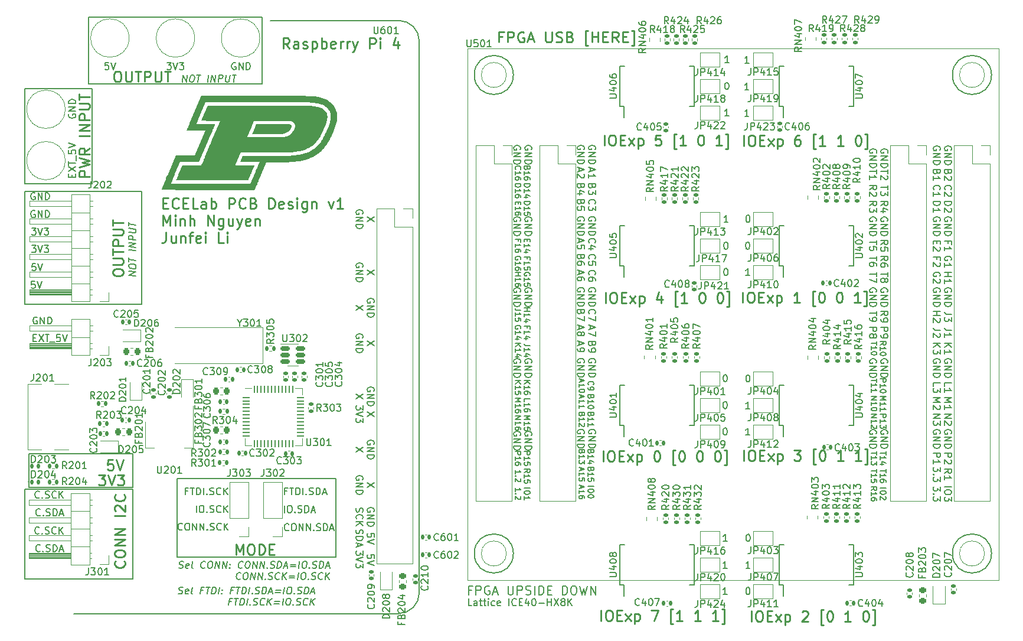
<source format=gto>
G04 #@! TF.GenerationSoftware,KiCad,Pcbnew,(6.0.7)*
G04 #@! TF.CreationDate,2023-05-24T13:20:34-04:00*
G04 #@! TF.ProjectId,ECELab_v1,4543454c-6162-45f7-9631-2e6b69636164,rev?*
G04 #@! TF.SameCoordinates,Original*
G04 #@! TF.FileFunction,Legend,Top*
G04 #@! TF.FilePolarity,Positive*
%FSLAX46Y46*%
G04 Gerber Fmt 4.6, Leading zero omitted, Abs format (unit mm)*
G04 Created by KiCad (PCBNEW (6.0.7)) date 2023-05-24 13:20:34*
%MOMM*%
%LPD*%
G01*
G04 APERTURE LIST*
G04 Aperture macros list*
%AMRoundRect*
0 Rectangle with rounded corners*
0 $1 Rounding radius*
0 $2 $3 $4 $5 $6 $7 $8 $9 X,Y pos of 4 corners*
0 Add a 4 corners polygon primitive as box body*
4,1,4,$2,$3,$4,$5,$6,$7,$8,$9,$2,$3,0*
0 Add four circle primitives for the rounded corners*
1,1,$1+$1,$2,$3*
1,1,$1+$1,$4,$5*
1,1,$1+$1,$6,$7*
1,1,$1+$1,$8,$9*
0 Add four rect primitives between the rounded corners*
20,1,$1+$1,$2,$3,$4,$5,0*
20,1,$1+$1,$4,$5,$6,$7,0*
20,1,$1+$1,$6,$7,$8,$9,0*
20,1,$1+$1,$8,$9,$2,$3,0*%
%AMFreePoly0*
4,1,6,1.000000,0.000000,0.500000,-0.750000,-0.500000,-0.750000,-0.500000,0.750000,0.500000,0.750000,1.000000,0.000000,1.000000,0.000000,$1*%
%AMFreePoly1*
4,1,6,0.500000,-0.750000,-0.650000,-0.750000,-0.150000,0.000000,-0.650000,0.750000,0.500000,0.750000,0.500000,-0.750000,0.500000,-0.750000,$1*%
G04 Aperture macros list end*
%ADD10C,0.150000*%
%ADD11C,0.250000*%
%ADD12C,0.130000*%
%ADD13C,0.254000*%
%ADD14C,0.120000*%
%ADD15C,0.127000*%
%ADD16C,0.100000*%
%ADD17R,1.000000X1.500000*%
%ADD18C,5.000000*%
%ADD19RoundRect,0.140000X-0.170000X0.140000X-0.170000X-0.140000X0.170000X-0.140000X0.170000X0.140000X0*%
%ADD20RoundRect,0.140000X0.170000X-0.140000X0.170000X0.140000X-0.170000X0.140000X-0.170000X-0.140000X0*%
%ADD21R,0.600000X0.450000*%
%ADD22RoundRect,0.135000X0.185000X-0.135000X0.185000X0.135000X-0.185000X0.135000X-0.185000X-0.135000X0*%
%ADD23RoundRect,0.140000X-0.140000X-0.170000X0.140000X-0.170000X0.140000X0.170000X-0.140000X0.170000X0*%
%ADD24R,0.400000X0.500000*%
%ADD25RoundRect,0.140000X0.140000X0.170000X-0.140000X0.170000X-0.140000X-0.170000X0.140000X-0.170000X0*%
%ADD26RoundRect,0.135000X-0.135000X-0.185000X0.135000X-0.185000X0.135000X0.185000X-0.135000X0.185000X0*%
%ADD27RoundRect,0.218750X0.256250X-0.218750X0.256250X0.218750X-0.256250X0.218750X-0.256250X-0.218750X0*%
%ADD28R,0.450000X1.750000*%
%ADD29FreePoly0,0.000000*%
%ADD30FreePoly1,0.000000*%
%ADD31R,1.700000X1.700000*%
%ADD32O,1.700000X1.700000*%
%ADD33RoundRect,0.135000X0.135000X0.185000X-0.135000X0.185000X-0.135000X-0.185000X0.135000X-0.185000X0*%
%ADD34RoundRect,0.218750X-0.218750X-0.256250X0.218750X-0.256250X0.218750X0.256250X-0.218750X0.256250X0*%
%ADD35RoundRect,0.135000X-0.185000X0.135000X-0.185000X-0.135000X0.185000X-0.135000X0.185000X0.135000X0*%
%ADD36FreePoly0,180.000000*%
%ADD37FreePoly1,180.000000*%
%ADD38R,1.524000X1.524000*%
%ADD39C,1.524000*%
%ADD40RoundRect,0.147500X-0.147500X-0.172500X0.147500X-0.172500X0.147500X0.172500X-0.147500X0.172500X0*%
%ADD41R,1.500000X2.000000*%
%ADD42R,3.800000X2.000000*%
%ADD43C,0.650000*%
%ADD44R,1.450000X0.600000*%
%ADD45R,1.450000X0.300000*%
%ADD46O,1.600000X1.000000*%
%ADD47O,2.100000X1.000000*%
%ADD48R,0.450000X0.600000*%
%ADD49RoundRect,0.062500X-0.412500X-0.062500X0.412500X-0.062500X0.412500X0.062500X-0.412500X0.062500X0*%
%ADD50RoundRect,0.062500X-0.062500X-0.412500X0.062500X-0.412500X0.062500X0.412500X-0.062500X0.412500X0*%
%ADD51R,6.200000X6.200000*%
%ADD52R,4.500000X2.000000*%
%ADD53RoundRect,0.150000X-0.512500X-0.150000X0.512500X-0.150000X0.512500X0.150000X-0.512500X0.150000X0*%
%ADD54RoundRect,0.218750X0.218750X0.256250X-0.218750X0.256250X-0.218750X-0.256250X0.218750X-0.256250X0*%
G04 APERTURE END LIST*
D10*
X104952800Y-73964800D02*
X114554000Y-73964800D01*
X114554000Y-73964800D02*
X114554000Y-87630000D01*
X114554000Y-87630000D02*
X104952800Y-87630000D01*
X104952800Y-87630000D02*
X104952800Y-73964800D01*
X138912600Y-63754000D02*
X114071400Y-63754000D01*
X114071400Y-63754000D02*
X114071400Y-73355200D01*
X114071400Y-73355200D02*
X138912600Y-73355200D01*
X138912600Y-73355200D02*
X138912600Y-63754000D01*
X104927400Y-131368800D02*
X120370600Y-131368800D01*
X120370600Y-131368800D02*
X120370600Y-144272000D01*
X120370600Y-144272000D02*
X104927400Y-144272000D01*
X104927400Y-144272000D02*
X104927400Y-131368800D01*
X104952800Y-88696800D02*
X121666000Y-88696800D01*
X121666000Y-88696800D02*
X121666000Y-104902000D01*
X121666000Y-104902000D02*
X104952800Y-104902000D01*
X104952800Y-104902000D02*
X104952800Y-88696800D01*
X126733000Y-129870200D02*
X149541200Y-129870200D01*
X149541200Y-129870200D02*
X149541200Y-141159400D01*
X149541200Y-141159400D02*
X126733000Y-141159400D01*
X126733000Y-141159400D02*
X126733000Y-129870200D01*
X105486200Y-126365000D02*
X120421400Y-126365000D01*
X120421400Y-126365000D02*
X120421400Y-131140200D01*
X120421400Y-131140200D02*
X105486200Y-131140200D01*
X105486200Y-131140200D02*
X105486200Y-126365000D01*
X155022619Y-110156666D02*
X154022619Y-110823333D01*
X155022619Y-110823333D02*
X154022619Y-110156666D01*
X153365000Y-109728095D02*
X153412619Y-109632857D01*
X153412619Y-109490000D01*
X153365000Y-109347142D01*
X153269761Y-109251904D01*
X153174523Y-109204285D01*
X152984047Y-109156666D01*
X152841190Y-109156666D01*
X152650714Y-109204285D01*
X152555476Y-109251904D01*
X152460238Y-109347142D01*
X152412619Y-109490000D01*
X152412619Y-109585238D01*
X152460238Y-109728095D01*
X152507857Y-109775714D01*
X152841190Y-109775714D01*
X152841190Y-109585238D01*
X152412619Y-110204285D02*
X153412619Y-110204285D01*
X152412619Y-110775714D01*
X153412619Y-110775714D01*
X152412619Y-111251904D02*
X153412619Y-111251904D01*
X153412619Y-111490000D01*
X153365000Y-111632857D01*
X153269761Y-111728095D01*
X153174523Y-111775714D01*
X152984047Y-111823333D01*
X152841190Y-111823333D01*
X152650714Y-111775714D01*
X152555476Y-111728095D01*
X152460238Y-111632857D01*
X152412619Y-111490000D01*
X152412619Y-111251904D01*
D11*
X115490857Y-129353571D02*
X116419428Y-129353571D01*
X115919428Y-129925000D01*
X116133714Y-129925000D01*
X116276571Y-129996428D01*
X116348000Y-130067857D01*
X116419428Y-130210714D01*
X116419428Y-130567857D01*
X116348000Y-130710714D01*
X116276571Y-130782142D01*
X116133714Y-130853571D01*
X115705142Y-130853571D01*
X115562285Y-130782142D01*
X115490857Y-130710714D01*
X116848000Y-129353571D02*
X117348000Y-130853571D01*
X117848000Y-129353571D01*
X118205142Y-129353571D02*
X119133714Y-129353571D01*
X118633714Y-129925000D01*
X118848000Y-129925000D01*
X118990857Y-129996428D01*
X119062285Y-130067857D01*
X119133714Y-130210714D01*
X119133714Y-130567857D01*
X119062285Y-130710714D01*
X118990857Y-130782142D01*
X118848000Y-130853571D01*
X118419428Y-130853571D01*
X118276571Y-130782142D01*
X118205142Y-130710714D01*
D12*
X176977142Y-108318380D02*
X176977142Y-108051714D01*
X176558095Y-108051714D02*
X177358095Y-108051714D01*
X177358095Y-108432666D01*
X176558095Y-109156476D02*
X176558095Y-108699333D01*
X176558095Y-108927904D02*
X177358095Y-108927904D01*
X177243809Y-108851714D01*
X177167619Y-108775523D01*
X177129523Y-108699333D01*
X177091428Y-109842190D02*
X176558095Y-109842190D01*
X177396190Y-109651714D02*
X176824761Y-109461238D01*
X176824761Y-109956476D01*
X176032000Y-108413619D02*
X176070095Y-108337428D01*
X176070095Y-108223142D01*
X176032000Y-108108857D01*
X175955809Y-108032666D01*
X175879619Y-107994571D01*
X175727238Y-107956476D01*
X175612952Y-107956476D01*
X175460571Y-107994571D01*
X175384380Y-108032666D01*
X175308190Y-108108857D01*
X175270095Y-108223142D01*
X175270095Y-108299333D01*
X175308190Y-108413619D01*
X175346285Y-108451714D01*
X175612952Y-108451714D01*
X175612952Y-108299333D01*
X175270095Y-109213619D02*
X175270095Y-108756476D01*
X175270095Y-108985047D02*
X176070095Y-108985047D01*
X175955809Y-108908857D01*
X175879619Y-108832666D01*
X175841523Y-108756476D01*
X175803428Y-109899333D02*
X175270095Y-109899333D01*
X176108190Y-109708857D02*
X175536761Y-109518380D01*
X175536761Y-110013619D01*
D11*
X118084257Y-71517771D02*
X118369971Y-71517771D01*
X118512828Y-71589200D01*
X118655685Y-71732057D01*
X118727114Y-72017771D01*
X118727114Y-72517771D01*
X118655685Y-72803485D01*
X118512828Y-72946342D01*
X118369971Y-73017771D01*
X118084257Y-73017771D01*
X117941400Y-72946342D01*
X117798542Y-72803485D01*
X117727114Y-72517771D01*
X117727114Y-72017771D01*
X117798542Y-71732057D01*
X117941400Y-71589200D01*
X118084257Y-71517771D01*
X119369971Y-71517771D02*
X119369971Y-72732057D01*
X119441400Y-72874914D01*
X119512828Y-72946342D01*
X119655685Y-73017771D01*
X119941400Y-73017771D01*
X120084257Y-72946342D01*
X120155685Y-72874914D01*
X120227114Y-72732057D01*
X120227114Y-71517771D01*
X120727114Y-71517771D02*
X121584257Y-71517771D01*
X121155685Y-73017771D02*
X121155685Y-71517771D01*
X122084257Y-73017771D02*
X122084257Y-71517771D01*
X122655685Y-71517771D01*
X122798542Y-71589200D01*
X122869971Y-71660628D01*
X122941400Y-71803485D01*
X122941400Y-72017771D01*
X122869971Y-72160628D01*
X122798542Y-72232057D01*
X122655685Y-72303485D01*
X122084257Y-72303485D01*
X123584257Y-71517771D02*
X123584257Y-72732057D01*
X123655685Y-72874914D01*
X123727114Y-72946342D01*
X123869971Y-73017771D01*
X124155685Y-73017771D01*
X124298542Y-72946342D01*
X124369971Y-72874914D01*
X124441400Y-72732057D01*
X124441400Y-71517771D01*
X124941400Y-71517771D02*
X125798542Y-71517771D01*
X125369971Y-73017771D02*
X125369971Y-71517771D01*
D10*
X116928923Y-70267580D02*
X116452733Y-70267580D01*
X116405114Y-70743771D01*
X116452733Y-70696152D01*
X116547971Y-70648533D01*
X116786066Y-70648533D01*
X116881304Y-70696152D01*
X116928923Y-70743771D01*
X116976542Y-70839009D01*
X116976542Y-71077104D01*
X116928923Y-71172342D01*
X116881304Y-71219961D01*
X116786066Y-71267580D01*
X116547971Y-71267580D01*
X116452733Y-71219961D01*
X116405114Y-71172342D01*
X117262257Y-70267580D02*
X117595590Y-71267580D01*
X117928923Y-70267580D01*
X205302380Y-118852380D02*
X205397619Y-118852380D01*
X205492857Y-118900000D01*
X205540476Y-118947619D01*
X205588095Y-119042857D01*
X205635714Y-119233333D01*
X205635714Y-119471428D01*
X205588095Y-119661904D01*
X205540476Y-119757142D01*
X205492857Y-119804761D01*
X205397619Y-119852380D01*
X205302380Y-119852380D01*
X205207142Y-119804761D01*
X205159523Y-119757142D01*
X205111904Y-119661904D01*
X205064285Y-119471428D01*
X205064285Y-119233333D01*
X205111904Y-119042857D01*
X205159523Y-118947619D01*
X205207142Y-118900000D01*
X205302380Y-118852380D01*
X127510632Y-73045580D02*
X127635632Y-72045580D01*
X128082060Y-73045580D01*
X128207060Y-72045580D01*
X128873727Y-72045580D02*
X129064203Y-72045580D01*
X129153489Y-72093200D01*
X129236822Y-72188438D01*
X129260632Y-72378914D01*
X129218965Y-72712247D01*
X129147536Y-72902723D01*
X129040394Y-72997961D01*
X128939203Y-73045580D01*
X128748727Y-73045580D01*
X128659441Y-72997961D01*
X128576108Y-72902723D01*
X128552298Y-72712247D01*
X128593965Y-72378914D01*
X128665394Y-72188438D01*
X128772536Y-72093200D01*
X128873727Y-72045580D01*
X129588013Y-72045580D02*
X130159441Y-72045580D01*
X129748727Y-73045580D02*
X129873727Y-72045580D01*
X131129679Y-73045580D02*
X131254679Y-72045580D01*
X131605870Y-73045580D02*
X131730870Y-72045580D01*
X132177298Y-73045580D01*
X132302298Y-72045580D01*
X132653489Y-73045580D02*
X132778489Y-72045580D01*
X133159441Y-72045580D01*
X133248727Y-72093200D01*
X133290394Y-72140819D01*
X133326108Y-72236057D01*
X133308251Y-72378914D01*
X133248727Y-72474152D01*
X133195155Y-72521771D01*
X133093965Y-72569390D01*
X132713013Y-72569390D01*
X133778489Y-72045580D02*
X133677298Y-72855104D01*
X133713013Y-72950342D01*
X133754679Y-72997961D01*
X133843965Y-73045580D01*
X134034441Y-73045580D01*
X134135632Y-72997961D01*
X134189203Y-72950342D01*
X134248727Y-72855104D01*
X134349917Y-72045580D01*
X134683251Y-72045580D02*
X135254679Y-72045580D01*
X134843965Y-73045580D02*
X134968965Y-72045580D01*
X107099266Y-140260342D02*
X107051647Y-140307961D01*
X106908790Y-140355580D01*
X106813552Y-140355580D01*
X106670695Y-140307961D01*
X106575457Y-140212723D01*
X106527838Y-140117485D01*
X106480219Y-139927009D01*
X106480219Y-139784152D01*
X106527838Y-139593676D01*
X106575457Y-139498438D01*
X106670695Y-139403200D01*
X106813552Y-139355580D01*
X106908790Y-139355580D01*
X107051647Y-139403200D01*
X107099266Y-139450819D01*
X107527838Y-140260342D02*
X107575457Y-140307961D01*
X107527838Y-140355580D01*
X107480219Y-140307961D01*
X107527838Y-140260342D01*
X107527838Y-140355580D01*
X107956409Y-140307961D02*
X108099266Y-140355580D01*
X108337361Y-140355580D01*
X108432600Y-140307961D01*
X108480219Y-140260342D01*
X108527838Y-140165104D01*
X108527838Y-140069866D01*
X108480219Y-139974628D01*
X108432600Y-139927009D01*
X108337361Y-139879390D01*
X108146885Y-139831771D01*
X108051647Y-139784152D01*
X108004028Y-139736533D01*
X107956409Y-139641295D01*
X107956409Y-139546057D01*
X108004028Y-139450819D01*
X108051647Y-139403200D01*
X108146885Y-139355580D01*
X108384980Y-139355580D01*
X108527838Y-139403200D01*
X108956409Y-140355580D02*
X108956409Y-139355580D01*
X109194504Y-139355580D01*
X109337361Y-139403200D01*
X109432600Y-139498438D01*
X109480219Y-139593676D01*
X109527838Y-139784152D01*
X109527838Y-139927009D01*
X109480219Y-140117485D01*
X109432600Y-140212723D01*
X109337361Y-140307961D01*
X109194504Y-140355580D01*
X108956409Y-140355580D01*
X109908790Y-140069866D02*
X110384980Y-140069866D01*
X109813552Y-140355580D02*
X110146885Y-139355580D01*
X110480219Y-140355580D01*
X111688571Y-86685142D02*
X111688571Y-86351809D01*
X112212380Y-86208952D02*
X112212380Y-86685142D01*
X111212380Y-86685142D01*
X111212380Y-86208952D01*
X111212380Y-85875619D02*
X112212380Y-85208952D01*
X111212380Y-85208952D02*
X112212380Y-85875619D01*
X111212380Y-84970857D02*
X111212380Y-84399428D01*
X112212380Y-84685142D02*
X111212380Y-84685142D01*
X112307619Y-84304190D02*
X112307619Y-83542285D01*
X111212380Y-82828000D02*
X111212380Y-83304190D01*
X111688571Y-83351809D01*
X111640952Y-83304190D01*
X111593333Y-83208952D01*
X111593333Y-82970857D01*
X111640952Y-82875619D01*
X111688571Y-82828000D01*
X111783809Y-82780380D01*
X112021904Y-82780380D01*
X112117142Y-82828000D01*
X112164761Y-82875619D01*
X112212380Y-82970857D01*
X112212380Y-83208952D01*
X112164761Y-83304190D01*
X112117142Y-83351809D01*
X111212380Y-82494666D02*
X112212380Y-82161333D01*
X111212380Y-81828000D01*
D11*
X114216571Y-86593428D02*
X112716571Y-86593428D01*
X112716571Y-86022000D01*
X112788000Y-85879142D01*
X112859428Y-85807714D01*
X113002285Y-85736285D01*
X113216571Y-85736285D01*
X113359428Y-85807714D01*
X113430857Y-85879142D01*
X113502285Y-86022000D01*
X113502285Y-86593428D01*
X112716571Y-85236285D02*
X114216571Y-84879142D01*
X113145142Y-84593428D01*
X114216571Y-84307714D01*
X112716571Y-83950571D01*
X114216571Y-82522000D02*
X113502285Y-83022000D01*
X114216571Y-83379142D02*
X112716571Y-83379142D01*
X112716571Y-82807714D01*
X112788000Y-82664857D01*
X112859428Y-82593428D01*
X113002285Y-82522000D01*
X113216571Y-82522000D01*
X113359428Y-82593428D01*
X113430857Y-82664857D01*
X113502285Y-82807714D01*
X113502285Y-83379142D01*
X114216571Y-80736285D02*
X112716571Y-80736285D01*
X114216571Y-80022000D02*
X112716571Y-80022000D01*
X114216571Y-79164857D01*
X112716571Y-79164857D01*
X114216571Y-78450571D02*
X112716571Y-78450571D01*
X112716571Y-77879142D01*
X112788000Y-77736285D01*
X112859428Y-77664857D01*
X113002285Y-77593428D01*
X113216571Y-77593428D01*
X113359428Y-77664857D01*
X113430857Y-77736285D01*
X113502285Y-77879142D01*
X113502285Y-78450571D01*
X112716571Y-76950571D02*
X113930857Y-76950571D01*
X114073714Y-76879142D01*
X114145142Y-76807714D01*
X114216571Y-76664857D01*
X114216571Y-76379142D01*
X114145142Y-76236285D01*
X114073714Y-76164857D01*
X113930857Y-76093428D01*
X112716571Y-76093428D01*
X112716571Y-75593428D02*
X112716571Y-74736285D01*
X114216571Y-75164857D02*
X112716571Y-75164857D01*
D10*
X120848380Y-100860767D02*
X119848380Y-100735767D01*
X120848380Y-100289339D01*
X119848380Y-100164339D01*
X119848380Y-99497672D02*
X119848380Y-99307196D01*
X119896000Y-99217910D01*
X119991238Y-99134577D01*
X120181714Y-99110767D01*
X120515047Y-99152434D01*
X120705523Y-99223863D01*
X120800761Y-99331005D01*
X120848380Y-99432196D01*
X120848380Y-99622672D01*
X120800761Y-99711958D01*
X120705523Y-99795291D01*
X120515047Y-99819101D01*
X120181714Y-99777434D01*
X119991238Y-99706005D01*
X119896000Y-99598863D01*
X119848380Y-99497672D01*
X119848380Y-98783386D02*
X119848380Y-98211958D01*
X120848380Y-98622672D02*
X119848380Y-98497672D01*
X120848380Y-97241720D02*
X119848380Y-97116720D01*
X120848380Y-96765529D02*
X119848380Y-96640529D01*
X120848380Y-96194101D01*
X119848380Y-96069101D01*
X120848380Y-95717910D02*
X119848380Y-95592910D01*
X119848380Y-95211958D01*
X119896000Y-95122672D01*
X119943619Y-95081005D01*
X120038857Y-95045291D01*
X120181714Y-95063148D01*
X120276952Y-95122672D01*
X120324571Y-95176244D01*
X120372190Y-95277434D01*
X120372190Y-95658386D01*
X119848380Y-94592910D02*
X120657904Y-94694101D01*
X120753142Y-94658386D01*
X120800761Y-94616720D01*
X120848380Y-94527434D01*
X120848380Y-94336958D01*
X120800761Y-94235767D01*
X120753142Y-94182196D01*
X120657904Y-94122672D01*
X119848380Y-94021482D01*
X119848380Y-93688148D02*
X119848380Y-93116720D01*
X120848380Y-93527434D02*
X119848380Y-93402434D01*
X155022619Y-92376666D02*
X154022619Y-93043333D01*
X155022619Y-93043333D02*
X154022619Y-92376666D01*
X153365000Y-91948095D02*
X153412619Y-91852857D01*
X153412619Y-91710000D01*
X153365000Y-91567142D01*
X153269761Y-91471904D01*
X153174523Y-91424285D01*
X152984047Y-91376666D01*
X152841190Y-91376666D01*
X152650714Y-91424285D01*
X152555476Y-91471904D01*
X152460238Y-91567142D01*
X152412619Y-91710000D01*
X152412619Y-91805238D01*
X152460238Y-91948095D01*
X152507857Y-91995714D01*
X152841190Y-91995714D01*
X152841190Y-91805238D01*
X152412619Y-92424285D02*
X153412619Y-92424285D01*
X152412619Y-92995714D01*
X153412619Y-92995714D01*
X152412619Y-93471904D02*
X153412619Y-93471904D01*
X153412619Y-93710000D01*
X153365000Y-93852857D01*
X153269761Y-93948095D01*
X153174523Y-93995714D01*
X152984047Y-94043333D01*
X152841190Y-94043333D01*
X152650714Y-93995714D01*
X152555476Y-93948095D01*
X152460238Y-93852857D01*
X152412619Y-93710000D01*
X152412619Y-93471904D01*
X236826619Y-116673333D02*
X236826619Y-116197142D01*
X237826619Y-116197142D01*
X236826619Y-117530476D02*
X236826619Y-116959047D01*
X236826619Y-117244761D02*
X237826619Y-117244761D01*
X237683761Y-117149523D01*
X237588523Y-117054285D01*
X237540904Y-116959047D01*
X235216619Y-116673333D02*
X235216619Y-116197142D01*
X236216619Y-116197142D01*
X236216619Y-116911428D02*
X236216619Y-117530476D01*
X235835666Y-117197142D01*
X235835666Y-117340000D01*
X235788047Y-117435238D01*
X235740428Y-117482857D01*
X235645190Y-117530476D01*
X235407095Y-117530476D01*
X235311857Y-117482857D01*
X235264238Y-117435238D01*
X235216619Y-117340000D01*
X235216619Y-117054285D01*
X235264238Y-116959047D01*
X235311857Y-116911428D01*
X236826619Y-126261904D02*
X237826619Y-126261904D01*
X237826619Y-126642857D01*
X237779000Y-126738095D01*
X237731380Y-126785714D01*
X237636142Y-126833333D01*
X237493285Y-126833333D01*
X237398047Y-126785714D01*
X237350428Y-126738095D01*
X237302809Y-126642857D01*
X237302809Y-126261904D01*
X237731380Y-127214285D02*
X237779000Y-127261904D01*
X237826619Y-127357142D01*
X237826619Y-127595238D01*
X237779000Y-127690476D01*
X237731380Y-127738095D01*
X237636142Y-127785714D01*
X237540904Y-127785714D01*
X237398047Y-127738095D01*
X236826619Y-127166666D01*
X236826619Y-127785714D01*
X235216619Y-126261904D02*
X236216619Y-126261904D01*
X236216619Y-126642857D01*
X236169000Y-126738095D01*
X236121380Y-126785714D01*
X236026142Y-126833333D01*
X235883285Y-126833333D01*
X235788047Y-126785714D01*
X235740428Y-126738095D01*
X235692809Y-126642857D01*
X235692809Y-126261904D01*
X235216619Y-127785714D02*
X235216619Y-127214285D01*
X235216619Y-127500000D02*
X236216619Y-127500000D01*
X236073761Y-127404761D01*
X235978523Y-127309523D01*
X235930904Y-127214285D01*
X186058333Y-107997714D02*
X186058333Y-108473904D01*
X185772619Y-107902476D02*
X186772619Y-108235809D01*
X185772619Y-108569142D01*
X186772619Y-108807238D02*
X186772619Y-109473904D01*
X185772619Y-109045333D01*
X184448333Y-107997714D02*
X184448333Y-108473904D01*
X184162619Y-107902476D02*
X185162619Y-108235809D01*
X184162619Y-108569142D01*
X184734047Y-109045333D02*
X184781666Y-108950095D01*
X184829285Y-108902476D01*
X184924523Y-108854857D01*
X184972142Y-108854857D01*
X185067380Y-108902476D01*
X185115000Y-108950095D01*
X185162619Y-109045333D01*
X185162619Y-109235809D01*
X185115000Y-109331047D01*
X185067380Y-109378666D01*
X184972142Y-109426285D01*
X184924523Y-109426285D01*
X184829285Y-109378666D01*
X184781666Y-109331047D01*
X184734047Y-109235809D01*
X184734047Y-109045333D01*
X184686428Y-108950095D01*
X184638809Y-108902476D01*
X184543571Y-108854857D01*
X184353095Y-108854857D01*
X184257857Y-108902476D01*
X184210238Y-108950095D01*
X184162619Y-109045333D01*
X184162619Y-109235809D01*
X184210238Y-109331047D01*
X184257857Y-109378666D01*
X184353095Y-109426285D01*
X184543571Y-109426285D01*
X184638809Y-109378666D01*
X184686428Y-109331047D01*
X184734047Y-109235809D01*
X236921857Y-88479333D02*
X236874238Y-88431714D01*
X236826619Y-88288857D01*
X236826619Y-88193619D01*
X236874238Y-88050761D01*
X236969476Y-87955523D01*
X237064714Y-87907904D01*
X237255190Y-87860285D01*
X237398047Y-87860285D01*
X237588523Y-87907904D01*
X237683761Y-87955523D01*
X237779000Y-88050761D01*
X237826619Y-88193619D01*
X237826619Y-88288857D01*
X237779000Y-88431714D01*
X237731380Y-88479333D01*
X237731380Y-88860285D02*
X237779000Y-88907904D01*
X237826619Y-89003142D01*
X237826619Y-89241238D01*
X237779000Y-89336476D01*
X237731380Y-89384095D01*
X237636142Y-89431714D01*
X237540904Y-89431714D01*
X237398047Y-89384095D01*
X236826619Y-88812666D01*
X236826619Y-89431714D01*
X235311857Y-88479333D02*
X235264238Y-88431714D01*
X235216619Y-88288857D01*
X235216619Y-88193619D01*
X235264238Y-88050761D01*
X235359476Y-87955523D01*
X235454714Y-87907904D01*
X235645190Y-87860285D01*
X235788047Y-87860285D01*
X235978523Y-87907904D01*
X236073761Y-87955523D01*
X236169000Y-88050761D01*
X236216619Y-88193619D01*
X236216619Y-88288857D01*
X236169000Y-88431714D01*
X236121380Y-88479333D01*
X235216619Y-89431714D02*
X235216619Y-88860285D01*
X235216619Y-89146000D02*
X236216619Y-89146000D01*
X236073761Y-89050761D01*
X235978523Y-88955523D01*
X235930904Y-88860285D01*
X186725000Y-113258695D02*
X186772619Y-113163457D01*
X186772619Y-113020600D01*
X186725000Y-112877742D01*
X186629761Y-112782504D01*
X186534523Y-112734885D01*
X186344047Y-112687266D01*
X186201190Y-112687266D01*
X186010714Y-112734885D01*
X185915476Y-112782504D01*
X185820238Y-112877742D01*
X185772619Y-113020600D01*
X185772619Y-113115838D01*
X185820238Y-113258695D01*
X185867857Y-113306314D01*
X186201190Y-113306314D01*
X186201190Y-113115838D01*
X185772619Y-113734885D02*
X186772619Y-113734885D01*
X185772619Y-114306314D01*
X186772619Y-114306314D01*
X185772619Y-114782504D02*
X186772619Y-114782504D01*
X186772619Y-115020600D01*
X186725000Y-115163457D01*
X186629761Y-115258695D01*
X186534523Y-115306314D01*
X186344047Y-115353933D01*
X186201190Y-115353933D01*
X186010714Y-115306314D01*
X185915476Y-115258695D01*
X185820238Y-115163457D01*
X185772619Y-115020600D01*
X185772619Y-114782504D01*
X185115000Y-113258695D02*
X185162619Y-113163457D01*
X185162619Y-113020600D01*
X185115000Y-112877742D01*
X185019761Y-112782504D01*
X184924523Y-112734885D01*
X184734047Y-112687266D01*
X184591190Y-112687266D01*
X184400714Y-112734885D01*
X184305476Y-112782504D01*
X184210238Y-112877742D01*
X184162619Y-113020600D01*
X184162619Y-113115838D01*
X184210238Y-113258695D01*
X184257857Y-113306314D01*
X184591190Y-113306314D01*
X184591190Y-113115838D01*
X184162619Y-113734885D02*
X185162619Y-113734885D01*
X184162619Y-114306314D01*
X185162619Y-114306314D01*
X184162619Y-114782504D02*
X185162619Y-114782504D01*
X185162619Y-115020600D01*
X185115000Y-115163457D01*
X185019761Y-115258695D01*
X184924523Y-115306314D01*
X184734047Y-115353933D01*
X184591190Y-115353933D01*
X184400714Y-115306314D01*
X184305476Y-115258695D01*
X184210238Y-115163457D01*
X184162619Y-115020600D01*
X184162619Y-114782504D01*
D12*
X227612095Y-115614571D02*
X228412095Y-115614571D01*
X228412095Y-115919333D01*
X228374000Y-115995523D01*
X228335904Y-116033619D01*
X228259714Y-116071714D01*
X228145428Y-116071714D01*
X228069238Y-116033619D01*
X228031142Y-115995523D01*
X227993047Y-115919333D01*
X227993047Y-115614571D01*
X227612095Y-116833619D02*
X227612095Y-116376476D01*
X227612095Y-116605047D02*
X228412095Y-116605047D01*
X228297809Y-116528857D01*
X228221619Y-116452666D01*
X228183523Y-116376476D01*
X228412095Y-117328857D02*
X228412095Y-117405047D01*
X228374000Y-117481238D01*
X228335904Y-117519333D01*
X228259714Y-117557428D01*
X228107333Y-117595523D01*
X227916857Y-117595523D01*
X227764476Y-117557428D01*
X227688285Y-117519333D01*
X227650190Y-117481238D01*
X227612095Y-117405047D01*
X227612095Y-117328857D01*
X227650190Y-117252666D01*
X227688285Y-117214571D01*
X227764476Y-117176476D01*
X227916857Y-117138380D01*
X228107333Y-117138380D01*
X228259714Y-117176476D01*
X228335904Y-117214571D01*
X228374000Y-117252666D01*
X228412095Y-117328857D01*
X227124095Y-115595523D02*
X227124095Y-116052666D01*
X226324095Y-115824095D02*
X227124095Y-115824095D01*
X226324095Y-116738380D02*
X226324095Y-116281238D01*
X226324095Y-116509809D02*
X227124095Y-116509809D01*
X227009809Y-116433619D01*
X226933619Y-116357428D01*
X226895523Y-116281238D01*
X226324095Y-117500285D02*
X226324095Y-117043142D01*
X226324095Y-117271714D02*
X227124095Y-117271714D01*
X227009809Y-117195523D01*
X226933619Y-117119333D01*
X226895523Y-117043142D01*
D10*
X186058333Y-85391714D02*
X186058333Y-85867904D01*
X185772619Y-85296476D02*
X186772619Y-85629809D01*
X185772619Y-85963142D01*
X185772619Y-86820285D02*
X185772619Y-86248857D01*
X185772619Y-86534571D02*
X186772619Y-86534571D01*
X186629761Y-86439333D01*
X186534523Y-86344095D01*
X186486904Y-86248857D01*
X184448333Y-85391714D02*
X184448333Y-85867904D01*
X184162619Y-85296476D02*
X185162619Y-85629809D01*
X184162619Y-85963142D01*
X185067380Y-86248857D02*
X185115000Y-86296476D01*
X185162619Y-86391714D01*
X185162619Y-86629809D01*
X185115000Y-86725047D01*
X185067380Y-86772666D01*
X184972142Y-86820285D01*
X184876904Y-86820285D01*
X184734047Y-86772666D01*
X184162619Y-86201238D01*
X184162619Y-86820285D01*
X185867857Y-100671333D02*
X185820238Y-100623714D01*
X185772619Y-100480857D01*
X185772619Y-100385619D01*
X185820238Y-100242761D01*
X185915476Y-100147523D01*
X186010714Y-100099904D01*
X186201190Y-100052285D01*
X186344047Y-100052285D01*
X186534523Y-100099904D01*
X186629761Y-100147523D01*
X186725000Y-100242761D01*
X186772619Y-100385619D01*
X186772619Y-100480857D01*
X186725000Y-100623714D01*
X186677380Y-100671333D01*
X186772619Y-101528476D02*
X186772619Y-101338000D01*
X186725000Y-101242761D01*
X186677380Y-101195142D01*
X186534523Y-101099904D01*
X186344047Y-101052285D01*
X185963095Y-101052285D01*
X185867857Y-101099904D01*
X185820238Y-101147523D01*
X185772619Y-101242761D01*
X185772619Y-101433238D01*
X185820238Y-101528476D01*
X185867857Y-101576095D01*
X185963095Y-101623714D01*
X186201190Y-101623714D01*
X186296428Y-101576095D01*
X186344047Y-101528476D01*
X186391666Y-101433238D01*
X186391666Y-101242761D01*
X186344047Y-101147523D01*
X186296428Y-101099904D01*
X186201190Y-101052285D01*
X184448333Y-100123714D02*
X184448333Y-100599904D01*
X184162619Y-100028476D02*
X185162619Y-100361809D01*
X184162619Y-100695142D01*
X185162619Y-101457047D02*
X185162619Y-101266571D01*
X185115000Y-101171333D01*
X185067380Y-101123714D01*
X184924523Y-101028476D01*
X184734047Y-100980857D01*
X184353095Y-100980857D01*
X184257857Y-101028476D01*
X184210238Y-101076095D01*
X184162619Y-101171333D01*
X184162619Y-101361809D01*
X184210238Y-101457047D01*
X184257857Y-101504666D01*
X184353095Y-101552285D01*
X184591190Y-101552285D01*
X184686428Y-101504666D01*
X184734047Y-101457047D01*
X184781666Y-101361809D01*
X184781666Y-101171333D01*
X184734047Y-101076095D01*
X184686428Y-101028476D01*
X184591190Y-100980857D01*
D12*
X176558095Y-126028571D02*
X177358095Y-126028571D01*
X177358095Y-126333333D01*
X177320000Y-126409523D01*
X177281904Y-126447619D01*
X177205714Y-126485714D01*
X177091428Y-126485714D01*
X177015238Y-126447619D01*
X176977142Y-126409523D01*
X176939047Y-126333333D01*
X176939047Y-126028571D01*
X176558095Y-127247619D02*
X176558095Y-126790476D01*
X176558095Y-127019047D02*
X177358095Y-127019047D01*
X177243809Y-126942857D01*
X177167619Y-126866666D01*
X177129523Y-126790476D01*
X177358095Y-127971428D02*
X177358095Y-127590476D01*
X176977142Y-127552380D01*
X177015238Y-127590476D01*
X177053333Y-127666666D01*
X177053333Y-127857142D01*
X177015238Y-127933333D01*
X176977142Y-127971428D01*
X176900952Y-128009523D01*
X176710476Y-128009523D01*
X176634285Y-127971428D01*
X176596190Y-127933333D01*
X176558095Y-127857142D01*
X176558095Y-127666666D01*
X176596190Y-127590476D01*
X176634285Y-127552380D01*
X175270095Y-126028571D02*
X176070095Y-126028571D01*
X176070095Y-126333333D01*
X176032000Y-126409523D01*
X175993904Y-126447619D01*
X175917714Y-126485714D01*
X175803428Y-126485714D01*
X175727238Y-126447619D01*
X175689142Y-126409523D01*
X175651047Y-126333333D01*
X175651047Y-126028571D01*
X175270095Y-127247619D02*
X175270095Y-126790476D01*
X175270095Y-127019047D02*
X176070095Y-127019047D01*
X175955809Y-126942857D01*
X175879619Y-126866666D01*
X175841523Y-126790476D01*
X176070095Y-127933333D02*
X176070095Y-127780952D01*
X176032000Y-127704761D01*
X175993904Y-127666666D01*
X175879619Y-127590476D01*
X175727238Y-127552380D01*
X175422476Y-127552380D01*
X175346285Y-127590476D01*
X175308190Y-127628571D01*
X175270095Y-127704761D01*
X175270095Y-127857142D01*
X175308190Y-127933333D01*
X175346285Y-127971428D01*
X175422476Y-128009523D01*
X175612952Y-128009523D01*
X175689142Y-127971428D01*
X175727238Y-127933333D01*
X175765333Y-127857142D01*
X175765333Y-127704761D01*
X175727238Y-127628571D01*
X175689142Y-127590476D01*
X175612952Y-127552380D01*
D10*
X105899104Y-96480380D02*
X106518152Y-96480380D01*
X106184819Y-96861333D01*
X106327676Y-96861333D01*
X106422914Y-96908952D01*
X106470533Y-96956571D01*
X106518152Y-97051809D01*
X106518152Y-97289904D01*
X106470533Y-97385142D01*
X106422914Y-97432761D01*
X106327676Y-97480380D01*
X106041961Y-97480380D01*
X105946723Y-97432761D01*
X105899104Y-97385142D01*
X106803866Y-96480380D02*
X107137200Y-97480380D01*
X107470533Y-96480380D01*
X107708628Y-96480380D02*
X108327676Y-96480380D01*
X107994342Y-96861333D01*
X108137200Y-96861333D01*
X108232438Y-96908952D01*
X108280057Y-96956571D01*
X108327676Y-97051809D01*
X108327676Y-97289904D01*
X108280057Y-97385142D01*
X108232438Y-97432761D01*
X108137200Y-97480380D01*
X107851485Y-97480380D01*
X107756247Y-97432761D01*
X107708628Y-97385142D01*
D12*
X186121142Y-120707238D02*
X186083047Y-120821523D01*
X186044952Y-120859619D01*
X185968761Y-120897714D01*
X185854476Y-120897714D01*
X185778285Y-120859619D01*
X185740190Y-120821523D01*
X185702095Y-120745333D01*
X185702095Y-120440571D01*
X186502095Y-120440571D01*
X186502095Y-120707238D01*
X186464000Y-120783428D01*
X186425904Y-120821523D01*
X186349714Y-120859619D01*
X186273523Y-120859619D01*
X186197333Y-120821523D01*
X186159238Y-120783428D01*
X186121142Y-120707238D01*
X186121142Y-120440571D01*
X185702095Y-121659619D02*
X185702095Y-121202476D01*
X185702095Y-121431047D02*
X186502095Y-121431047D01*
X186387809Y-121354857D01*
X186311619Y-121278666D01*
X186273523Y-121202476D01*
X185702095Y-122421523D02*
X185702095Y-121964380D01*
X185702095Y-122192952D02*
X186502095Y-122192952D01*
X186387809Y-122116761D01*
X186311619Y-122040571D01*
X186273523Y-121964380D01*
X184833142Y-120707238D02*
X184795047Y-120821523D01*
X184756952Y-120859619D01*
X184680761Y-120897714D01*
X184566476Y-120897714D01*
X184490285Y-120859619D01*
X184452190Y-120821523D01*
X184414095Y-120745333D01*
X184414095Y-120440571D01*
X185214095Y-120440571D01*
X185214095Y-120707238D01*
X185176000Y-120783428D01*
X185137904Y-120821523D01*
X185061714Y-120859619D01*
X184985523Y-120859619D01*
X184909333Y-120821523D01*
X184871238Y-120783428D01*
X184833142Y-120707238D01*
X184833142Y-120440571D01*
X184414095Y-121659619D02*
X184414095Y-121202476D01*
X184414095Y-121431047D02*
X185214095Y-121431047D01*
X185099809Y-121354857D01*
X185023619Y-121278666D01*
X184985523Y-121202476D01*
X185137904Y-121964380D02*
X185176000Y-122002476D01*
X185214095Y-122078666D01*
X185214095Y-122269142D01*
X185176000Y-122345333D01*
X185137904Y-122383428D01*
X185061714Y-122421523D01*
X184985523Y-122421523D01*
X184871238Y-122383428D01*
X184414095Y-121926285D01*
X184414095Y-122421523D01*
X185778285Y-116452666D02*
X185740190Y-116414571D01*
X185702095Y-116300285D01*
X185702095Y-116224095D01*
X185740190Y-116109809D01*
X185816380Y-116033619D01*
X185892571Y-115995523D01*
X186044952Y-115957428D01*
X186159238Y-115957428D01*
X186311619Y-115995523D01*
X186387809Y-116033619D01*
X186464000Y-116109809D01*
X186502095Y-116224095D01*
X186502095Y-116300285D01*
X186464000Y-116414571D01*
X186425904Y-116452666D01*
X185702095Y-116833619D02*
X185702095Y-116986000D01*
X185740190Y-117062190D01*
X185778285Y-117100285D01*
X185892571Y-117176476D01*
X186044952Y-117214571D01*
X186349714Y-117214571D01*
X186425904Y-117176476D01*
X186464000Y-117138380D01*
X186502095Y-117062190D01*
X186502095Y-116909809D01*
X186464000Y-116833619D01*
X186425904Y-116795523D01*
X186349714Y-116757428D01*
X186159238Y-116757428D01*
X186083047Y-116795523D01*
X186044952Y-116833619D01*
X186006857Y-116909809D01*
X186006857Y-117062190D01*
X186044952Y-117138380D01*
X186083047Y-117176476D01*
X186159238Y-117214571D01*
X184642666Y-115633619D02*
X184642666Y-116014571D01*
X184414095Y-115557428D02*
X185214095Y-115824095D01*
X184414095Y-116090761D01*
X184414095Y-116776476D02*
X184414095Y-116319333D01*
X184414095Y-116547904D02*
X185214095Y-116547904D01*
X185099809Y-116471714D01*
X185023619Y-116395523D01*
X184985523Y-116319333D01*
X185214095Y-117271714D02*
X185214095Y-117347904D01*
X185176000Y-117424095D01*
X185137904Y-117462190D01*
X185061714Y-117500285D01*
X184909333Y-117538380D01*
X184718857Y-117538380D01*
X184566476Y-117500285D01*
X184490285Y-117462190D01*
X184452190Y-117424095D01*
X184414095Y-117347904D01*
X184414095Y-117271714D01*
X184452190Y-117195523D01*
X184490285Y-117157428D01*
X184566476Y-117119333D01*
X184718857Y-117081238D01*
X184909333Y-117081238D01*
X185061714Y-117119333D01*
X185137904Y-117157428D01*
X185176000Y-117195523D01*
X185214095Y-117271714D01*
D10*
X208735714Y-74177380D02*
X208164285Y-74177380D01*
X208450000Y-74177380D02*
X208450000Y-73177380D01*
X208354761Y-73320238D01*
X208259523Y-73415476D01*
X208164285Y-73463095D01*
D13*
X124733957Y-90401502D02*
X125241957Y-90401502D01*
X125459671Y-91199788D02*
X124733957Y-91199788D01*
X124733957Y-89675788D01*
X125459671Y-89675788D01*
X126983671Y-91054645D02*
X126911100Y-91127217D01*
X126693385Y-91199788D01*
X126548242Y-91199788D01*
X126330528Y-91127217D01*
X126185385Y-90982074D01*
X126112814Y-90836931D01*
X126040242Y-90546645D01*
X126040242Y-90328931D01*
X126112814Y-90038645D01*
X126185385Y-89893502D01*
X126330528Y-89748360D01*
X126548242Y-89675788D01*
X126693385Y-89675788D01*
X126911100Y-89748360D01*
X126983671Y-89820931D01*
X127636814Y-90401502D02*
X128144814Y-90401502D01*
X128362528Y-91199788D02*
X127636814Y-91199788D01*
X127636814Y-89675788D01*
X128362528Y-89675788D01*
X129741385Y-91199788D02*
X129015671Y-91199788D01*
X129015671Y-89675788D01*
X130902528Y-91199788D02*
X130902528Y-90401502D01*
X130829957Y-90256360D01*
X130684814Y-90183788D01*
X130394528Y-90183788D01*
X130249385Y-90256360D01*
X130902528Y-91127217D02*
X130757385Y-91199788D01*
X130394528Y-91199788D01*
X130249385Y-91127217D01*
X130176814Y-90982074D01*
X130176814Y-90836931D01*
X130249385Y-90691788D01*
X130394528Y-90619217D01*
X130757385Y-90619217D01*
X130902528Y-90546645D01*
X131628242Y-91199788D02*
X131628242Y-89675788D01*
X131628242Y-90256360D02*
X131773385Y-90183788D01*
X132063671Y-90183788D01*
X132208814Y-90256360D01*
X132281385Y-90328931D01*
X132353957Y-90474074D01*
X132353957Y-90909502D01*
X132281385Y-91054645D01*
X132208814Y-91127217D01*
X132063671Y-91199788D01*
X131773385Y-91199788D01*
X131628242Y-91127217D01*
X134168242Y-91199788D02*
X134168242Y-89675788D01*
X134748814Y-89675788D01*
X134893957Y-89748360D01*
X134966528Y-89820931D01*
X135039100Y-89966074D01*
X135039100Y-90183788D01*
X134966528Y-90328931D01*
X134893957Y-90401502D01*
X134748814Y-90474074D01*
X134168242Y-90474074D01*
X136563100Y-91054645D02*
X136490528Y-91127217D01*
X136272814Y-91199788D01*
X136127671Y-91199788D01*
X135909957Y-91127217D01*
X135764814Y-90982074D01*
X135692242Y-90836931D01*
X135619671Y-90546645D01*
X135619671Y-90328931D01*
X135692242Y-90038645D01*
X135764814Y-89893502D01*
X135909957Y-89748360D01*
X136127671Y-89675788D01*
X136272814Y-89675788D01*
X136490528Y-89748360D01*
X136563100Y-89820931D01*
X137724242Y-90401502D02*
X137941957Y-90474074D01*
X138014528Y-90546645D01*
X138087100Y-90691788D01*
X138087100Y-90909502D01*
X138014528Y-91054645D01*
X137941957Y-91127217D01*
X137796814Y-91199788D01*
X137216242Y-91199788D01*
X137216242Y-89675788D01*
X137724242Y-89675788D01*
X137869385Y-89748360D01*
X137941957Y-89820931D01*
X138014528Y-89966074D01*
X138014528Y-90111217D01*
X137941957Y-90256360D01*
X137869385Y-90328931D01*
X137724242Y-90401502D01*
X137216242Y-90401502D01*
X139901385Y-91199788D02*
X139901385Y-89675788D01*
X140264242Y-89675788D01*
X140481957Y-89748360D01*
X140627100Y-89893502D01*
X140699671Y-90038645D01*
X140772242Y-90328931D01*
X140772242Y-90546645D01*
X140699671Y-90836931D01*
X140627100Y-90982074D01*
X140481957Y-91127217D01*
X140264242Y-91199788D01*
X139901385Y-91199788D01*
X142005957Y-91127217D02*
X141860814Y-91199788D01*
X141570528Y-91199788D01*
X141425385Y-91127217D01*
X141352814Y-90982074D01*
X141352814Y-90401502D01*
X141425385Y-90256360D01*
X141570528Y-90183788D01*
X141860814Y-90183788D01*
X142005957Y-90256360D01*
X142078528Y-90401502D01*
X142078528Y-90546645D01*
X141352814Y-90691788D01*
X142659100Y-91127217D02*
X142804242Y-91199788D01*
X143094528Y-91199788D01*
X143239671Y-91127217D01*
X143312242Y-90982074D01*
X143312242Y-90909502D01*
X143239671Y-90764360D01*
X143094528Y-90691788D01*
X142876814Y-90691788D01*
X142731671Y-90619217D01*
X142659100Y-90474074D01*
X142659100Y-90401502D01*
X142731671Y-90256360D01*
X142876814Y-90183788D01*
X143094528Y-90183788D01*
X143239671Y-90256360D01*
X143965385Y-91199788D02*
X143965385Y-90183788D01*
X143965385Y-89675788D02*
X143892814Y-89748360D01*
X143965385Y-89820931D01*
X144037957Y-89748360D01*
X143965385Y-89675788D01*
X143965385Y-89820931D01*
X145344242Y-90183788D02*
X145344242Y-91417502D01*
X145271671Y-91562645D01*
X145199100Y-91635217D01*
X145053957Y-91707788D01*
X144836242Y-91707788D01*
X144691100Y-91635217D01*
X145344242Y-91127217D02*
X145199100Y-91199788D01*
X144908814Y-91199788D01*
X144763671Y-91127217D01*
X144691100Y-91054645D01*
X144618528Y-90909502D01*
X144618528Y-90474074D01*
X144691100Y-90328931D01*
X144763671Y-90256360D01*
X144908814Y-90183788D01*
X145199100Y-90183788D01*
X145344242Y-90256360D01*
X146069957Y-90183788D02*
X146069957Y-91199788D01*
X146069957Y-90328931D02*
X146142528Y-90256360D01*
X146287671Y-90183788D01*
X146505385Y-90183788D01*
X146650528Y-90256360D01*
X146723100Y-90401502D01*
X146723100Y-91199788D01*
X148464814Y-90183788D02*
X148827671Y-91199788D01*
X149190528Y-90183788D01*
X150569385Y-91199788D02*
X149698528Y-91199788D01*
X150133957Y-91199788D02*
X150133957Y-89675788D01*
X149988814Y-89893502D01*
X149843671Y-90038645D01*
X149698528Y-90111217D01*
X124733957Y-93653428D02*
X124733957Y-92129428D01*
X125241957Y-93218000D01*
X125749957Y-92129428D01*
X125749957Y-93653428D01*
X126475671Y-93653428D02*
X126475671Y-92637428D01*
X126475671Y-92129428D02*
X126403100Y-92202000D01*
X126475671Y-92274571D01*
X126548242Y-92202000D01*
X126475671Y-92129428D01*
X126475671Y-92274571D01*
X127201385Y-92637428D02*
X127201385Y-93653428D01*
X127201385Y-92782571D02*
X127273957Y-92710000D01*
X127419100Y-92637428D01*
X127636814Y-92637428D01*
X127781957Y-92710000D01*
X127854528Y-92855142D01*
X127854528Y-93653428D01*
X128580242Y-93653428D02*
X128580242Y-92129428D01*
X129233385Y-93653428D02*
X129233385Y-92855142D01*
X129160814Y-92710000D01*
X129015671Y-92637428D01*
X128797957Y-92637428D01*
X128652814Y-92710000D01*
X128580242Y-92782571D01*
X131120242Y-93653428D02*
X131120242Y-92129428D01*
X131991100Y-93653428D01*
X131991100Y-92129428D01*
X133369957Y-92637428D02*
X133369957Y-93871142D01*
X133297385Y-94016285D01*
X133224814Y-94088857D01*
X133079671Y-94161428D01*
X132861957Y-94161428D01*
X132716814Y-94088857D01*
X133369957Y-93580857D02*
X133224814Y-93653428D01*
X132934528Y-93653428D01*
X132789385Y-93580857D01*
X132716814Y-93508285D01*
X132644242Y-93363142D01*
X132644242Y-92927714D01*
X132716814Y-92782571D01*
X132789385Y-92710000D01*
X132934528Y-92637428D01*
X133224814Y-92637428D01*
X133369957Y-92710000D01*
X134748814Y-92637428D02*
X134748814Y-93653428D01*
X134095671Y-92637428D02*
X134095671Y-93435714D01*
X134168242Y-93580857D01*
X134313385Y-93653428D01*
X134531100Y-93653428D01*
X134676242Y-93580857D01*
X134748814Y-93508285D01*
X135329385Y-92637428D02*
X135692242Y-93653428D01*
X136055100Y-92637428D02*
X135692242Y-93653428D01*
X135547100Y-94016285D01*
X135474528Y-94088857D01*
X135329385Y-94161428D01*
X137216242Y-93580857D02*
X137071100Y-93653428D01*
X136780814Y-93653428D01*
X136635671Y-93580857D01*
X136563100Y-93435714D01*
X136563100Y-92855142D01*
X136635671Y-92710000D01*
X136780814Y-92637428D01*
X137071100Y-92637428D01*
X137216242Y-92710000D01*
X137288814Y-92855142D01*
X137288814Y-93000285D01*
X136563100Y-93145428D01*
X137941957Y-92637428D02*
X137941957Y-93653428D01*
X137941957Y-92782571D02*
X138014528Y-92710000D01*
X138159671Y-92637428D01*
X138377385Y-92637428D01*
X138522528Y-92710000D01*
X138595100Y-92855142D01*
X138595100Y-93653428D01*
X125169385Y-94583068D02*
X125169385Y-95671640D01*
X125096814Y-95889354D01*
X124951671Y-96034497D01*
X124733957Y-96107068D01*
X124588814Y-96107068D01*
X126548242Y-95091068D02*
X126548242Y-96107068D01*
X125895100Y-95091068D02*
X125895100Y-95889354D01*
X125967671Y-96034497D01*
X126112814Y-96107068D01*
X126330528Y-96107068D01*
X126475671Y-96034497D01*
X126548242Y-95961925D01*
X127273957Y-95091068D02*
X127273957Y-96107068D01*
X127273957Y-95236211D02*
X127346528Y-95163640D01*
X127491671Y-95091068D01*
X127709385Y-95091068D01*
X127854528Y-95163640D01*
X127927100Y-95308782D01*
X127927100Y-96107068D01*
X128435100Y-95091068D02*
X129015671Y-95091068D01*
X128652814Y-96107068D02*
X128652814Y-94800782D01*
X128725385Y-94655640D01*
X128870528Y-94583068D01*
X129015671Y-94583068D01*
X130104242Y-96034497D02*
X129959100Y-96107068D01*
X129668814Y-96107068D01*
X129523671Y-96034497D01*
X129451100Y-95889354D01*
X129451100Y-95308782D01*
X129523671Y-95163640D01*
X129668814Y-95091068D01*
X129959100Y-95091068D01*
X130104242Y-95163640D01*
X130176814Y-95308782D01*
X130176814Y-95453925D01*
X129451100Y-95599068D01*
X130829957Y-96107068D02*
X130829957Y-95091068D01*
X130829957Y-94583068D02*
X130757385Y-94655640D01*
X130829957Y-94728211D01*
X130902528Y-94655640D01*
X130829957Y-94583068D01*
X130829957Y-94728211D01*
X133442528Y-96107068D02*
X132716814Y-96107068D01*
X132716814Y-94583068D01*
X133950528Y-96107068D02*
X133950528Y-95091068D01*
X133950528Y-94583068D02*
X133877957Y-94655640D01*
X133950528Y-94728211D01*
X134023100Y-94655640D01*
X133950528Y-94583068D01*
X133950528Y-94728211D01*
D12*
X227612095Y-118097428D02*
X228412095Y-118097428D01*
X227840666Y-118364095D01*
X228412095Y-118630761D01*
X227612095Y-118630761D01*
X227612095Y-119430761D02*
X227612095Y-118973619D01*
X227612095Y-119202190D02*
X228412095Y-119202190D01*
X228297809Y-119126000D01*
X228221619Y-119049809D01*
X228183523Y-118973619D01*
X227612095Y-120192666D02*
X227612095Y-119735523D01*
X227612095Y-119964095D02*
X228412095Y-119964095D01*
X228297809Y-119887904D01*
X228221619Y-119811714D01*
X228183523Y-119735523D01*
X226324095Y-118135523D02*
X227124095Y-118135523D01*
X226324095Y-118592666D01*
X227124095Y-118592666D01*
X226324095Y-119392666D02*
X226324095Y-118935523D01*
X226324095Y-119164095D02*
X227124095Y-119164095D01*
X227009809Y-119087904D01*
X226933619Y-119011714D01*
X226895523Y-118935523D01*
X227124095Y-119887904D02*
X227124095Y-119964095D01*
X227086000Y-120040285D01*
X227047904Y-120078380D01*
X226971714Y-120116476D01*
X226819333Y-120154571D01*
X226628857Y-120154571D01*
X226476476Y-120116476D01*
X226400285Y-120078380D01*
X226362190Y-120040285D01*
X226324095Y-119964095D01*
X226324095Y-119887904D01*
X226362190Y-119811714D01*
X226400285Y-119773619D01*
X226476476Y-119735523D01*
X226628857Y-119697428D01*
X226819333Y-119697428D01*
X226971714Y-119735523D01*
X227047904Y-119773619D01*
X227086000Y-119811714D01*
X227124095Y-119887904D01*
D10*
X135153495Y-70315200D02*
X135058257Y-70267580D01*
X134915400Y-70267580D01*
X134772542Y-70315200D01*
X134677304Y-70410438D01*
X134629685Y-70505676D01*
X134582066Y-70696152D01*
X134582066Y-70839009D01*
X134629685Y-71029485D01*
X134677304Y-71124723D01*
X134772542Y-71219961D01*
X134915400Y-71267580D01*
X135010638Y-71267580D01*
X135153495Y-71219961D01*
X135201114Y-71172342D01*
X135201114Y-70839009D01*
X135010638Y-70839009D01*
X135629685Y-71267580D02*
X135629685Y-70267580D01*
X136201114Y-71267580D01*
X136201114Y-70267580D01*
X136677304Y-71267580D02*
X136677304Y-70267580D01*
X136915400Y-70267580D01*
X137058257Y-70315200D01*
X137153495Y-70410438D01*
X137201114Y-70505676D01*
X137248733Y-70696152D01*
X137248733Y-70839009D01*
X137201114Y-71029485D01*
X137153495Y-71124723D01*
X137058257Y-71219961D01*
X136915400Y-71267580D01*
X136677304Y-71267580D01*
D12*
X186121142Y-118167238D02*
X186083047Y-118281523D01*
X186044952Y-118319619D01*
X185968761Y-118357714D01*
X185854476Y-118357714D01*
X185778285Y-118319619D01*
X185740190Y-118281523D01*
X185702095Y-118205333D01*
X185702095Y-117900571D01*
X186502095Y-117900571D01*
X186502095Y-118167238D01*
X186464000Y-118243428D01*
X186425904Y-118281523D01*
X186349714Y-118319619D01*
X186273523Y-118319619D01*
X186197333Y-118281523D01*
X186159238Y-118243428D01*
X186121142Y-118167238D01*
X186121142Y-117900571D01*
X185702095Y-119119619D02*
X185702095Y-118662476D01*
X185702095Y-118891047D02*
X186502095Y-118891047D01*
X186387809Y-118814857D01*
X186311619Y-118738666D01*
X186273523Y-118662476D01*
X186502095Y-119614857D02*
X186502095Y-119691047D01*
X186464000Y-119767238D01*
X186425904Y-119805333D01*
X186349714Y-119843428D01*
X186197333Y-119881523D01*
X186006857Y-119881523D01*
X185854476Y-119843428D01*
X185778285Y-119805333D01*
X185740190Y-119767238D01*
X185702095Y-119691047D01*
X185702095Y-119614857D01*
X185740190Y-119538666D01*
X185778285Y-119500571D01*
X185854476Y-119462476D01*
X186006857Y-119424380D01*
X186197333Y-119424380D01*
X186349714Y-119462476D01*
X186425904Y-119500571D01*
X186464000Y-119538666D01*
X186502095Y-119614857D01*
X184642666Y-117919619D02*
X184642666Y-118300571D01*
X184414095Y-117843428D02*
X185214095Y-118110095D01*
X184414095Y-118376761D01*
X184414095Y-119062476D02*
X184414095Y-118605333D01*
X184414095Y-118833904D02*
X185214095Y-118833904D01*
X185099809Y-118757714D01*
X185023619Y-118681523D01*
X184985523Y-118605333D01*
X184414095Y-119824380D02*
X184414095Y-119367238D01*
X184414095Y-119595809D02*
X185214095Y-119595809D01*
X185099809Y-119519619D01*
X185023619Y-119443428D01*
X184985523Y-119367238D01*
D10*
X228635000Y-92989495D02*
X228682619Y-92894257D01*
X228682619Y-92751400D01*
X228635000Y-92608542D01*
X228539761Y-92513304D01*
X228444523Y-92465685D01*
X228254047Y-92418066D01*
X228111190Y-92418066D01*
X227920714Y-92465685D01*
X227825476Y-92513304D01*
X227730238Y-92608542D01*
X227682619Y-92751400D01*
X227682619Y-92846638D01*
X227730238Y-92989495D01*
X227777857Y-93037114D01*
X228111190Y-93037114D01*
X228111190Y-92846638D01*
X227682619Y-93465685D02*
X228682619Y-93465685D01*
X227682619Y-94037114D01*
X228682619Y-94037114D01*
X227682619Y-94513304D02*
X228682619Y-94513304D01*
X228682619Y-94751400D01*
X228635000Y-94894257D01*
X228539761Y-94989495D01*
X228444523Y-95037114D01*
X228254047Y-95084733D01*
X228111190Y-95084733D01*
X227920714Y-95037114D01*
X227825476Y-94989495D01*
X227730238Y-94894257D01*
X227682619Y-94751400D01*
X227682619Y-94513304D01*
X227025000Y-92989495D02*
X227072619Y-92894257D01*
X227072619Y-92751400D01*
X227025000Y-92608542D01*
X226929761Y-92513304D01*
X226834523Y-92465685D01*
X226644047Y-92418066D01*
X226501190Y-92418066D01*
X226310714Y-92465685D01*
X226215476Y-92513304D01*
X226120238Y-92608542D01*
X226072619Y-92751400D01*
X226072619Y-92846638D01*
X226120238Y-92989495D01*
X226167857Y-93037114D01*
X226501190Y-93037114D01*
X226501190Y-92846638D01*
X226072619Y-93465685D02*
X227072619Y-93465685D01*
X226072619Y-94037114D01*
X227072619Y-94037114D01*
X226072619Y-94513304D02*
X227072619Y-94513304D01*
X227072619Y-94751400D01*
X227025000Y-94894257D01*
X226929761Y-94989495D01*
X226834523Y-95037114D01*
X226644047Y-95084733D01*
X226501190Y-95084733D01*
X226310714Y-95037114D01*
X226215476Y-94989495D01*
X226120238Y-94894257D01*
X226072619Y-94751400D01*
X226072619Y-94513304D01*
D11*
X119153714Y-141699714D02*
X119225142Y-141771142D01*
X119296571Y-141985428D01*
X119296571Y-142128285D01*
X119225142Y-142342571D01*
X119082285Y-142485428D01*
X118939428Y-142556857D01*
X118653714Y-142628285D01*
X118439428Y-142628285D01*
X118153714Y-142556857D01*
X118010857Y-142485428D01*
X117868000Y-142342571D01*
X117796571Y-142128285D01*
X117796571Y-141985428D01*
X117868000Y-141771142D01*
X117939428Y-141699714D01*
X117796571Y-140771142D02*
X117796571Y-140485428D01*
X117868000Y-140342571D01*
X118010857Y-140199714D01*
X118296571Y-140128285D01*
X118796571Y-140128285D01*
X119082285Y-140199714D01*
X119225142Y-140342571D01*
X119296571Y-140485428D01*
X119296571Y-140771142D01*
X119225142Y-140914000D01*
X119082285Y-141056857D01*
X118796571Y-141128285D01*
X118296571Y-141128285D01*
X118010857Y-141056857D01*
X117868000Y-140914000D01*
X117796571Y-140771142D01*
X119296571Y-139485428D02*
X117796571Y-139485428D01*
X119296571Y-138628285D01*
X117796571Y-138628285D01*
X119296571Y-137914000D02*
X117796571Y-137914000D01*
X119296571Y-137056857D01*
X117796571Y-137056857D01*
X119296571Y-135199714D02*
X117796571Y-135199714D01*
X117939428Y-134556857D02*
X117868000Y-134485428D01*
X117796571Y-134342571D01*
X117796571Y-133985428D01*
X117868000Y-133842571D01*
X117939428Y-133771142D01*
X118082285Y-133699714D01*
X118225142Y-133699714D01*
X118439428Y-133771142D01*
X119296571Y-134628285D01*
X119296571Y-133699714D01*
X119153714Y-132199714D02*
X119225142Y-132271142D01*
X119296571Y-132485428D01*
X119296571Y-132628285D01*
X119225142Y-132842571D01*
X119082285Y-132985428D01*
X118939428Y-133056857D01*
X118653714Y-133128285D01*
X118439428Y-133128285D01*
X118153714Y-133056857D01*
X118010857Y-132985428D01*
X117868000Y-132842571D01*
X117796571Y-132628285D01*
X117796571Y-132485428D01*
X117868000Y-132271142D01*
X117939428Y-132199714D01*
X135210714Y-140803571D02*
X135210714Y-139303571D01*
X135710714Y-140375000D01*
X136210714Y-139303571D01*
X136210714Y-140803571D01*
X137210714Y-139303571D02*
X137496428Y-139303571D01*
X137639285Y-139375000D01*
X137782142Y-139517857D01*
X137853571Y-139803571D01*
X137853571Y-140303571D01*
X137782142Y-140589285D01*
X137639285Y-140732142D01*
X137496428Y-140803571D01*
X137210714Y-140803571D01*
X137067857Y-140732142D01*
X136925000Y-140589285D01*
X136853571Y-140303571D01*
X136853571Y-139803571D01*
X136925000Y-139517857D01*
X137067857Y-139375000D01*
X137210714Y-139303571D01*
X138496428Y-140803571D02*
X138496428Y-139303571D01*
X138853571Y-139303571D01*
X139067857Y-139375000D01*
X139210714Y-139517857D01*
X139282142Y-139660714D01*
X139353571Y-139946428D01*
X139353571Y-140160714D01*
X139282142Y-140446428D01*
X139210714Y-140589285D01*
X139067857Y-140732142D01*
X138853571Y-140803571D01*
X138496428Y-140803571D01*
X139996428Y-140017857D02*
X140496428Y-140017857D01*
X140710714Y-140803571D02*
X139996428Y-140803571D01*
X139996428Y-139303571D01*
X140710714Y-139303571D01*
D12*
X186121142Y-128581238D02*
X186083047Y-128695523D01*
X186044952Y-128733619D01*
X185968761Y-128771714D01*
X185854476Y-128771714D01*
X185778285Y-128733619D01*
X185740190Y-128695523D01*
X185702095Y-128619333D01*
X185702095Y-128314571D01*
X186502095Y-128314571D01*
X186502095Y-128581238D01*
X186464000Y-128657428D01*
X186425904Y-128695523D01*
X186349714Y-128733619D01*
X186273523Y-128733619D01*
X186197333Y-128695523D01*
X186159238Y-128657428D01*
X186121142Y-128581238D01*
X186121142Y-128314571D01*
X185702095Y-129533619D02*
X185702095Y-129076476D01*
X185702095Y-129305047D02*
X186502095Y-129305047D01*
X186387809Y-129228857D01*
X186311619Y-129152666D01*
X186273523Y-129076476D01*
X186502095Y-130257428D02*
X186502095Y-129876476D01*
X186121142Y-129838380D01*
X186159238Y-129876476D01*
X186197333Y-129952666D01*
X186197333Y-130143142D01*
X186159238Y-130219333D01*
X186121142Y-130257428D01*
X186044952Y-130295523D01*
X185854476Y-130295523D01*
X185778285Y-130257428D01*
X185740190Y-130219333D01*
X185702095Y-130143142D01*
X185702095Y-129952666D01*
X185740190Y-129876476D01*
X185778285Y-129838380D01*
X184642666Y-128333619D02*
X184642666Y-128714571D01*
X184414095Y-128257428D02*
X185214095Y-128524095D01*
X184414095Y-128790761D01*
X184414095Y-129476476D02*
X184414095Y-129019333D01*
X184414095Y-129247904D02*
X185214095Y-129247904D01*
X185099809Y-129171714D01*
X185023619Y-129095523D01*
X184985523Y-129019333D01*
X185214095Y-130200285D02*
X185214095Y-129819333D01*
X184833142Y-129781238D01*
X184871238Y-129819333D01*
X184909333Y-129895523D01*
X184909333Y-130086000D01*
X184871238Y-130162190D01*
X184833142Y-130200285D01*
X184756952Y-130238380D01*
X184566476Y-130238380D01*
X184490285Y-130200285D01*
X184452190Y-130162190D01*
X184414095Y-130086000D01*
X184414095Y-129895523D01*
X184452190Y-129819333D01*
X184490285Y-129781238D01*
D10*
X155022619Y-141287523D02*
X155022619Y-140811333D01*
X154546428Y-140763714D01*
X154594047Y-140811333D01*
X154641666Y-140906571D01*
X154641666Y-141144666D01*
X154594047Y-141239904D01*
X154546428Y-141287523D01*
X154451190Y-141335142D01*
X154213095Y-141335142D01*
X154117857Y-141287523D01*
X154070238Y-141239904D01*
X154022619Y-141144666D01*
X154022619Y-140906571D01*
X154070238Y-140811333D01*
X154117857Y-140763714D01*
X155022619Y-141620857D02*
X154022619Y-141954190D01*
X155022619Y-142287523D01*
X153412619Y-140239904D02*
X153412619Y-140858952D01*
X153031666Y-140525619D01*
X153031666Y-140668476D01*
X152984047Y-140763714D01*
X152936428Y-140811333D01*
X152841190Y-140858952D01*
X152603095Y-140858952D01*
X152507857Y-140811333D01*
X152460238Y-140763714D01*
X152412619Y-140668476D01*
X152412619Y-140382761D01*
X152460238Y-140287523D01*
X152507857Y-140239904D01*
X153412619Y-141144666D02*
X152412619Y-141478000D01*
X153412619Y-141811333D01*
X153412619Y-142049428D02*
X153412619Y-142668476D01*
X153031666Y-142335142D01*
X153031666Y-142478000D01*
X152984047Y-142573238D01*
X152936428Y-142620857D01*
X152841190Y-142668476D01*
X152603095Y-142668476D01*
X152507857Y-142620857D01*
X152460238Y-142573238D01*
X152412619Y-142478000D01*
X152412619Y-142192285D01*
X152460238Y-142097047D01*
X152507857Y-142049428D01*
X186725000Y-103098695D02*
X186772619Y-103003457D01*
X186772619Y-102860600D01*
X186725000Y-102717742D01*
X186629761Y-102622504D01*
X186534523Y-102574885D01*
X186344047Y-102527266D01*
X186201190Y-102527266D01*
X186010714Y-102574885D01*
X185915476Y-102622504D01*
X185820238Y-102717742D01*
X185772619Y-102860600D01*
X185772619Y-102955838D01*
X185820238Y-103098695D01*
X185867857Y-103146314D01*
X186201190Y-103146314D01*
X186201190Y-102955838D01*
X185772619Y-103574885D02*
X186772619Y-103574885D01*
X185772619Y-104146314D01*
X186772619Y-104146314D01*
X185772619Y-104622504D02*
X186772619Y-104622504D01*
X186772619Y-104860600D01*
X186725000Y-105003457D01*
X186629761Y-105098695D01*
X186534523Y-105146314D01*
X186344047Y-105193933D01*
X186201190Y-105193933D01*
X186010714Y-105146314D01*
X185915476Y-105098695D01*
X185820238Y-105003457D01*
X185772619Y-104860600D01*
X185772619Y-104622504D01*
X185115000Y-103098695D02*
X185162619Y-103003457D01*
X185162619Y-102860600D01*
X185115000Y-102717742D01*
X185019761Y-102622504D01*
X184924523Y-102574885D01*
X184734047Y-102527266D01*
X184591190Y-102527266D01*
X184400714Y-102574885D01*
X184305476Y-102622504D01*
X184210238Y-102717742D01*
X184162619Y-102860600D01*
X184162619Y-102955838D01*
X184210238Y-103098695D01*
X184257857Y-103146314D01*
X184591190Y-103146314D01*
X184591190Y-102955838D01*
X184162619Y-103574885D02*
X185162619Y-103574885D01*
X184162619Y-104146314D01*
X185162619Y-104146314D01*
X184162619Y-104622504D02*
X185162619Y-104622504D01*
X185162619Y-104860600D01*
X185115000Y-105003457D01*
X185019761Y-105098695D01*
X184924523Y-105146314D01*
X184734047Y-105193933D01*
X184591190Y-105193933D01*
X184400714Y-105146314D01*
X184305476Y-105098695D01*
X184210238Y-105003457D01*
X184162619Y-104860600D01*
X184162619Y-104622504D01*
X205327380Y-115002380D02*
X205422619Y-115002380D01*
X205517857Y-115050000D01*
X205565476Y-115097619D01*
X205613095Y-115192857D01*
X205660714Y-115383333D01*
X205660714Y-115621428D01*
X205613095Y-115811904D01*
X205565476Y-115907142D01*
X205517857Y-115954761D01*
X205422619Y-116002380D01*
X205327380Y-116002380D01*
X205232142Y-115954761D01*
X205184523Y-115907142D01*
X205136904Y-115811904D01*
X205089285Y-115621428D01*
X205089285Y-115383333D01*
X205136904Y-115192857D01*
X205184523Y-115097619D01*
X205232142Y-115050000D01*
X205327380Y-115002380D01*
X105899104Y-93965780D02*
X106518152Y-93965780D01*
X106184819Y-94346733D01*
X106327676Y-94346733D01*
X106422914Y-94394352D01*
X106470533Y-94441971D01*
X106518152Y-94537209D01*
X106518152Y-94775304D01*
X106470533Y-94870542D01*
X106422914Y-94918161D01*
X106327676Y-94965780D01*
X106041961Y-94965780D01*
X105946723Y-94918161D01*
X105899104Y-94870542D01*
X106803866Y-93965780D02*
X107137200Y-94965780D01*
X107470533Y-93965780D01*
X107708628Y-93965780D02*
X108327676Y-93965780D01*
X107994342Y-94346733D01*
X108137200Y-94346733D01*
X108232438Y-94394352D01*
X108280057Y-94441971D01*
X108327676Y-94537209D01*
X108327676Y-94775304D01*
X108280057Y-94870542D01*
X108232438Y-94918161D01*
X108137200Y-94965780D01*
X107851485Y-94965780D01*
X107756247Y-94918161D01*
X107708628Y-94870542D01*
D11*
X208032142Y-127328571D02*
X208032142Y-125828571D01*
X209032142Y-125828571D02*
X209317857Y-125828571D01*
X209460714Y-125900000D01*
X209603571Y-126042857D01*
X209675000Y-126328571D01*
X209675000Y-126828571D01*
X209603571Y-127114285D01*
X209460714Y-127257142D01*
X209317857Y-127328571D01*
X209032142Y-127328571D01*
X208889285Y-127257142D01*
X208746428Y-127114285D01*
X208675000Y-126828571D01*
X208675000Y-126328571D01*
X208746428Y-126042857D01*
X208889285Y-125900000D01*
X209032142Y-125828571D01*
X210317857Y-126542857D02*
X210817857Y-126542857D01*
X211032142Y-127328571D02*
X210317857Y-127328571D01*
X210317857Y-125828571D01*
X211032142Y-125828571D01*
X211532142Y-127328571D02*
X212317857Y-126328571D01*
X211532142Y-126328571D02*
X212317857Y-127328571D01*
X212889285Y-126328571D02*
X212889285Y-127828571D01*
X212889285Y-126400000D02*
X213032142Y-126328571D01*
X213317857Y-126328571D01*
X213460714Y-126400000D01*
X213532142Y-126471428D01*
X213603571Y-126614285D01*
X213603571Y-127042857D01*
X213532142Y-127185714D01*
X213460714Y-127257142D01*
X213317857Y-127328571D01*
X213032142Y-127328571D01*
X212889285Y-127257142D01*
X215246428Y-125828571D02*
X216175000Y-125828571D01*
X215675000Y-126400000D01*
X215889285Y-126400000D01*
X216032142Y-126471428D01*
X216103571Y-126542857D01*
X216175000Y-126685714D01*
X216175000Y-127042857D01*
X216103571Y-127185714D01*
X216032142Y-127257142D01*
X215889285Y-127328571D01*
X215460714Y-127328571D01*
X215317857Y-127257142D01*
X215246428Y-127185714D01*
X218389285Y-127828571D02*
X218032142Y-127828571D01*
X218032142Y-125685714D01*
X218389285Y-125685714D01*
X219246428Y-125828571D02*
X219389285Y-125828571D01*
X219532142Y-125900000D01*
X219603571Y-125971428D01*
X219675000Y-126114285D01*
X219746428Y-126400000D01*
X219746428Y-126757142D01*
X219675000Y-127042857D01*
X219603571Y-127185714D01*
X219532142Y-127257142D01*
X219389285Y-127328571D01*
X219246428Y-127328571D01*
X219103571Y-127257142D01*
X219032142Y-127185714D01*
X218960714Y-127042857D01*
X218889285Y-126757142D01*
X218889285Y-126400000D01*
X218960714Y-126114285D01*
X219032142Y-125971428D01*
X219103571Y-125900000D01*
X219246428Y-125828571D01*
X222317857Y-127328571D02*
X221460714Y-127328571D01*
X221889285Y-127328571D02*
X221889285Y-125828571D01*
X221746428Y-126042857D01*
X221603571Y-126185714D01*
X221460714Y-126257142D01*
X224889285Y-127328571D02*
X224032142Y-127328571D01*
X224460714Y-127328571D02*
X224460714Y-125828571D01*
X224317857Y-126042857D01*
X224175000Y-126185714D01*
X224032142Y-126257142D01*
X225389285Y-127828571D02*
X225746428Y-127828571D01*
X225746428Y-125685714D01*
X225389285Y-125685714D01*
D10*
X177581000Y-92964095D02*
X177628619Y-92868857D01*
X177628619Y-92726000D01*
X177581000Y-92583142D01*
X177485761Y-92487904D01*
X177390523Y-92440285D01*
X177200047Y-92392666D01*
X177057190Y-92392666D01*
X176866714Y-92440285D01*
X176771476Y-92487904D01*
X176676238Y-92583142D01*
X176628619Y-92726000D01*
X176628619Y-92821238D01*
X176676238Y-92964095D01*
X176723857Y-93011714D01*
X177057190Y-93011714D01*
X177057190Y-92821238D01*
X176628619Y-93440285D02*
X177628619Y-93440285D01*
X176628619Y-94011714D01*
X177628619Y-94011714D01*
X176628619Y-94487904D02*
X177628619Y-94487904D01*
X177628619Y-94726000D01*
X177581000Y-94868857D01*
X177485761Y-94964095D01*
X177390523Y-95011714D01*
X177200047Y-95059333D01*
X177057190Y-95059333D01*
X176866714Y-95011714D01*
X176771476Y-94964095D01*
X176676238Y-94868857D01*
X176628619Y-94726000D01*
X176628619Y-94487904D01*
X175971000Y-92964095D02*
X176018619Y-92868857D01*
X176018619Y-92726000D01*
X175971000Y-92583142D01*
X175875761Y-92487904D01*
X175780523Y-92440285D01*
X175590047Y-92392666D01*
X175447190Y-92392666D01*
X175256714Y-92440285D01*
X175161476Y-92487904D01*
X175066238Y-92583142D01*
X175018619Y-92726000D01*
X175018619Y-92821238D01*
X175066238Y-92964095D01*
X175113857Y-93011714D01*
X175447190Y-93011714D01*
X175447190Y-92821238D01*
X175018619Y-93440285D02*
X176018619Y-93440285D01*
X175018619Y-94011714D01*
X176018619Y-94011714D01*
X175018619Y-94487904D02*
X176018619Y-94487904D01*
X176018619Y-94726000D01*
X175971000Y-94868857D01*
X175875761Y-94964095D01*
X175780523Y-95011714D01*
X175590047Y-95059333D01*
X175447190Y-95059333D01*
X175256714Y-95011714D01*
X175161476Y-94964095D01*
X175066238Y-94868857D01*
X175018619Y-94726000D01*
X175018619Y-94487904D01*
X205635714Y-142727380D02*
X205064285Y-142727380D01*
X205350000Y-142727380D02*
X205350000Y-141727380D01*
X205254761Y-141870238D01*
X205159523Y-141965476D01*
X205064285Y-142013095D01*
X236826619Y-131080000D02*
X237826619Y-131080000D01*
X237826619Y-131746666D02*
X237826619Y-131937142D01*
X237779000Y-132032380D01*
X237683761Y-132127619D01*
X237493285Y-132175238D01*
X237159952Y-132175238D01*
X236969476Y-132127619D01*
X236874238Y-132032380D01*
X236826619Y-131937142D01*
X236826619Y-131746666D01*
X236874238Y-131651428D01*
X236969476Y-131556190D01*
X237159952Y-131508571D01*
X237493285Y-131508571D01*
X237683761Y-131556190D01*
X237779000Y-131651428D01*
X237826619Y-131746666D01*
X237826619Y-132508571D02*
X237826619Y-133127619D01*
X237445666Y-132794285D01*
X237445666Y-132937142D01*
X237398047Y-133032380D01*
X237350428Y-133080000D01*
X237255190Y-133127619D01*
X237017095Y-133127619D01*
X236921857Y-133080000D01*
X236874238Y-133032380D01*
X236826619Y-132937142D01*
X236826619Y-132651428D01*
X236874238Y-132556190D01*
X236921857Y-132508571D01*
X236216619Y-131032380D02*
X236216619Y-131651428D01*
X235835666Y-131318095D01*
X235835666Y-131460952D01*
X235788047Y-131556190D01*
X235740428Y-131603809D01*
X235645190Y-131651428D01*
X235407095Y-131651428D01*
X235311857Y-131603809D01*
X235264238Y-131556190D01*
X235216619Y-131460952D01*
X235216619Y-131175238D01*
X235264238Y-131080000D01*
X235311857Y-131032380D01*
X235311857Y-132080000D02*
X235264238Y-132127619D01*
X235216619Y-132080000D01*
X235264238Y-132032380D01*
X235311857Y-132080000D01*
X235216619Y-132080000D01*
X236216619Y-132460952D02*
X236216619Y-133080000D01*
X235835666Y-132746666D01*
X235835666Y-132889523D01*
X235788047Y-132984761D01*
X235740428Y-133032380D01*
X235645190Y-133080000D01*
X235407095Y-133080000D01*
X235311857Y-133032380D01*
X235264238Y-132984761D01*
X235216619Y-132889523D01*
X235216619Y-132603809D01*
X235264238Y-132508571D01*
X235311857Y-132460952D01*
D12*
X227612095Y-120694571D02*
X228412095Y-120694571D01*
X228412095Y-120999333D01*
X228374000Y-121075523D01*
X228335904Y-121113619D01*
X228259714Y-121151714D01*
X228145428Y-121151714D01*
X228069238Y-121113619D01*
X228031142Y-121075523D01*
X227993047Y-120999333D01*
X227993047Y-120694571D01*
X227612095Y-121913619D02*
X227612095Y-121456476D01*
X227612095Y-121685047D02*
X228412095Y-121685047D01*
X228297809Y-121608857D01*
X228221619Y-121532666D01*
X228183523Y-121456476D01*
X228412095Y-122180285D02*
X228412095Y-122675523D01*
X228107333Y-122408857D01*
X228107333Y-122523142D01*
X228069238Y-122599333D01*
X228031142Y-122637428D01*
X227954952Y-122675523D01*
X227764476Y-122675523D01*
X227688285Y-122637428D01*
X227650190Y-122599333D01*
X227612095Y-122523142D01*
X227612095Y-122294571D01*
X227650190Y-122218380D01*
X227688285Y-122180285D01*
X226324095Y-120675523D02*
X227124095Y-120675523D01*
X226324095Y-121132666D01*
X227124095Y-121132666D01*
X226324095Y-121932666D02*
X226324095Y-121475523D01*
X226324095Y-121704095D02*
X227124095Y-121704095D01*
X227009809Y-121627904D01*
X226933619Y-121551714D01*
X226895523Y-121475523D01*
X227047904Y-122237428D02*
X227086000Y-122275523D01*
X227124095Y-122351714D01*
X227124095Y-122542190D01*
X227086000Y-122618380D01*
X227047904Y-122656476D01*
X226971714Y-122694571D01*
X226895523Y-122694571D01*
X226781238Y-122656476D01*
X226324095Y-122199333D01*
X226324095Y-122694571D01*
D10*
X126946488Y-146374761D02*
X127083392Y-146422380D01*
X127321488Y-146422380D01*
X127422678Y-146374761D01*
X127476250Y-146327142D01*
X127535773Y-146231904D01*
X127547678Y-146136666D01*
X127511964Y-146041428D01*
X127470297Y-145993809D01*
X127381011Y-145946190D01*
X127196488Y-145898571D01*
X127107202Y-145850952D01*
X127065535Y-145803333D01*
X127029821Y-145708095D01*
X127041726Y-145612857D01*
X127101250Y-145517619D01*
X127154821Y-145470000D01*
X127256011Y-145422380D01*
X127494107Y-145422380D01*
X127631011Y-145470000D01*
X128327440Y-146374761D02*
X128226250Y-146422380D01*
X128035773Y-146422380D01*
X127946488Y-146374761D01*
X127910773Y-146279523D01*
X127958392Y-145898571D01*
X128017916Y-145803333D01*
X128119107Y-145755714D01*
X128309583Y-145755714D01*
X128398869Y-145803333D01*
X128434583Y-145898571D01*
X128422678Y-145993809D01*
X127934583Y-146089047D01*
X128940535Y-146422380D02*
X128851250Y-146374761D01*
X128815535Y-146279523D01*
X128922678Y-145422380D01*
X130482202Y-145898571D02*
X130148869Y-145898571D01*
X130083392Y-146422380D02*
X130208392Y-145422380D01*
X130684583Y-145422380D01*
X130922678Y-145422380D02*
X131494107Y-145422380D01*
X131083392Y-146422380D02*
X131208392Y-145422380D01*
X131702440Y-146422380D02*
X131827440Y-145422380D01*
X132065535Y-145422380D01*
X132202440Y-145470000D01*
X132285773Y-145565238D01*
X132321488Y-145660476D01*
X132345297Y-145850952D01*
X132327440Y-145993809D01*
X132256011Y-146184285D01*
X132196488Y-146279523D01*
X132089345Y-146374761D01*
X131940535Y-146422380D01*
X131702440Y-146422380D01*
X132702440Y-146422380D02*
X132827440Y-145422380D01*
X133190535Y-146327142D02*
X133232202Y-146374761D01*
X133178630Y-146422380D01*
X133136964Y-146374761D01*
X133190535Y-146327142D01*
X133178630Y-146422380D01*
X133256011Y-145803333D02*
X133297678Y-145850952D01*
X133244107Y-145898571D01*
X133202440Y-145850952D01*
X133256011Y-145803333D01*
X133244107Y-145898571D01*
X134815535Y-145898571D02*
X134482202Y-145898571D01*
X134416726Y-146422380D02*
X134541726Y-145422380D01*
X135017916Y-145422380D01*
X135256011Y-145422380D02*
X135827440Y-145422380D01*
X135416726Y-146422380D02*
X135541726Y-145422380D01*
X136035773Y-146422380D02*
X136160773Y-145422380D01*
X136398869Y-145422380D01*
X136535773Y-145470000D01*
X136619107Y-145565238D01*
X136654821Y-145660476D01*
X136678630Y-145850952D01*
X136660773Y-145993809D01*
X136589345Y-146184285D01*
X136529821Y-146279523D01*
X136422678Y-146374761D01*
X136273869Y-146422380D01*
X136035773Y-146422380D01*
X137035773Y-146422380D02*
X137160773Y-145422380D01*
X137523869Y-146327142D02*
X137565535Y-146374761D01*
X137511964Y-146422380D01*
X137470297Y-146374761D01*
X137523869Y-146327142D01*
X137511964Y-146422380D01*
X137946488Y-146374761D02*
X138083392Y-146422380D01*
X138321488Y-146422380D01*
X138422678Y-146374761D01*
X138476250Y-146327142D01*
X138535773Y-146231904D01*
X138547678Y-146136666D01*
X138511964Y-146041428D01*
X138470297Y-145993809D01*
X138381011Y-145946190D01*
X138196488Y-145898571D01*
X138107202Y-145850952D01*
X138065535Y-145803333D01*
X138029821Y-145708095D01*
X138041726Y-145612857D01*
X138101250Y-145517619D01*
X138154821Y-145470000D01*
X138256011Y-145422380D01*
X138494107Y-145422380D01*
X138631011Y-145470000D01*
X138940535Y-146422380D02*
X139065535Y-145422380D01*
X139303630Y-145422380D01*
X139440535Y-145470000D01*
X139523869Y-145565238D01*
X139559583Y-145660476D01*
X139583392Y-145850952D01*
X139565535Y-145993809D01*
X139494107Y-146184285D01*
X139434583Y-146279523D01*
X139327440Y-146374761D01*
X139178630Y-146422380D01*
X138940535Y-146422380D01*
X139928630Y-146136666D02*
X140404821Y-146136666D01*
X139797678Y-146422380D02*
X140256011Y-145422380D01*
X140464345Y-146422380D01*
X140863154Y-145898571D02*
X141625059Y-145898571D01*
X141589345Y-146184285D02*
X140827440Y-146184285D01*
X142035773Y-146422380D02*
X142160773Y-145422380D01*
X142827440Y-145422380D02*
X143017916Y-145422380D01*
X143107202Y-145470000D01*
X143190535Y-145565238D01*
X143214345Y-145755714D01*
X143172678Y-146089047D01*
X143101250Y-146279523D01*
X142994107Y-146374761D01*
X142892916Y-146422380D01*
X142702440Y-146422380D01*
X142613154Y-146374761D01*
X142529821Y-146279523D01*
X142506011Y-146089047D01*
X142547678Y-145755714D01*
X142619107Y-145565238D01*
X142726250Y-145470000D01*
X142827440Y-145422380D01*
X143571488Y-146327142D02*
X143613154Y-146374761D01*
X143559583Y-146422380D01*
X143517916Y-146374761D01*
X143571488Y-146327142D01*
X143559583Y-146422380D01*
X143994107Y-146374761D02*
X144131011Y-146422380D01*
X144369107Y-146422380D01*
X144470297Y-146374761D01*
X144523869Y-146327142D01*
X144583392Y-146231904D01*
X144595297Y-146136666D01*
X144559583Y-146041428D01*
X144517916Y-145993809D01*
X144428630Y-145946190D01*
X144244107Y-145898571D01*
X144154821Y-145850952D01*
X144113154Y-145803333D01*
X144077440Y-145708095D01*
X144089345Y-145612857D01*
X144148869Y-145517619D01*
X144202440Y-145470000D01*
X144303630Y-145422380D01*
X144541726Y-145422380D01*
X144678630Y-145470000D01*
X144988154Y-146422380D02*
X145113154Y-145422380D01*
X145351250Y-145422380D01*
X145488154Y-145470000D01*
X145571488Y-145565238D01*
X145607202Y-145660476D01*
X145631011Y-145850952D01*
X145613154Y-145993809D01*
X145541726Y-146184285D01*
X145482202Y-146279523D01*
X145375059Y-146374761D01*
X145226250Y-146422380D01*
X144988154Y-146422380D01*
X145976250Y-146136666D02*
X146452440Y-146136666D01*
X145845297Y-146422380D02*
X146303630Y-145422380D01*
X146511964Y-146422380D01*
X134529821Y-147508571D02*
X134196488Y-147508571D01*
X134131011Y-148032380D02*
X134256011Y-147032380D01*
X134732202Y-147032380D01*
X134970297Y-147032380D02*
X135541726Y-147032380D01*
X135131011Y-148032380D02*
X135256011Y-147032380D01*
X135750059Y-148032380D02*
X135875059Y-147032380D01*
X136113154Y-147032380D01*
X136250059Y-147080000D01*
X136333392Y-147175238D01*
X136369107Y-147270476D01*
X136392916Y-147460952D01*
X136375059Y-147603809D01*
X136303630Y-147794285D01*
X136244107Y-147889523D01*
X136136964Y-147984761D01*
X135988154Y-148032380D01*
X135750059Y-148032380D01*
X136750059Y-148032380D02*
X136875059Y-147032380D01*
X137238154Y-147937142D02*
X137279821Y-147984761D01*
X137226250Y-148032380D01*
X137184583Y-147984761D01*
X137238154Y-147937142D01*
X137226250Y-148032380D01*
X137660773Y-147984761D02*
X137797678Y-148032380D01*
X138035773Y-148032380D01*
X138136964Y-147984761D01*
X138190535Y-147937142D01*
X138250059Y-147841904D01*
X138261964Y-147746666D01*
X138226250Y-147651428D01*
X138184583Y-147603809D01*
X138095297Y-147556190D01*
X137910773Y-147508571D01*
X137821488Y-147460952D01*
X137779821Y-147413333D01*
X137744107Y-147318095D01*
X137756011Y-147222857D01*
X137815535Y-147127619D01*
X137869107Y-147080000D01*
X137970297Y-147032380D01*
X138208392Y-147032380D01*
X138345297Y-147080000D01*
X139238154Y-147937142D02*
X139184583Y-147984761D01*
X139035773Y-148032380D01*
X138940535Y-148032380D01*
X138803630Y-147984761D01*
X138720297Y-147889523D01*
X138684583Y-147794285D01*
X138660773Y-147603809D01*
X138678630Y-147460952D01*
X138750059Y-147270476D01*
X138809583Y-147175238D01*
X138916726Y-147080000D01*
X139065535Y-147032380D01*
X139160773Y-147032380D01*
X139297678Y-147080000D01*
X139339345Y-147127619D01*
X139654821Y-148032380D02*
X139779821Y-147032380D01*
X140226250Y-148032380D02*
X139869107Y-147460952D01*
X140351250Y-147032380D02*
X139708392Y-147603809D01*
X140720297Y-147508571D02*
X141482202Y-147508571D01*
X141446488Y-147794285D02*
X140684583Y-147794285D01*
X141892916Y-148032380D02*
X142017916Y-147032380D01*
X142684583Y-147032380D02*
X142875059Y-147032380D01*
X142964345Y-147080000D01*
X143047678Y-147175238D01*
X143071488Y-147365714D01*
X143029821Y-147699047D01*
X142958392Y-147889523D01*
X142851250Y-147984761D01*
X142750059Y-148032380D01*
X142559583Y-148032380D01*
X142470297Y-147984761D01*
X142386964Y-147889523D01*
X142363154Y-147699047D01*
X142404821Y-147365714D01*
X142476250Y-147175238D01*
X142583392Y-147080000D01*
X142684583Y-147032380D01*
X143428630Y-147937142D02*
X143470297Y-147984761D01*
X143416726Y-148032380D01*
X143375059Y-147984761D01*
X143428630Y-147937142D01*
X143416726Y-148032380D01*
X143851250Y-147984761D02*
X143988154Y-148032380D01*
X144226250Y-148032380D01*
X144327440Y-147984761D01*
X144381011Y-147937142D01*
X144440535Y-147841904D01*
X144452440Y-147746666D01*
X144416726Y-147651428D01*
X144375059Y-147603809D01*
X144285773Y-147556190D01*
X144101250Y-147508571D01*
X144011964Y-147460952D01*
X143970297Y-147413333D01*
X143934583Y-147318095D01*
X143946488Y-147222857D01*
X144006011Y-147127619D01*
X144059583Y-147080000D01*
X144160773Y-147032380D01*
X144398869Y-147032380D01*
X144535773Y-147080000D01*
X145428630Y-147937142D02*
X145375059Y-147984761D01*
X145226250Y-148032380D01*
X145131011Y-148032380D01*
X144994107Y-147984761D01*
X144910773Y-147889523D01*
X144875059Y-147794285D01*
X144851250Y-147603809D01*
X144869107Y-147460952D01*
X144940535Y-147270476D01*
X145000059Y-147175238D01*
X145107202Y-147080000D01*
X145256011Y-147032380D01*
X145351250Y-147032380D01*
X145488154Y-147080000D01*
X145529821Y-147127619D01*
X145845297Y-148032380D02*
X145970297Y-147032380D01*
X146416726Y-148032380D02*
X146059583Y-147460952D01*
X146541726Y-147032380D02*
X145898869Y-147603809D01*
D12*
X185702095Y-131026000D02*
X186502095Y-131026000D01*
X186502095Y-131559333D02*
X186502095Y-131711714D01*
X186464000Y-131787904D01*
X186387809Y-131864095D01*
X186235428Y-131902190D01*
X185968761Y-131902190D01*
X185816380Y-131864095D01*
X185740190Y-131787904D01*
X185702095Y-131711714D01*
X185702095Y-131559333D01*
X185740190Y-131483142D01*
X185816380Y-131406952D01*
X185968761Y-131368857D01*
X186235428Y-131368857D01*
X186387809Y-131406952D01*
X186464000Y-131483142D01*
X186502095Y-131559333D01*
X186502095Y-132397428D02*
X186502095Y-132473619D01*
X186464000Y-132549809D01*
X186425904Y-132587904D01*
X186349714Y-132626000D01*
X186197333Y-132664095D01*
X186006857Y-132664095D01*
X185854476Y-132626000D01*
X185778285Y-132587904D01*
X185740190Y-132549809D01*
X185702095Y-132473619D01*
X185702095Y-132397428D01*
X185740190Y-132321238D01*
X185778285Y-132283142D01*
X185854476Y-132245047D01*
X186006857Y-132206952D01*
X186197333Y-132206952D01*
X186349714Y-132245047D01*
X186425904Y-132283142D01*
X186464000Y-132321238D01*
X186502095Y-132397428D01*
X184642666Y-130873619D02*
X184642666Y-131254571D01*
X184414095Y-130797428D02*
X185214095Y-131064095D01*
X184414095Y-131330761D01*
X184414095Y-132016476D02*
X184414095Y-131559333D01*
X184414095Y-131787904D02*
X185214095Y-131787904D01*
X185099809Y-131711714D01*
X185023619Y-131635523D01*
X184985523Y-131559333D01*
X185214095Y-132702190D02*
X185214095Y-132549809D01*
X185176000Y-132473619D01*
X185137904Y-132435523D01*
X185023619Y-132359333D01*
X184871238Y-132321238D01*
X184566476Y-132321238D01*
X184490285Y-132359333D01*
X184452190Y-132397428D01*
X184414095Y-132473619D01*
X184414095Y-132626000D01*
X184452190Y-132702190D01*
X184490285Y-132740285D01*
X184566476Y-132778380D01*
X184756952Y-132778380D01*
X184833142Y-132740285D01*
X184871238Y-132702190D01*
X184909333Y-132626000D01*
X184909333Y-132473619D01*
X184871238Y-132397428D01*
X184833142Y-132359333D01*
X184756952Y-132321238D01*
X228412095Y-126009523D02*
X228412095Y-126466666D01*
X227612095Y-126238095D02*
X228412095Y-126238095D01*
X227612095Y-127152380D02*
X227612095Y-126695238D01*
X227612095Y-126923809D02*
X228412095Y-126923809D01*
X228297809Y-126847619D01*
X228221619Y-126771428D01*
X228183523Y-126695238D01*
X228145428Y-127838095D02*
X227612095Y-127838095D01*
X228450190Y-127647619D02*
X227878761Y-127457142D01*
X227878761Y-127952380D01*
X227124095Y-126009523D02*
X227124095Y-126466666D01*
X226324095Y-126238095D02*
X227124095Y-126238095D01*
X226324095Y-127152380D02*
X226324095Y-126695238D01*
X226324095Y-126923809D02*
X227124095Y-126923809D01*
X227009809Y-126847619D01*
X226933619Y-126771428D01*
X226895523Y-126695238D01*
X227124095Y-127419047D02*
X227124095Y-127914285D01*
X226819333Y-127647619D01*
X226819333Y-127761904D01*
X226781238Y-127838095D01*
X226743142Y-127876190D01*
X226666952Y-127914285D01*
X226476476Y-127914285D01*
X226400285Y-127876190D01*
X226362190Y-127838095D01*
X226324095Y-127761904D01*
X226324095Y-127533333D01*
X226362190Y-127457142D01*
X226400285Y-127419047D01*
D10*
X205635714Y-146502380D02*
X205064285Y-146502380D01*
X205350000Y-146502380D02*
X205350000Y-145502380D01*
X205254761Y-145645238D01*
X205159523Y-145740476D01*
X205064285Y-145788095D01*
X205785714Y-93152380D02*
X205214285Y-93152380D01*
X205500000Y-93152380D02*
X205500000Y-92152380D01*
X205404761Y-92295238D01*
X205309523Y-92390476D01*
X205214285Y-92438095D01*
D12*
X176558095Y-118865714D02*
X176558095Y-118484761D01*
X177358095Y-118484761D01*
X176558095Y-119551428D02*
X176558095Y-119094285D01*
X176558095Y-119322857D02*
X177358095Y-119322857D01*
X177243809Y-119246666D01*
X177167619Y-119170476D01*
X177129523Y-119094285D01*
X177358095Y-120237142D02*
X177358095Y-120084761D01*
X177320000Y-120008571D01*
X177281904Y-119970476D01*
X177167619Y-119894285D01*
X177015238Y-119856190D01*
X176710476Y-119856190D01*
X176634285Y-119894285D01*
X176596190Y-119932380D01*
X176558095Y-120008571D01*
X176558095Y-120160952D01*
X176596190Y-120237142D01*
X176634285Y-120275238D01*
X176710476Y-120313333D01*
X176900952Y-120313333D01*
X176977142Y-120275238D01*
X177015238Y-120237142D01*
X177053333Y-120160952D01*
X177053333Y-120008571D01*
X177015238Y-119932380D01*
X176977142Y-119894285D01*
X176900952Y-119856190D01*
X175270095Y-118351428D02*
X176070095Y-118351428D01*
X175498666Y-118618095D01*
X176070095Y-118884761D01*
X175270095Y-118884761D01*
X175270095Y-119684761D02*
X175270095Y-119227619D01*
X175270095Y-119456190D02*
X176070095Y-119456190D01*
X175955809Y-119380000D01*
X175879619Y-119303809D01*
X175841523Y-119227619D01*
X176070095Y-120370476D02*
X176070095Y-120218095D01*
X176032000Y-120141904D01*
X175993904Y-120103809D01*
X175879619Y-120027619D01*
X175727238Y-119989523D01*
X175422476Y-119989523D01*
X175346285Y-120027619D01*
X175308190Y-120065714D01*
X175270095Y-120141904D01*
X175270095Y-120294285D01*
X175308190Y-120370476D01*
X175346285Y-120408571D01*
X175422476Y-120446666D01*
X175612952Y-120446666D01*
X175689142Y-120408571D01*
X175727238Y-120370476D01*
X175765333Y-120294285D01*
X175765333Y-120141904D01*
X175727238Y-120065714D01*
X175689142Y-120027619D01*
X175612952Y-119989523D01*
D10*
X185867857Y-106259333D02*
X185820238Y-106211714D01*
X185772619Y-106068857D01*
X185772619Y-105973619D01*
X185820238Y-105830761D01*
X185915476Y-105735523D01*
X186010714Y-105687904D01*
X186201190Y-105640285D01*
X186344047Y-105640285D01*
X186534523Y-105687904D01*
X186629761Y-105735523D01*
X186725000Y-105830761D01*
X186772619Y-105973619D01*
X186772619Y-106068857D01*
X186725000Y-106211714D01*
X186677380Y-106259333D01*
X186772619Y-106592666D02*
X186772619Y-107259333D01*
X185772619Y-106830761D01*
X184686428Y-106021238D02*
X184638809Y-106164095D01*
X184591190Y-106211714D01*
X184495952Y-106259333D01*
X184353095Y-106259333D01*
X184257857Y-106211714D01*
X184210238Y-106164095D01*
X184162619Y-106068857D01*
X184162619Y-105687904D01*
X185162619Y-105687904D01*
X185162619Y-106021238D01*
X185115000Y-106116476D01*
X185067380Y-106164095D01*
X184972142Y-106211714D01*
X184876904Y-106211714D01*
X184781666Y-106164095D01*
X184734047Y-106116476D01*
X184686428Y-106021238D01*
X184686428Y-105687904D01*
X185162619Y-106592666D02*
X185162619Y-107259333D01*
X184162619Y-106830761D01*
X237350428Y-96186666D02*
X237350428Y-95853333D01*
X236826619Y-95853333D02*
X237826619Y-95853333D01*
X237826619Y-96329523D01*
X236826619Y-97234285D02*
X236826619Y-96662857D01*
X236826619Y-96948571D02*
X237826619Y-96948571D01*
X237683761Y-96853333D01*
X237588523Y-96758095D01*
X237540904Y-96662857D01*
X235740428Y-95829523D02*
X235740428Y-96162857D01*
X235216619Y-96305714D02*
X235216619Y-95829523D01*
X236216619Y-95829523D01*
X236216619Y-96305714D01*
X236121380Y-96686666D02*
X236169000Y-96734285D01*
X236216619Y-96829523D01*
X236216619Y-97067619D01*
X236169000Y-97162857D01*
X236121380Y-97210476D01*
X236026142Y-97258095D01*
X235930904Y-97258095D01*
X235788047Y-97210476D01*
X235216619Y-96639047D01*
X235216619Y-97258095D01*
X186725000Y-92938695D02*
X186772619Y-92843457D01*
X186772619Y-92700600D01*
X186725000Y-92557742D01*
X186629761Y-92462504D01*
X186534523Y-92414885D01*
X186344047Y-92367266D01*
X186201190Y-92367266D01*
X186010714Y-92414885D01*
X185915476Y-92462504D01*
X185820238Y-92557742D01*
X185772619Y-92700600D01*
X185772619Y-92795838D01*
X185820238Y-92938695D01*
X185867857Y-92986314D01*
X186201190Y-92986314D01*
X186201190Y-92795838D01*
X185772619Y-93414885D02*
X186772619Y-93414885D01*
X185772619Y-93986314D01*
X186772619Y-93986314D01*
X185772619Y-94462504D02*
X186772619Y-94462504D01*
X186772619Y-94700600D01*
X186725000Y-94843457D01*
X186629761Y-94938695D01*
X186534523Y-94986314D01*
X186344047Y-95033933D01*
X186201190Y-95033933D01*
X186010714Y-94986314D01*
X185915476Y-94938695D01*
X185820238Y-94843457D01*
X185772619Y-94700600D01*
X185772619Y-94462504D01*
X185115000Y-92938695D02*
X185162619Y-92843457D01*
X185162619Y-92700600D01*
X185115000Y-92557742D01*
X185019761Y-92462504D01*
X184924523Y-92414885D01*
X184734047Y-92367266D01*
X184591190Y-92367266D01*
X184400714Y-92414885D01*
X184305476Y-92462504D01*
X184210238Y-92557742D01*
X184162619Y-92700600D01*
X184162619Y-92795838D01*
X184210238Y-92938695D01*
X184257857Y-92986314D01*
X184591190Y-92986314D01*
X184591190Y-92795838D01*
X184162619Y-93414885D02*
X185162619Y-93414885D01*
X184162619Y-93986314D01*
X185162619Y-93986314D01*
X184162619Y-94462504D02*
X185162619Y-94462504D01*
X185162619Y-94700600D01*
X185115000Y-94843457D01*
X185019761Y-94938695D01*
X184924523Y-94986314D01*
X184734047Y-95033933D01*
X184591190Y-95033933D01*
X184400714Y-94986314D01*
X184305476Y-94938695D01*
X184210238Y-94843457D01*
X184162619Y-94700600D01*
X184162619Y-94462504D01*
X228635000Y-123469495D02*
X228682619Y-123374257D01*
X228682619Y-123231400D01*
X228635000Y-123088542D01*
X228539761Y-122993304D01*
X228444523Y-122945685D01*
X228254047Y-122898066D01*
X228111190Y-122898066D01*
X227920714Y-122945685D01*
X227825476Y-122993304D01*
X227730238Y-123088542D01*
X227682619Y-123231400D01*
X227682619Y-123326638D01*
X227730238Y-123469495D01*
X227777857Y-123517114D01*
X228111190Y-123517114D01*
X228111190Y-123326638D01*
X227682619Y-123945685D02*
X228682619Y-123945685D01*
X227682619Y-124517114D01*
X228682619Y-124517114D01*
X227682619Y-124993304D02*
X228682619Y-124993304D01*
X228682619Y-125231400D01*
X228635000Y-125374257D01*
X228539761Y-125469495D01*
X228444523Y-125517114D01*
X228254047Y-125564733D01*
X228111190Y-125564733D01*
X227920714Y-125517114D01*
X227825476Y-125469495D01*
X227730238Y-125374257D01*
X227682619Y-125231400D01*
X227682619Y-124993304D01*
X227025000Y-123469495D02*
X227072619Y-123374257D01*
X227072619Y-123231400D01*
X227025000Y-123088542D01*
X226929761Y-122993304D01*
X226834523Y-122945685D01*
X226644047Y-122898066D01*
X226501190Y-122898066D01*
X226310714Y-122945685D01*
X226215476Y-122993304D01*
X226120238Y-123088542D01*
X226072619Y-123231400D01*
X226072619Y-123326638D01*
X226120238Y-123469495D01*
X226167857Y-123517114D01*
X226501190Y-123517114D01*
X226501190Y-123326638D01*
X226072619Y-123945685D02*
X227072619Y-123945685D01*
X226072619Y-124517114D01*
X227072619Y-124517114D01*
X226072619Y-124993304D02*
X227072619Y-124993304D01*
X227072619Y-125231400D01*
X227025000Y-125374257D01*
X226929761Y-125469495D01*
X226834523Y-125517114D01*
X226644047Y-125564733D01*
X226501190Y-125564733D01*
X226310714Y-125517114D01*
X226215476Y-125469495D01*
X226120238Y-125374257D01*
X226072619Y-125231400D01*
X226072619Y-124993304D01*
X154975000Y-104648095D02*
X155022619Y-104552857D01*
X155022619Y-104410000D01*
X154975000Y-104267142D01*
X154879761Y-104171904D01*
X154784523Y-104124285D01*
X154594047Y-104076666D01*
X154451190Y-104076666D01*
X154260714Y-104124285D01*
X154165476Y-104171904D01*
X154070238Y-104267142D01*
X154022619Y-104410000D01*
X154022619Y-104505238D01*
X154070238Y-104648095D01*
X154117857Y-104695714D01*
X154451190Y-104695714D01*
X154451190Y-104505238D01*
X154022619Y-105124285D02*
X155022619Y-105124285D01*
X154022619Y-105695714D01*
X155022619Y-105695714D01*
X154022619Y-106171904D02*
X155022619Y-106171904D01*
X155022619Y-106410000D01*
X154975000Y-106552857D01*
X154879761Y-106648095D01*
X154784523Y-106695714D01*
X154594047Y-106743333D01*
X154451190Y-106743333D01*
X154260714Y-106695714D01*
X154165476Y-106648095D01*
X154070238Y-106552857D01*
X154022619Y-106410000D01*
X154022619Y-106171904D01*
X153412619Y-105076666D02*
X152412619Y-105743333D01*
X153412619Y-105743333D02*
X152412619Y-105076666D01*
D12*
X177358095Y-110858380D02*
X176786666Y-110858380D01*
X176672380Y-110820285D01*
X176596190Y-110744095D01*
X176558095Y-110629809D01*
X176558095Y-110553619D01*
X176558095Y-111658380D02*
X176558095Y-111201238D01*
X176558095Y-111429809D02*
X177358095Y-111429809D01*
X177243809Y-111353619D01*
X177167619Y-111277428D01*
X177129523Y-111201238D01*
X177091428Y-112344095D02*
X176558095Y-112344095D01*
X177396190Y-112153619D02*
X176824761Y-111963142D01*
X176824761Y-112458380D01*
X175270095Y-110534571D02*
X176070095Y-110534571D01*
X175270095Y-110991714D02*
X175727238Y-110648857D01*
X176070095Y-110991714D02*
X175612952Y-110534571D01*
X175270095Y-111753619D02*
X175270095Y-111296476D01*
X175270095Y-111525047D02*
X176070095Y-111525047D01*
X175955809Y-111448857D01*
X175879619Y-111372666D01*
X175841523Y-111296476D01*
X175803428Y-112439333D02*
X175270095Y-112439333D01*
X176108190Y-112248857D02*
X175536761Y-112058380D01*
X175536761Y-112553619D01*
D10*
X208602380Y-137877380D02*
X208697619Y-137877380D01*
X208792857Y-137925000D01*
X208840476Y-137972619D01*
X208888095Y-138067857D01*
X208935714Y-138258333D01*
X208935714Y-138496428D01*
X208888095Y-138686904D01*
X208840476Y-138782142D01*
X208792857Y-138829761D01*
X208697619Y-138877380D01*
X208602380Y-138877380D01*
X208507142Y-138829761D01*
X208459523Y-138782142D01*
X208411904Y-138686904D01*
X208364285Y-138496428D01*
X208364285Y-138258333D01*
X208411904Y-138067857D01*
X208459523Y-137972619D01*
X208507142Y-137925000D01*
X208602380Y-137877380D01*
D12*
X176558095Y-87674571D02*
X177358095Y-87674571D01*
X177358095Y-87865047D01*
X177320000Y-87979333D01*
X177243809Y-88055523D01*
X177167619Y-88093619D01*
X177015238Y-88131714D01*
X176900952Y-88131714D01*
X176748571Y-88093619D01*
X176672380Y-88055523D01*
X176596190Y-87979333D01*
X176558095Y-87865047D01*
X176558095Y-87674571D01*
X176558095Y-88893619D02*
X176558095Y-88436476D01*
X176558095Y-88665047D02*
X177358095Y-88665047D01*
X177243809Y-88588857D01*
X177167619Y-88512666D01*
X177129523Y-88436476D01*
X177091428Y-89579333D02*
X176558095Y-89579333D01*
X177396190Y-89388857D02*
X176824761Y-89198380D01*
X176824761Y-89693619D01*
X175270095Y-87674571D02*
X176070095Y-87674571D01*
X176070095Y-87865047D01*
X176032000Y-87979333D01*
X175955809Y-88055523D01*
X175879619Y-88093619D01*
X175727238Y-88131714D01*
X175612952Y-88131714D01*
X175460571Y-88093619D01*
X175384380Y-88055523D01*
X175308190Y-87979333D01*
X175270095Y-87865047D01*
X175270095Y-87674571D01*
X175270095Y-88893619D02*
X175270095Y-88436476D01*
X175270095Y-88665047D02*
X176070095Y-88665047D01*
X175955809Y-88588857D01*
X175879619Y-88512666D01*
X175841523Y-88436476D01*
X176070095Y-89579333D02*
X176070095Y-89426952D01*
X176032000Y-89350761D01*
X175993904Y-89312666D01*
X175879619Y-89236476D01*
X175727238Y-89198380D01*
X175422476Y-89198380D01*
X175346285Y-89236476D01*
X175308190Y-89274571D01*
X175270095Y-89350761D01*
X175270095Y-89503142D01*
X175308190Y-89579333D01*
X175346285Y-89617428D01*
X175422476Y-89655523D01*
X175612952Y-89655523D01*
X175689142Y-89617428D01*
X175727238Y-89579333D01*
X175765333Y-89503142D01*
X175765333Y-89350761D01*
X175727238Y-89274571D01*
X175689142Y-89236476D01*
X175612952Y-89198380D01*
D10*
X228682619Y-87884095D02*
X228682619Y-88455523D01*
X227682619Y-88169809D02*
X228682619Y-88169809D01*
X228682619Y-88693619D02*
X228682619Y-89312666D01*
X228301666Y-88979333D01*
X228301666Y-89122190D01*
X228254047Y-89217428D01*
X228206428Y-89265047D01*
X228111190Y-89312666D01*
X227873095Y-89312666D01*
X227777857Y-89265047D01*
X227730238Y-89217428D01*
X227682619Y-89122190D01*
X227682619Y-88836476D01*
X227730238Y-88741238D01*
X227777857Y-88693619D01*
X226072619Y-88479333D02*
X226548809Y-88146000D01*
X226072619Y-87907904D02*
X227072619Y-87907904D01*
X227072619Y-88288857D01*
X227025000Y-88384095D01*
X226977380Y-88431714D01*
X226882142Y-88479333D01*
X226739285Y-88479333D01*
X226644047Y-88431714D01*
X226596428Y-88384095D01*
X226548809Y-88288857D01*
X226548809Y-87907904D01*
X226977380Y-88860285D02*
X227025000Y-88907904D01*
X227072619Y-89003142D01*
X227072619Y-89241238D01*
X227025000Y-89336476D01*
X226977380Y-89384095D01*
X226882142Y-89431714D01*
X226786904Y-89431714D01*
X226644047Y-89384095D01*
X226072619Y-88812666D01*
X226072619Y-89431714D01*
D11*
X208032142Y-82178571D02*
X208032142Y-80678571D01*
X209032142Y-80678571D02*
X209317857Y-80678571D01*
X209460714Y-80750000D01*
X209603571Y-80892857D01*
X209675000Y-81178571D01*
X209675000Y-81678571D01*
X209603571Y-81964285D01*
X209460714Y-82107142D01*
X209317857Y-82178571D01*
X209032142Y-82178571D01*
X208889285Y-82107142D01*
X208746428Y-81964285D01*
X208675000Y-81678571D01*
X208675000Y-81178571D01*
X208746428Y-80892857D01*
X208889285Y-80750000D01*
X209032142Y-80678571D01*
X210317857Y-81392857D02*
X210817857Y-81392857D01*
X211032142Y-82178571D02*
X210317857Y-82178571D01*
X210317857Y-80678571D01*
X211032142Y-80678571D01*
X211532142Y-82178571D02*
X212317857Y-81178571D01*
X211532142Y-81178571D02*
X212317857Y-82178571D01*
X212889285Y-81178571D02*
X212889285Y-82678571D01*
X212889285Y-81250000D02*
X213032142Y-81178571D01*
X213317857Y-81178571D01*
X213460714Y-81250000D01*
X213532142Y-81321428D01*
X213603571Y-81464285D01*
X213603571Y-81892857D01*
X213532142Y-82035714D01*
X213460714Y-82107142D01*
X213317857Y-82178571D01*
X213032142Y-82178571D01*
X212889285Y-82107142D01*
X216032142Y-80678571D02*
X215746428Y-80678571D01*
X215603571Y-80750000D01*
X215532142Y-80821428D01*
X215389285Y-81035714D01*
X215317857Y-81321428D01*
X215317857Y-81892857D01*
X215389285Y-82035714D01*
X215460714Y-82107142D01*
X215603571Y-82178571D01*
X215889285Y-82178571D01*
X216032142Y-82107142D01*
X216103571Y-82035714D01*
X216175000Y-81892857D01*
X216175000Y-81535714D01*
X216103571Y-81392857D01*
X216032142Y-81321428D01*
X215889285Y-81250000D01*
X215603571Y-81250000D01*
X215460714Y-81321428D01*
X215389285Y-81392857D01*
X215317857Y-81535714D01*
X218389285Y-82678571D02*
X218032142Y-82678571D01*
X218032142Y-80535714D01*
X218389285Y-80535714D01*
X219746428Y-82178571D02*
X218889285Y-82178571D01*
X219317857Y-82178571D02*
X219317857Y-80678571D01*
X219175000Y-80892857D01*
X219032142Y-81035714D01*
X218889285Y-81107142D01*
X222317857Y-82178571D02*
X221460714Y-82178571D01*
X221889285Y-82178571D02*
X221889285Y-80678571D01*
X221746428Y-80892857D01*
X221603571Y-81035714D01*
X221460714Y-81107142D01*
X224389285Y-80678571D02*
X224532142Y-80678571D01*
X224675000Y-80750000D01*
X224746428Y-80821428D01*
X224817857Y-80964285D01*
X224889285Y-81250000D01*
X224889285Y-81607142D01*
X224817857Y-81892857D01*
X224746428Y-82035714D01*
X224675000Y-82107142D01*
X224532142Y-82178571D01*
X224389285Y-82178571D01*
X224246428Y-82107142D01*
X224175000Y-82035714D01*
X224103571Y-81892857D01*
X224032142Y-81607142D01*
X224032142Y-81250000D01*
X224103571Y-80964285D01*
X224175000Y-80821428D01*
X224246428Y-80750000D01*
X224389285Y-80678571D01*
X225389285Y-82678571D02*
X225746428Y-82678571D01*
X225746428Y-80535714D01*
X225389285Y-80535714D01*
D10*
X208552380Y-96002380D02*
X208647619Y-96002380D01*
X208742857Y-96050000D01*
X208790476Y-96097619D01*
X208838095Y-96192857D01*
X208885714Y-96383333D01*
X208885714Y-96621428D01*
X208838095Y-96811904D01*
X208790476Y-96907142D01*
X208742857Y-96954761D01*
X208647619Y-97002380D01*
X208552380Y-97002380D01*
X208457142Y-96954761D01*
X208409523Y-96907142D01*
X208361904Y-96811904D01*
X208314285Y-96621428D01*
X208314285Y-96383333D01*
X208361904Y-96192857D01*
X208409523Y-96097619D01*
X208457142Y-96050000D01*
X208552380Y-96002380D01*
D12*
X176977142Y-95586666D02*
X176977142Y-95853333D01*
X176558095Y-95967619D02*
X176558095Y-95586666D01*
X177358095Y-95586666D01*
X177358095Y-95967619D01*
X176558095Y-96729523D02*
X176558095Y-96272380D01*
X176558095Y-96500952D02*
X177358095Y-96500952D01*
X177243809Y-96424761D01*
X177167619Y-96348571D01*
X177129523Y-96272380D01*
X177091428Y-97415238D02*
X176558095Y-97415238D01*
X177396190Y-97224761D02*
X176824761Y-97034285D01*
X176824761Y-97529523D01*
X175689142Y-95872380D02*
X175689142Y-95605714D01*
X175270095Y-95605714D02*
X176070095Y-95605714D01*
X176070095Y-95986666D01*
X175270095Y-96710476D02*
X175270095Y-96253333D01*
X175270095Y-96481904D02*
X176070095Y-96481904D01*
X175955809Y-96405714D01*
X175879619Y-96329523D01*
X175841523Y-96253333D01*
X176070095Y-97396190D02*
X176070095Y-97243809D01*
X176032000Y-97167619D01*
X175993904Y-97129523D01*
X175879619Y-97053333D01*
X175727238Y-97015238D01*
X175422476Y-97015238D01*
X175346285Y-97053333D01*
X175308190Y-97091428D01*
X175270095Y-97167619D01*
X175270095Y-97320000D01*
X175308190Y-97396190D01*
X175346285Y-97434285D01*
X175422476Y-97472380D01*
X175612952Y-97472380D01*
X175689142Y-97434285D01*
X175727238Y-97396190D01*
X175765333Y-97320000D01*
X175765333Y-97167619D01*
X175727238Y-97091428D01*
X175689142Y-97053333D01*
X175612952Y-97015238D01*
D10*
X177581000Y-113284095D02*
X177628619Y-113188857D01*
X177628619Y-113046000D01*
X177581000Y-112903142D01*
X177485761Y-112807904D01*
X177390523Y-112760285D01*
X177200047Y-112712666D01*
X177057190Y-112712666D01*
X176866714Y-112760285D01*
X176771476Y-112807904D01*
X176676238Y-112903142D01*
X176628619Y-113046000D01*
X176628619Y-113141238D01*
X176676238Y-113284095D01*
X176723857Y-113331714D01*
X177057190Y-113331714D01*
X177057190Y-113141238D01*
X176628619Y-113760285D02*
X177628619Y-113760285D01*
X176628619Y-114331714D01*
X177628619Y-114331714D01*
X176628619Y-114807904D02*
X177628619Y-114807904D01*
X177628619Y-115046000D01*
X177581000Y-115188857D01*
X177485761Y-115284095D01*
X177390523Y-115331714D01*
X177200047Y-115379333D01*
X177057190Y-115379333D01*
X176866714Y-115331714D01*
X176771476Y-115284095D01*
X176676238Y-115188857D01*
X176628619Y-115046000D01*
X176628619Y-114807904D01*
X175971000Y-113284095D02*
X176018619Y-113188857D01*
X176018619Y-113046000D01*
X175971000Y-112903142D01*
X175875761Y-112807904D01*
X175780523Y-112760285D01*
X175590047Y-112712666D01*
X175447190Y-112712666D01*
X175256714Y-112760285D01*
X175161476Y-112807904D01*
X175066238Y-112903142D01*
X175018619Y-113046000D01*
X175018619Y-113141238D01*
X175066238Y-113284095D01*
X175113857Y-113331714D01*
X175447190Y-113331714D01*
X175447190Y-113141238D01*
X175018619Y-113760285D02*
X176018619Y-113760285D01*
X175018619Y-114331714D01*
X176018619Y-114331714D01*
X175018619Y-114807904D02*
X176018619Y-114807904D01*
X176018619Y-115046000D01*
X175971000Y-115188857D01*
X175875761Y-115284095D01*
X175780523Y-115331714D01*
X175590047Y-115379333D01*
X175447190Y-115379333D01*
X175256714Y-115331714D01*
X175161476Y-115284095D01*
X175066238Y-115188857D01*
X175018619Y-115046000D01*
X175018619Y-114807904D01*
X107124666Y-135129542D02*
X107077047Y-135177161D01*
X106934190Y-135224780D01*
X106838952Y-135224780D01*
X106696095Y-135177161D01*
X106600857Y-135081923D01*
X106553238Y-134986685D01*
X106505619Y-134796209D01*
X106505619Y-134653352D01*
X106553238Y-134462876D01*
X106600857Y-134367638D01*
X106696095Y-134272400D01*
X106838952Y-134224780D01*
X106934190Y-134224780D01*
X107077047Y-134272400D01*
X107124666Y-134320019D01*
X107553238Y-135129542D02*
X107600857Y-135177161D01*
X107553238Y-135224780D01*
X107505619Y-135177161D01*
X107553238Y-135129542D01*
X107553238Y-135224780D01*
X107981809Y-135177161D02*
X108124666Y-135224780D01*
X108362761Y-135224780D01*
X108458000Y-135177161D01*
X108505619Y-135129542D01*
X108553238Y-135034304D01*
X108553238Y-134939066D01*
X108505619Y-134843828D01*
X108458000Y-134796209D01*
X108362761Y-134748590D01*
X108172285Y-134700971D01*
X108077047Y-134653352D01*
X108029428Y-134605733D01*
X107981809Y-134510495D01*
X107981809Y-134415257D01*
X108029428Y-134320019D01*
X108077047Y-134272400D01*
X108172285Y-134224780D01*
X108410380Y-134224780D01*
X108553238Y-134272400D01*
X108981809Y-135224780D02*
X108981809Y-134224780D01*
X109219904Y-134224780D01*
X109362761Y-134272400D01*
X109458000Y-134367638D01*
X109505619Y-134462876D01*
X109553238Y-134653352D01*
X109553238Y-134796209D01*
X109505619Y-134986685D01*
X109458000Y-135081923D01*
X109362761Y-135177161D01*
X109219904Y-135224780D01*
X108981809Y-135224780D01*
X109934190Y-134939066D02*
X110410380Y-134939066D01*
X109838952Y-135224780D02*
X110172285Y-134224780D01*
X110505619Y-135224780D01*
X107002438Y-132589542D02*
X106954819Y-132637161D01*
X106811961Y-132684780D01*
X106716723Y-132684780D01*
X106573866Y-132637161D01*
X106478628Y-132541923D01*
X106431009Y-132446685D01*
X106383390Y-132256209D01*
X106383390Y-132113352D01*
X106431009Y-131922876D01*
X106478628Y-131827638D01*
X106573866Y-131732400D01*
X106716723Y-131684780D01*
X106811961Y-131684780D01*
X106954819Y-131732400D01*
X107002438Y-131780019D01*
X107431009Y-132589542D02*
X107478628Y-132637161D01*
X107431009Y-132684780D01*
X107383390Y-132637161D01*
X107431009Y-132589542D01*
X107431009Y-132684780D01*
X107859580Y-132637161D02*
X108002438Y-132684780D01*
X108240533Y-132684780D01*
X108335771Y-132637161D01*
X108383390Y-132589542D01*
X108431009Y-132494304D01*
X108431009Y-132399066D01*
X108383390Y-132303828D01*
X108335771Y-132256209D01*
X108240533Y-132208590D01*
X108050057Y-132160971D01*
X107954819Y-132113352D01*
X107907200Y-132065733D01*
X107859580Y-131970495D01*
X107859580Y-131875257D01*
X107907200Y-131780019D01*
X107954819Y-131732400D01*
X108050057Y-131684780D01*
X108288152Y-131684780D01*
X108431009Y-131732400D01*
X109431009Y-132589542D02*
X109383390Y-132637161D01*
X109240533Y-132684780D01*
X109145295Y-132684780D01*
X109002438Y-132637161D01*
X108907200Y-132541923D01*
X108859580Y-132446685D01*
X108811961Y-132256209D01*
X108811961Y-132113352D01*
X108859580Y-131922876D01*
X108907200Y-131827638D01*
X109002438Y-131732400D01*
X109145295Y-131684780D01*
X109240533Y-131684780D01*
X109383390Y-131732400D01*
X109431009Y-131780019D01*
X109859580Y-132684780D02*
X109859580Y-131684780D01*
X110431009Y-132684780D02*
X110002438Y-132113352D01*
X110431009Y-131684780D02*
X109859580Y-132256209D01*
D11*
X187857142Y-127428571D02*
X187857142Y-125928571D01*
X188857142Y-125928571D02*
X189142857Y-125928571D01*
X189285714Y-126000000D01*
X189428571Y-126142857D01*
X189500000Y-126428571D01*
X189500000Y-126928571D01*
X189428571Y-127214285D01*
X189285714Y-127357142D01*
X189142857Y-127428571D01*
X188857142Y-127428571D01*
X188714285Y-127357142D01*
X188571428Y-127214285D01*
X188500000Y-126928571D01*
X188500000Y-126428571D01*
X188571428Y-126142857D01*
X188714285Y-126000000D01*
X188857142Y-125928571D01*
X190142857Y-126642857D02*
X190642857Y-126642857D01*
X190857142Y-127428571D02*
X190142857Y-127428571D01*
X190142857Y-125928571D01*
X190857142Y-125928571D01*
X191357142Y-127428571D02*
X192142857Y-126428571D01*
X191357142Y-126428571D02*
X192142857Y-127428571D01*
X192714285Y-126428571D02*
X192714285Y-127928571D01*
X192714285Y-126500000D02*
X192857142Y-126428571D01*
X193142857Y-126428571D01*
X193285714Y-126500000D01*
X193357142Y-126571428D01*
X193428571Y-126714285D01*
X193428571Y-127142857D01*
X193357142Y-127285714D01*
X193285714Y-127357142D01*
X193142857Y-127428571D01*
X192857142Y-127428571D01*
X192714285Y-127357142D01*
X195500000Y-125928571D02*
X195642857Y-125928571D01*
X195785714Y-126000000D01*
X195857142Y-126071428D01*
X195928571Y-126214285D01*
X196000000Y-126500000D01*
X196000000Y-126857142D01*
X195928571Y-127142857D01*
X195857142Y-127285714D01*
X195785714Y-127357142D01*
X195642857Y-127428571D01*
X195500000Y-127428571D01*
X195357142Y-127357142D01*
X195285714Y-127285714D01*
X195214285Y-127142857D01*
X195142857Y-126857142D01*
X195142857Y-126500000D01*
X195214285Y-126214285D01*
X195285714Y-126071428D01*
X195357142Y-126000000D01*
X195500000Y-125928571D01*
X198214285Y-127928571D02*
X197857142Y-127928571D01*
X197857142Y-125785714D01*
X198214285Y-125785714D01*
X199071428Y-125928571D02*
X199214285Y-125928571D01*
X199357142Y-126000000D01*
X199428571Y-126071428D01*
X199500000Y-126214285D01*
X199571428Y-126500000D01*
X199571428Y-126857142D01*
X199500000Y-127142857D01*
X199428571Y-127285714D01*
X199357142Y-127357142D01*
X199214285Y-127428571D01*
X199071428Y-127428571D01*
X198928571Y-127357142D01*
X198857142Y-127285714D01*
X198785714Y-127142857D01*
X198714285Y-126857142D01*
X198714285Y-126500000D01*
X198785714Y-126214285D01*
X198857142Y-126071428D01*
X198928571Y-126000000D01*
X199071428Y-125928571D01*
X201642857Y-125928571D02*
X201785714Y-125928571D01*
X201928571Y-126000000D01*
X202000000Y-126071428D01*
X202071428Y-126214285D01*
X202142857Y-126500000D01*
X202142857Y-126857142D01*
X202071428Y-127142857D01*
X202000000Y-127285714D01*
X201928571Y-127357142D01*
X201785714Y-127428571D01*
X201642857Y-127428571D01*
X201500000Y-127357142D01*
X201428571Y-127285714D01*
X201357142Y-127142857D01*
X201285714Y-126857142D01*
X201285714Y-126500000D01*
X201357142Y-126214285D01*
X201428571Y-126071428D01*
X201500000Y-126000000D01*
X201642857Y-125928571D01*
X204214285Y-125928571D02*
X204357142Y-125928571D01*
X204500000Y-126000000D01*
X204571428Y-126071428D01*
X204642857Y-126214285D01*
X204714285Y-126500000D01*
X204714285Y-126857142D01*
X204642857Y-127142857D01*
X204571428Y-127285714D01*
X204500000Y-127357142D01*
X204357142Y-127428571D01*
X204214285Y-127428571D01*
X204071428Y-127357142D01*
X204000000Y-127285714D01*
X203928571Y-127142857D01*
X203857142Y-126857142D01*
X203857142Y-126500000D01*
X203928571Y-126214285D01*
X204000000Y-126071428D01*
X204071428Y-126000000D01*
X204214285Y-125928571D01*
X205214285Y-127928571D02*
X205571428Y-127928571D01*
X205571428Y-125785714D01*
X205214285Y-125785714D01*
D13*
X142838714Y-68253428D02*
X142330714Y-67527714D01*
X141967857Y-68253428D02*
X141967857Y-66729428D01*
X142548428Y-66729428D01*
X142693571Y-66802000D01*
X142766142Y-66874571D01*
X142838714Y-67019714D01*
X142838714Y-67237428D01*
X142766142Y-67382571D01*
X142693571Y-67455142D01*
X142548428Y-67527714D01*
X141967857Y-67527714D01*
X144145000Y-68253428D02*
X144145000Y-67455142D01*
X144072428Y-67310000D01*
X143927285Y-67237428D01*
X143637000Y-67237428D01*
X143491857Y-67310000D01*
X144145000Y-68180857D02*
X143999857Y-68253428D01*
X143637000Y-68253428D01*
X143491857Y-68180857D01*
X143419285Y-68035714D01*
X143419285Y-67890571D01*
X143491857Y-67745428D01*
X143637000Y-67672857D01*
X143999857Y-67672857D01*
X144145000Y-67600285D01*
X144798142Y-68180857D02*
X144943285Y-68253428D01*
X145233571Y-68253428D01*
X145378714Y-68180857D01*
X145451285Y-68035714D01*
X145451285Y-67963142D01*
X145378714Y-67818000D01*
X145233571Y-67745428D01*
X145015857Y-67745428D01*
X144870714Y-67672857D01*
X144798142Y-67527714D01*
X144798142Y-67455142D01*
X144870714Y-67310000D01*
X145015857Y-67237428D01*
X145233571Y-67237428D01*
X145378714Y-67310000D01*
X146104428Y-67237428D02*
X146104428Y-68761428D01*
X146104428Y-67310000D02*
X146249571Y-67237428D01*
X146539857Y-67237428D01*
X146685000Y-67310000D01*
X146757571Y-67382571D01*
X146830142Y-67527714D01*
X146830142Y-67963142D01*
X146757571Y-68108285D01*
X146685000Y-68180857D01*
X146539857Y-68253428D01*
X146249571Y-68253428D01*
X146104428Y-68180857D01*
X147483285Y-68253428D02*
X147483285Y-66729428D01*
X147483285Y-67310000D02*
X147628428Y-67237428D01*
X147918714Y-67237428D01*
X148063857Y-67310000D01*
X148136428Y-67382571D01*
X148209000Y-67527714D01*
X148209000Y-67963142D01*
X148136428Y-68108285D01*
X148063857Y-68180857D01*
X147918714Y-68253428D01*
X147628428Y-68253428D01*
X147483285Y-68180857D01*
X149442714Y-68180857D02*
X149297571Y-68253428D01*
X149007285Y-68253428D01*
X148862142Y-68180857D01*
X148789571Y-68035714D01*
X148789571Y-67455142D01*
X148862142Y-67310000D01*
X149007285Y-67237428D01*
X149297571Y-67237428D01*
X149442714Y-67310000D01*
X149515285Y-67455142D01*
X149515285Y-67600285D01*
X148789571Y-67745428D01*
X150168428Y-68253428D02*
X150168428Y-67237428D01*
X150168428Y-67527714D02*
X150241000Y-67382571D01*
X150313571Y-67310000D01*
X150458714Y-67237428D01*
X150603857Y-67237428D01*
X151111857Y-68253428D02*
X151111857Y-67237428D01*
X151111857Y-67527714D02*
X151184428Y-67382571D01*
X151257000Y-67310000D01*
X151402142Y-67237428D01*
X151547285Y-67237428D01*
X151910142Y-67237428D02*
X152273000Y-68253428D01*
X152635857Y-67237428D02*
X152273000Y-68253428D01*
X152127857Y-68616285D01*
X152055285Y-68688857D01*
X151910142Y-68761428D01*
X154377571Y-68253428D02*
X154377571Y-66729428D01*
X154958142Y-66729428D01*
X155103285Y-66802000D01*
X155175857Y-66874571D01*
X155248428Y-67019714D01*
X155248428Y-67237428D01*
X155175857Y-67382571D01*
X155103285Y-67455142D01*
X154958142Y-67527714D01*
X154377571Y-67527714D01*
X155901571Y-68253428D02*
X155901571Y-67237428D01*
X155901571Y-66729428D02*
X155829000Y-66802000D01*
X155901571Y-66874571D01*
X155974142Y-66802000D01*
X155901571Y-66729428D01*
X155901571Y-66874571D01*
X158441571Y-67237428D02*
X158441571Y-68253428D01*
X158078714Y-66656857D02*
X157715857Y-67745428D01*
X158659285Y-67745428D01*
D12*
X186121142Y-126041238D02*
X186083047Y-126155523D01*
X186044952Y-126193619D01*
X185968761Y-126231714D01*
X185854476Y-126231714D01*
X185778285Y-126193619D01*
X185740190Y-126155523D01*
X185702095Y-126079333D01*
X185702095Y-125774571D01*
X186502095Y-125774571D01*
X186502095Y-126041238D01*
X186464000Y-126117428D01*
X186425904Y-126155523D01*
X186349714Y-126193619D01*
X186273523Y-126193619D01*
X186197333Y-126155523D01*
X186159238Y-126117428D01*
X186121142Y-126041238D01*
X186121142Y-125774571D01*
X185702095Y-126993619D02*
X185702095Y-126536476D01*
X185702095Y-126765047D02*
X186502095Y-126765047D01*
X186387809Y-126688857D01*
X186311619Y-126612666D01*
X186273523Y-126536476D01*
X186235428Y-127679333D02*
X185702095Y-127679333D01*
X186540190Y-127488857D02*
X185968761Y-127298380D01*
X185968761Y-127793619D01*
X184833142Y-126041238D02*
X184795047Y-126155523D01*
X184756952Y-126193619D01*
X184680761Y-126231714D01*
X184566476Y-126231714D01*
X184490285Y-126193619D01*
X184452190Y-126155523D01*
X184414095Y-126079333D01*
X184414095Y-125774571D01*
X185214095Y-125774571D01*
X185214095Y-126041238D01*
X185176000Y-126117428D01*
X185137904Y-126155523D01*
X185061714Y-126193619D01*
X184985523Y-126193619D01*
X184909333Y-126155523D01*
X184871238Y-126117428D01*
X184833142Y-126041238D01*
X184833142Y-125774571D01*
X184414095Y-126993619D02*
X184414095Y-126536476D01*
X184414095Y-126765047D02*
X185214095Y-126765047D01*
X185099809Y-126688857D01*
X185023619Y-126612666D01*
X184985523Y-126536476D01*
X185214095Y-127260285D02*
X185214095Y-127755523D01*
X184909333Y-127488857D01*
X184909333Y-127603142D01*
X184871238Y-127679333D01*
X184833142Y-127717428D01*
X184756952Y-127755523D01*
X184566476Y-127755523D01*
X184490285Y-127717428D01*
X184452190Y-127679333D01*
X184414095Y-127603142D01*
X184414095Y-127374571D01*
X184452190Y-127298380D01*
X184490285Y-127260285D01*
D11*
X209107142Y-150353571D02*
X209107142Y-148853571D01*
X210107142Y-148853571D02*
X210392857Y-148853571D01*
X210535714Y-148925000D01*
X210678571Y-149067857D01*
X210750000Y-149353571D01*
X210750000Y-149853571D01*
X210678571Y-150139285D01*
X210535714Y-150282142D01*
X210392857Y-150353571D01*
X210107142Y-150353571D01*
X209964285Y-150282142D01*
X209821428Y-150139285D01*
X209750000Y-149853571D01*
X209750000Y-149353571D01*
X209821428Y-149067857D01*
X209964285Y-148925000D01*
X210107142Y-148853571D01*
X211392857Y-149567857D02*
X211892857Y-149567857D01*
X212107142Y-150353571D02*
X211392857Y-150353571D01*
X211392857Y-148853571D01*
X212107142Y-148853571D01*
X212607142Y-150353571D02*
X213392857Y-149353571D01*
X212607142Y-149353571D02*
X213392857Y-150353571D01*
X213964285Y-149353571D02*
X213964285Y-150853571D01*
X213964285Y-149425000D02*
X214107142Y-149353571D01*
X214392857Y-149353571D01*
X214535714Y-149425000D01*
X214607142Y-149496428D01*
X214678571Y-149639285D01*
X214678571Y-150067857D01*
X214607142Y-150210714D01*
X214535714Y-150282142D01*
X214392857Y-150353571D01*
X214107142Y-150353571D01*
X213964285Y-150282142D01*
X216392857Y-148996428D02*
X216464285Y-148925000D01*
X216607142Y-148853571D01*
X216964285Y-148853571D01*
X217107142Y-148925000D01*
X217178571Y-148996428D01*
X217250000Y-149139285D01*
X217250000Y-149282142D01*
X217178571Y-149496428D01*
X216321428Y-150353571D01*
X217250000Y-150353571D01*
X219464285Y-150853571D02*
X219107142Y-150853571D01*
X219107142Y-148710714D01*
X219464285Y-148710714D01*
X220321428Y-148853571D02*
X220464285Y-148853571D01*
X220607142Y-148925000D01*
X220678571Y-148996428D01*
X220750000Y-149139285D01*
X220821428Y-149425000D01*
X220821428Y-149782142D01*
X220750000Y-150067857D01*
X220678571Y-150210714D01*
X220607142Y-150282142D01*
X220464285Y-150353571D01*
X220321428Y-150353571D01*
X220178571Y-150282142D01*
X220107142Y-150210714D01*
X220035714Y-150067857D01*
X219964285Y-149782142D01*
X219964285Y-149425000D01*
X220035714Y-149139285D01*
X220107142Y-148996428D01*
X220178571Y-148925000D01*
X220321428Y-148853571D01*
X223392857Y-150353571D02*
X222535714Y-150353571D01*
X222964285Y-150353571D02*
X222964285Y-148853571D01*
X222821428Y-149067857D01*
X222678571Y-149210714D01*
X222535714Y-149282142D01*
X225464285Y-148853571D02*
X225607142Y-148853571D01*
X225750000Y-148925000D01*
X225821428Y-148996428D01*
X225892857Y-149139285D01*
X225964285Y-149425000D01*
X225964285Y-149782142D01*
X225892857Y-150067857D01*
X225821428Y-150210714D01*
X225750000Y-150282142D01*
X225607142Y-150353571D01*
X225464285Y-150353571D01*
X225321428Y-150282142D01*
X225250000Y-150210714D01*
X225178571Y-150067857D01*
X225107142Y-149782142D01*
X225107142Y-149425000D01*
X225178571Y-149139285D01*
X225250000Y-148996428D01*
X225321428Y-148925000D01*
X225464285Y-148853571D01*
X226464285Y-150853571D02*
X226821428Y-150853571D01*
X226821428Y-148710714D01*
X226464285Y-148710714D01*
D10*
X177581000Y-103124095D02*
X177628619Y-103028857D01*
X177628619Y-102886000D01*
X177581000Y-102743142D01*
X177485761Y-102647904D01*
X177390523Y-102600285D01*
X177200047Y-102552666D01*
X177057190Y-102552666D01*
X176866714Y-102600285D01*
X176771476Y-102647904D01*
X176676238Y-102743142D01*
X176628619Y-102886000D01*
X176628619Y-102981238D01*
X176676238Y-103124095D01*
X176723857Y-103171714D01*
X177057190Y-103171714D01*
X177057190Y-102981238D01*
X176628619Y-103600285D02*
X177628619Y-103600285D01*
X176628619Y-104171714D01*
X177628619Y-104171714D01*
X176628619Y-104647904D02*
X177628619Y-104647904D01*
X177628619Y-104886000D01*
X177581000Y-105028857D01*
X177485761Y-105124095D01*
X177390523Y-105171714D01*
X177200047Y-105219333D01*
X177057190Y-105219333D01*
X176866714Y-105171714D01*
X176771476Y-105124095D01*
X176676238Y-105028857D01*
X176628619Y-104886000D01*
X176628619Y-104647904D01*
X175971000Y-103124095D02*
X176018619Y-103028857D01*
X176018619Y-102886000D01*
X175971000Y-102743142D01*
X175875761Y-102647904D01*
X175780523Y-102600285D01*
X175590047Y-102552666D01*
X175447190Y-102552666D01*
X175256714Y-102600285D01*
X175161476Y-102647904D01*
X175066238Y-102743142D01*
X175018619Y-102886000D01*
X175018619Y-102981238D01*
X175066238Y-103124095D01*
X175113857Y-103171714D01*
X175447190Y-103171714D01*
X175447190Y-102981238D01*
X175018619Y-103600285D02*
X176018619Y-103600285D01*
X175018619Y-104171714D01*
X176018619Y-104171714D01*
X175018619Y-104647904D02*
X176018619Y-104647904D01*
X176018619Y-104886000D01*
X175971000Y-105028857D01*
X175875761Y-105124095D01*
X175780523Y-105171714D01*
X175590047Y-105219333D01*
X175447190Y-105219333D01*
X175256714Y-105171714D01*
X175161476Y-105124095D01*
X175066238Y-105028857D01*
X175018619Y-104886000D01*
X175018619Y-104647904D01*
D12*
X176558095Y-120891428D02*
X177358095Y-120891428D01*
X176786666Y-121158095D01*
X177358095Y-121424761D01*
X176558095Y-121424761D01*
X176558095Y-122224761D02*
X176558095Y-121767619D01*
X176558095Y-121996190D02*
X177358095Y-121996190D01*
X177243809Y-121920000D01*
X177167619Y-121843809D01*
X177129523Y-121767619D01*
X177358095Y-122948571D02*
X177358095Y-122567619D01*
X176977142Y-122529523D01*
X177015238Y-122567619D01*
X177053333Y-122643809D01*
X177053333Y-122834285D01*
X177015238Y-122910476D01*
X176977142Y-122948571D01*
X176900952Y-122986666D01*
X176710476Y-122986666D01*
X176634285Y-122948571D01*
X176596190Y-122910476D01*
X176558095Y-122834285D01*
X176558095Y-122643809D01*
X176596190Y-122567619D01*
X176634285Y-122529523D01*
X175270095Y-120929523D02*
X176070095Y-120929523D01*
X175270095Y-121386666D01*
X176070095Y-121386666D01*
X175270095Y-122186666D02*
X175270095Y-121729523D01*
X175270095Y-121958095D02*
X176070095Y-121958095D01*
X175955809Y-121881904D01*
X175879619Y-121805714D01*
X175841523Y-121729523D01*
X176070095Y-122872380D02*
X176070095Y-122720000D01*
X176032000Y-122643809D01*
X175993904Y-122605714D01*
X175879619Y-122529523D01*
X175727238Y-122491428D01*
X175422476Y-122491428D01*
X175346285Y-122529523D01*
X175308190Y-122567619D01*
X175270095Y-122643809D01*
X175270095Y-122796190D01*
X175308190Y-122872380D01*
X175346285Y-122910476D01*
X175422476Y-122948571D01*
X175612952Y-122948571D01*
X175689142Y-122910476D01*
X175727238Y-122872380D01*
X175765333Y-122796190D01*
X175765333Y-122643809D01*
X175727238Y-122567619D01*
X175689142Y-122529523D01*
X175612952Y-122491428D01*
D10*
X208885714Y-123652380D02*
X208314285Y-123652380D01*
X208600000Y-123652380D02*
X208600000Y-122652380D01*
X208504761Y-122795238D01*
X208409523Y-122890476D01*
X208314285Y-122938095D01*
X155022619Y-99996666D02*
X154022619Y-100663333D01*
X155022619Y-100663333D02*
X154022619Y-99996666D01*
X153365000Y-99568095D02*
X153412619Y-99472857D01*
X153412619Y-99330000D01*
X153365000Y-99187142D01*
X153269761Y-99091904D01*
X153174523Y-99044285D01*
X152984047Y-98996666D01*
X152841190Y-98996666D01*
X152650714Y-99044285D01*
X152555476Y-99091904D01*
X152460238Y-99187142D01*
X152412619Y-99330000D01*
X152412619Y-99425238D01*
X152460238Y-99568095D01*
X152507857Y-99615714D01*
X152841190Y-99615714D01*
X152841190Y-99425238D01*
X152412619Y-100044285D02*
X153412619Y-100044285D01*
X152412619Y-100615714D01*
X153412619Y-100615714D01*
X152412619Y-101091904D02*
X153412619Y-101091904D01*
X153412619Y-101330000D01*
X153365000Y-101472857D01*
X153269761Y-101568095D01*
X153174523Y-101615714D01*
X152984047Y-101663333D01*
X152841190Y-101663333D01*
X152650714Y-101615714D01*
X152555476Y-101568095D01*
X152460238Y-101472857D01*
X152412619Y-101330000D01*
X152412619Y-101091904D01*
X205427380Y-99777380D02*
X205522619Y-99777380D01*
X205617857Y-99825000D01*
X205665476Y-99872619D01*
X205713095Y-99967857D01*
X205760714Y-100158333D01*
X205760714Y-100396428D01*
X205713095Y-100586904D01*
X205665476Y-100682142D01*
X205617857Y-100729761D01*
X205522619Y-100777380D01*
X205427380Y-100777380D01*
X205332142Y-100729761D01*
X205284523Y-100682142D01*
X205236904Y-100586904D01*
X205189285Y-100396428D01*
X205189285Y-100158333D01*
X205236904Y-99967857D01*
X205284523Y-99872619D01*
X205332142Y-99825000D01*
X205427380Y-99777380D01*
X227682619Y-98639333D02*
X228158809Y-98306000D01*
X227682619Y-98067904D02*
X228682619Y-98067904D01*
X228682619Y-98448857D01*
X228635000Y-98544095D01*
X228587380Y-98591714D01*
X228492142Y-98639333D01*
X228349285Y-98639333D01*
X228254047Y-98591714D01*
X228206428Y-98544095D01*
X228158809Y-98448857D01*
X228158809Y-98067904D01*
X228682619Y-99496476D02*
X228682619Y-99306000D01*
X228635000Y-99210761D01*
X228587380Y-99163142D01*
X228444523Y-99067904D01*
X228254047Y-99020285D01*
X227873095Y-99020285D01*
X227777857Y-99067904D01*
X227730238Y-99115523D01*
X227682619Y-99210761D01*
X227682619Y-99401238D01*
X227730238Y-99496476D01*
X227777857Y-99544095D01*
X227873095Y-99591714D01*
X228111190Y-99591714D01*
X228206428Y-99544095D01*
X228254047Y-99496476D01*
X228301666Y-99401238D01*
X228301666Y-99210761D01*
X228254047Y-99115523D01*
X228206428Y-99067904D01*
X228111190Y-99020285D01*
X227072619Y-98044095D02*
X227072619Y-98615523D01*
X226072619Y-98329809D02*
X227072619Y-98329809D01*
X227072619Y-99377428D02*
X227072619Y-99186952D01*
X227025000Y-99091714D01*
X226977380Y-99044095D01*
X226834523Y-98948857D01*
X226644047Y-98901238D01*
X226263095Y-98901238D01*
X226167857Y-98948857D01*
X226120238Y-98996476D01*
X226072619Y-99091714D01*
X226072619Y-99282190D01*
X226120238Y-99377428D01*
X226167857Y-99425047D01*
X226263095Y-99472666D01*
X226501190Y-99472666D01*
X226596428Y-99425047D01*
X226644047Y-99377428D01*
X226691666Y-99282190D01*
X226691666Y-99091714D01*
X226644047Y-98996476D01*
X226596428Y-98948857D01*
X226501190Y-98901238D01*
X237826619Y-108632666D02*
X237112333Y-108632666D01*
X236969476Y-108585047D01*
X236874238Y-108489809D01*
X236826619Y-108346952D01*
X236826619Y-108251714D01*
X236826619Y-109632666D02*
X236826619Y-109061238D01*
X236826619Y-109346952D02*
X237826619Y-109346952D01*
X237683761Y-109251714D01*
X237588523Y-109156476D01*
X237540904Y-109061238D01*
X236216619Y-108632666D02*
X235502333Y-108632666D01*
X235359476Y-108585047D01*
X235264238Y-108489809D01*
X235216619Y-108346952D01*
X235216619Y-108251714D01*
X236121380Y-109061238D02*
X236169000Y-109108857D01*
X236216619Y-109204095D01*
X236216619Y-109442190D01*
X236169000Y-109537428D01*
X236121380Y-109585047D01*
X236026142Y-109632666D01*
X235930904Y-109632666D01*
X235788047Y-109585047D01*
X235216619Y-109013619D01*
X235216619Y-109632666D01*
D12*
X176558095Y-90214571D02*
X177358095Y-90214571D01*
X177358095Y-90405047D01*
X177320000Y-90519333D01*
X177243809Y-90595523D01*
X177167619Y-90633619D01*
X177015238Y-90671714D01*
X176900952Y-90671714D01*
X176748571Y-90633619D01*
X176672380Y-90595523D01*
X176596190Y-90519333D01*
X176558095Y-90405047D01*
X176558095Y-90214571D01*
X176558095Y-91433619D02*
X176558095Y-90976476D01*
X176558095Y-91205047D02*
X177358095Y-91205047D01*
X177243809Y-91128857D01*
X177167619Y-91052666D01*
X177129523Y-90976476D01*
X177358095Y-92157428D02*
X177358095Y-91776476D01*
X176977142Y-91738380D01*
X177015238Y-91776476D01*
X177053333Y-91852666D01*
X177053333Y-92043142D01*
X177015238Y-92119333D01*
X176977142Y-92157428D01*
X176900952Y-92195523D01*
X176710476Y-92195523D01*
X176634285Y-92157428D01*
X176596190Y-92119333D01*
X176558095Y-92043142D01*
X176558095Y-91852666D01*
X176596190Y-91776476D01*
X176634285Y-91738380D01*
X175689142Y-90252666D02*
X175689142Y-90519333D01*
X175270095Y-90633619D02*
X175270095Y-90252666D01*
X176070095Y-90252666D01*
X176070095Y-90633619D01*
X175270095Y-91395523D02*
X175270095Y-90938380D01*
X175270095Y-91166952D02*
X176070095Y-91166952D01*
X175955809Y-91090761D01*
X175879619Y-91014571D01*
X175841523Y-90938380D01*
X176070095Y-92081238D02*
X176070095Y-91928857D01*
X176032000Y-91852666D01*
X175993904Y-91814571D01*
X175879619Y-91738380D01*
X175727238Y-91700285D01*
X175422476Y-91700285D01*
X175346285Y-91738380D01*
X175308190Y-91776476D01*
X175270095Y-91852666D01*
X175270095Y-92005047D01*
X175308190Y-92081238D01*
X175346285Y-92119333D01*
X175422476Y-92157428D01*
X175612952Y-92157428D01*
X175689142Y-92119333D01*
X175727238Y-92081238D01*
X175765333Y-92005047D01*
X175765333Y-91852666D01*
X175727238Y-91776476D01*
X175689142Y-91738380D01*
X175612952Y-91700285D01*
D10*
X106680095Y-106789600D02*
X106584857Y-106741980D01*
X106442000Y-106741980D01*
X106299142Y-106789600D01*
X106203904Y-106884838D01*
X106156285Y-106980076D01*
X106108666Y-107170552D01*
X106108666Y-107313409D01*
X106156285Y-107503885D01*
X106203904Y-107599123D01*
X106299142Y-107694361D01*
X106442000Y-107741980D01*
X106537238Y-107741980D01*
X106680095Y-107694361D01*
X106727714Y-107646742D01*
X106727714Y-107313409D01*
X106537238Y-107313409D01*
X107156285Y-107741980D02*
X107156285Y-106741980D01*
X107727714Y-107741980D01*
X107727714Y-106741980D01*
X108203904Y-107741980D02*
X108203904Y-106741980D01*
X108442000Y-106741980D01*
X108584857Y-106789600D01*
X108680095Y-106884838D01*
X108727714Y-106980076D01*
X108775333Y-107170552D01*
X108775333Y-107313409D01*
X108727714Y-107503885D01*
X108680095Y-107599123D01*
X108584857Y-107694361D01*
X108442000Y-107741980D01*
X108203904Y-107741980D01*
X154975000Y-124968095D02*
X155022619Y-124872857D01*
X155022619Y-124730000D01*
X154975000Y-124587142D01*
X154879761Y-124491904D01*
X154784523Y-124444285D01*
X154594047Y-124396666D01*
X154451190Y-124396666D01*
X154260714Y-124444285D01*
X154165476Y-124491904D01*
X154070238Y-124587142D01*
X154022619Y-124730000D01*
X154022619Y-124825238D01*
X154070238Y-124968095D01*
X154117857Y-125015714D01*
X154451190Y-125015714D01*
X154451190Y-124825238D01*
X154022619Y-125444285D02*
X155022619Y-125444285D01*
X154022619Y-126015714D01*
X155022619Y-126015714D01*
X154022619Y-126491904D02*
X155022619Y-126491904D01*
X155022619Y-126730000D01*
X154975000Y-126872857D01*
X154879761Y-126968095D01*
X154784523Y-127015714D01*
X154594047Y-127063333D01*
X154451190Y-127063333D01*
X154260714Y-127015714D01*
X154165476Y-126968095D01*
X154070238Y-126872857D01*
X154022619Y-126730000D01*
X154022619Y-126491904D01*
X153412619Y-125396666D02*
X152412619Y-126063333D01*
X153412619Y-126063333D02*
X152412619Y-125396666D01*
X237779000Y-98591714D02*
X237826619Y-98496476D01*
X237826619Y-98353619D01*
X237779000Y-98210761D01*
X237683761Y-98115523D01*
X237588523Y-98067904D01*
X237398047Y-98020285D01*
X237255190Y-98020285D01*
X237064714Y-98067904D01*
X236969476Y-98115523D01*
X236874238Y-98210761D01*
X236826619Y-98353619D01*
X236826619Y-98448857D01*
X236874238Y-98591714D01*
X236921857Y-98639333D01*
X237255190Y-98639333D01*
X237255190Y-98448857D01*
X236826619Y-99591714D02*
X236826619Y-99020285D01*
X236826619Y-99306000D02*
X237826619Y-99306000D01*
X237683761Y-99210761D01*
X237588523Y-99115523D01*
X237540904Y-99020285D01*
X235740428Y-98472666D02*
X235740428Y-98139333D01*
X235216619Y-98139333D02*
X236216619Y-98139333D01*
X236216619Y-98615523D01*
X236121380Y-98948857D02*
X236169000Y-98996476D01*
X236216619Y-99091714D01*
X236216619Y-99329809D01*
X236169000Y-99425047D01*
X236121380Y-99472666D01*
X236026142Y-99520285D01*
X235930904Y-99520285D01*
X235788047Y-99472666D01*
X235216619Y-98901238D01*
X235216619Y-99520285D01*
D12*
X227612095Y-110737714D02*
X227993047Y-110471047D01*
X227612095Y-110280571D02*
X228412095Y-110280571D01*
X228412095Y-110585333D01*
X228374000Y-110661523D01*
X228335904Y-110699619D01*
X228259714Y-110737714D01*
X228145428Y-110737714D01*
X228069238Y-110699619D01*
X228031142Y-110661523D01*
X227993047Y-110585333D01*
X227993047Y-110280571D01*
X227612095Y-111499619D02*
X227612095Y-111042476D01*
X227612095Y-111271047D02*
X228412095Y-111271047D01*
X228297809Y-111194857D01*
X228221619Y-111118666D01*
X228183523Y-111042476D01*
X228412095Y-111994857D02*
X228412095Y-112071047D01*
X228374000Y-112147238D01*
X228335904Y-112185333D01*
X228259714Y-112223428D01*
X228107333Y-112261523D01*
X227916857Y-112261523D01*
X227764476Y-112223428D01*
X227688285Y-112185333D01*
X227650190Y-112147238D01*
X227612095Y-112071047D01*
X227612095Y-111994857D01*
X227650190Y-111918666D01*
X227688285Y-111880571D01*
X227764476Y-111842476D01*
X227916857Y-111804380D01*
X228107333Y-111804380D01*
X228259714Y-111842476D01*
X228335904Y-111880571D01*
X228374000Y-111918666D01*
X228412095Y-111994857D01*
X227124095Y-110261523D02*
X227124095Y-110718666D01*
X226324095Y-110490095D02*
X227124095Y-110490095D01*
X226324095Y-111404380D02*
X226324095Y-110947238D01*
X226324095Y-111175809D02*
X227124095Y-111175809D01*
X227009809Y-111099619D01*
X226933619Y-111023428D01*
X226895523Y-110947238D01*
X227124095Y-111899619D02*
X227124095Y-111975809D01*
X227086000Y-112052000D01*
X227047904Y-112090095D01*
X226971714Y-112128190D01*
X226819333Y-112166285D01*
X226628857Y-112166285D01*
X226476476Y-112128190D01*
X226400285Y-112090095D01*
X226362190Y-112052000D01*
X226324095Y-111975809D01*
X226324095Y-111899619D01*
X226362190Y-111823428D01*
X226400285Y-111785333D01*
X226476476Y-111747238D01*
X226628857Y-111709142D01*
X226819333Y-111709142D01*
X226971714Y-111747238D01*
X227047904Y-111785333D01*
X227086000Y-111823428D01*
X227124095Y-111899619D01*
X176558095Y-131280000D02*
X177358095Y-131280000D01*
X177358095Y-131813333D02*
X177358095Y-131965714D01*
X177320000Y-132041904D01*
X177243809Y-132118095D01*
X177091428Y-132156190D01*
X176824761Y-132156190D01*
X176672380Y-132118095D01*
X176596190Y-132041904D01*
X176558095Y-131965714D01*
X176558095Y-131813333D01*
X176596190Y-131737142D01*
X176672380Y-131660952D01*
X176824761Y-131622857D01*
X177091428Y-131622857D01*
X177243809Y-131660952D01*
X177320000Y-131737142D01*
X177358095Y-131813333D01*
X176558095Y-132918095D02*
X176558095Y-132460952D01*
X176558095Y-132689523D02*
X177358095Y-132689523D01*
X177243809Y-132613333D01*
X177167619Y-132537142D01*
X177129523Y-132460952D01*
X175270095Y-131737142D02*
X175270095Y-131280000D01*
X175270095Y-131508571D02*
X176070095Y-131508571D01*
X175955809Y-131432380D01*
X175879619Y-131356190D01*
X175841523Y-131280000D01*
X175346285Y-132080000D02*
X175308190Y-132118095D01*
X175270095Y-132080000D01*
X175308190Y-132041904D01*
X175346285Y-132080000D01*
X175270095Y-132080000D01*
X175993904Y-132422857D02*
X176032000Y-132460952D01*
X176070095Y-132537142D01*
X176070095Y-132727619D01*
X176032000Y-132803809D01*
X175993904Y-132841904D01*
X175917714Y-132880000D01*
X175841523Y-132880000D01*
X175727238Y-132841904D01*
X175270095Y-132384761D01*
X175270095Y-132880000D01*
D10*
X142133333Y-134752380D02*
X142133333Y-133752380D01*
X142800000Y-133752380D02*
X142990476Y-133752380D01*
X143085714Y-133800000D01*
X143180952Y-133895238D01*
X143228571Y-134085714D01*
X143228571Y-134419047D01*
X143180952Y-134609523D01*
X143085714Y-134704761D01*
X142990476Y-134752380D01*
X142800000Y-134752380D01*
X142704761Y-134704761D01*
X142609523Y-134609523D01*
X142561904Y-134419047D01*
X142561904Y-134085714D01*
X142609523Y-133895238D01*
X142704761Y-133800000D01*
X142800000Y-133752380D01*
X143657142Y-134657142D02*
X143704761Y-134704761D01*
X143657142Y-134752380D01*
X143609523Y-134704761D01*
X143657142Y-134657142D01*
X143657142Y-134752380D01*
X144085714Y-134704761D02*
X144228571Y-134752380D01*
X144466666Y-134752380D01*
X144561904Y-134704761D01*
X144609523Y-134657142D01*
X144657142Y-134561904D01*
X144657142Y-134466666D01*
X144609523Y-134371428D01*
X144561904Y-134323809D01*
X144466666Y-134276190D01*
X144276190Y-134228571D01*
X144180952Y-134180952D01*
X144133333Y-134133333D01*
X144085714Y-134038095D01*
X144085714Y-133942857D01*
X144133333Y-133847619D01*
X144180952Y-133800000D01*
X144276190Y-133752380D01*
X144514285Y-133752380D01*
X144657142Y-133800000D01*
X145085714Y-134752380D02*
X145085714Y-133752380D01*
X145323809Y-133752380D01*
X145466666Y-133800000D01*
X145561904Y-133895238D01*
X145609523Y-133990476D01*
X145657142Y-134180952D01*
X145657142Y-134323809D01*
X145609523Y-134514285D01*
X145561904Y-134609523D01*
X145466666Y-134704761D01*
X145323809Y-134752380D01*
X145085714Y-134752380D01*
X146038095Y-134466666D02*
X146514285Y-134466666D01*
X145942857Y-134752380D02*
X146276190Y-133752380D01*
X146609523Y-134752380D01*
D11*
X187557142Y-150253571D02*
X187557142Y-148753571D01*
X188557142Y-148753571D02*
X188842857Y-148753571D01*
X188985714Y-148825000D01*
X189128571Y-148967857D01*
X189200000Y-149253571D01*
X189200000Y-149753571D01*
X189128571Y-150039285D01*
X188985714Y-150182142D01*
X188842857Y-150253571D01*
X188557142Y-150253571D01*
X188414285Y-150182142D01*
X188271428Y-150039285D01*
X188200000Y-149753571D01*
X188200000Y-149253571D01*
X188271428Y-148967857D01*
X188414285Y-148825000D01*
X188557142Y-148753571D01*
X189842857Y-149467857D02*
X190342857Y-149467857D01*
X190557142Y-150253571D02*
X189842857Y-150253571D01*
X189842857Y-148753571D01*
X190557142Y-148753571D01*
X191057142Y-150253571D02*
X191842857Y-149253571D01*
X191057142Y-149253571D02*
X191842857Y-150253571D01*
X192414285Y-149253571D02*
X192414285Y-150753571D01*
X192414285Y-149325000D02*
X192557142Y-149253571D01*
X192842857Y-149253571D01*
X192985714Y-149325000D01*
X193057142Y-149396428D01*
X193128571Y-149539285D01*
X193128571Y-149967857D01*
X193057142Y-150110714D01*
X192985714Y-150182142D01*
X192842857Y-150253571D01*
X192557142Y-150253571D01*
X192414285Y-150182142D01*
X194771428Y-148753571D02*
X195771428Y-148753571D01*
X195128571Y-150253571D01*
X197914285Y-150753571D02*
X197557142Y-150753571D01*
X197557142Y-148610714D01*
X197914285Y-148610714D01*
X199271428Y-150253571D02*
X198414285Y-150253571D01*
X198842857Y-150253571D02*
X198842857Y-148753571D01*
X198700000Y-148967857D01*
X198557142Y-149110714D01*
X198414285Y-149182142D01*
X201842857Y-150253571D02*
X200985714Y-150253571D01*
X201414285Y-150253571D02*
X201414285Y-148753571D01*
X201271428Y-148967857D01*
X201128571Y-149110714D01*
X200985714Y-149182142D01*
X204414285Y-150253571D02*
X203557142Y-150253571D01*
X203985714Y-150253571D02*
X203985714Y-148753571D01*
X203842857Y-148967857D01*
X203700000Y-149110714D01*
X203557142Y-149182142D01*
X204914285Y-150753571D02*
X205271428Y-150753571D01*
X205271428Y-148610714D01*
X204914285Y-148610714D01*
D10*
X125279304Y-70267580D02*
X125898352Y-70267580D01*
X125565019Y-70648533D01*
X125707876Y-70648533D01*
X125803114Y-70696152D01*
X125850733Y-70743771D01*
X125898352Y-70839009D01*
X125898352Y-71077104D01*
X125850733Y-71172342D01*
X125803114Y-71219961D01*
X125707876Y-71267580D01*
X125422161Y-71267580D01*
X125326923Y-71219961D01*
X125279304Y-71172342D01*
X126184066Y-70267580D02*
X126517400Y-71267580D01*
X126850733Y-70267580D01*
X127088828Y-70267580D02*
X127707876Y-70267580D01*
X127374542Y-70648533D01*
X127517400Y-70648533D01*
X127612638Y-70696152D01*
X127660257Y-70743771D01*
X127707876Y-70839009D01*
X127707876Y-71077104D01*
X127660257Y-71172342D01*
X127612638Y-71219961D01*
X127517400Y-71267580D01*
X127231685Y-71267580D01*
X127136447Y-71219961D01*
X127088828Y-71172342D01*
X186296428Y-87987238D02*
X186248809Y-88130095D01*
X186201190Y-88177714D01*
X186105952Y-88225333D01*
X185963095Y-88225333D01*
X185867857Y-88177714D01*
X185820238Y-88130095D01*
X185772619Y-88034857D01*
X185772619Y-87653904D01*
X186772619Y-87653904D01*
X186772619Y-87987238D01*
X186725000Y-88082476D01*
X186677380Y-88130095D01*
X186582142Y-88177714D01*
X186486904Y-88177714D01*
X186391666Y-88130095D01*
X186344047Y-88082476D01*
X186296428Y-87987238D01*
X186296428Y-87653904D01*
X186772619Y-88558666D02*
X186772619Y-89177714D01*
X186391666Y-88844380D01*
X186391666Y-88987238D01*
X186344047Y-89082476D01*
X186296428Y-89130095D01*
X186201190Y-89177714D01*
X185963095Y-89177714D01*
X185867857Y-89130095D01*
X185820238Y-89082476D01*
X185772619Y-88987238D01*
X185772619Y-88701523D01*
X185820238Y-88606285D01*
X185867857Y-88558666D01*
X184686428Y-87987238D02*
X184638809Y-88130095D01*
X184591190Y-88177714D01*
X184495952Y-88225333D01*
X184353095Y-88225333D01*
X184257857Y-88177714D01*
X184210238Y-88130095D01*
X184162619Y-88034857D01*
X184162619Y-87653904D01*
X185162619Y-87653904D01*
X185162619Y-87987238D01*
X185115000Y-88082476D01*
X185067380Y-88130095D01*
X184972142Y-88177714D01*
X184876904Y-88177714D01*
X184781666Y-88130095D01*
X184734047Y-88082476D01*
X184686428Y-87987238D01*
X184686428Y-87653904D01*
X184829285Y-89082476D02*
X184162619Y-89082476D01*
X185210238Y-88844380D02*
X184495952Y-88606285D01*
X184495952Y-89225333D01*
X228682619Y-100330095D02*
X228682619Y-100901523D01*
X227682619Y-100615809D02*
X228682619Y-100615809D01*
X228254047Y-101377714D02*
X228301666Y-101282476D01*
X228349285Y-101234857D01*
X228444523Y-101187238D01*
X228492142Y-101187238D01*
X228587380Y-101234857D01*
X228635000Y-101282476D01*
X228682619Y-101377714D01*
X228682619Y-101568190D01*
X228635000Y-101663428D01*
X228587380Y-101711047D01*
X228492142Y-101758666D01*
X228444523Y-101758666D01*
X228349285Y-101711047D01*
X228301666Y-101663428D01*
X228254047Y-101568190D01*
X228254047Y-101377714D01*
X228206428Y-101282476D01*
X228158809Y-101234857D01*
X228063571Y-101187238D01*
X227873095Y-101187238D01*
X227777857Y-101234857D01*
X227730238Y-101282476D01*
X227682619Y-101377714D01*
X227682619Y-101568190D01*
X227730238Y-101663428D01*
X227777857Y-101711047D01*
X227873095Y-101758666D01*
X228063571Y-101758666D01*
X228158809Y-101711047D01*
X228206428Y-101663428D01*
X228254047Y-101568190D01*
X227072619Y-100330095D02*
X227072619Y-100901523D01*
X226072619Y-100615809D02*
X227072619Y-100615809D01*
X227072619Y-101139619D02*
X227072619Y-101806285D01*
X226072619Y-101377714D01*
X177581000Y-123698095D02*
X177628619Y-123602857D01*
X177628619Y-123460000D01*
X177581000Y-123317142D01*
X177485761Y-123221904D01*
X177390523Y-123174285D01*
X177200047Y-123126666D01*
X177057190Y-123126666D01*
X176866714Y-123174285D01*
X176771476Y-123221904D01*
X176676238Y-123317142D01*
X176628619Y-123460000D01*
X176628619Y-123555238D01*
X176676238Y-123698095D01*
X176723857Y-123745714D01*
X177057190Y-123745714D01*
X177057190Y-123555238D01*
X176628619Y-124174285D02*
X177628619Y-124174285D01*
X176628619Y-124745714D01*
X177628619Y-124745714D01*
X176628619Y-125221904D02*
X177628619Y-125221904D01*
X177628619Y-125460000D01*
X177581000Y-125602857D01*
X177485761Y-125698095D01*
X177390523Y-125745714D01*
X177200047Y-125793333D01*
X177057190Y-125793333D01*
X176866714Y-125745714D01*
X176771476Y-125698095D01*
X176676238Y-125602857D01*
X176628619Y-125460000D01*
X176628619Y-125221904D01*
X175971000Y-123698095D02*
X176018619Y-123602857D01*
X176018619Y-123460000D01*
X175971000Y-123317142D01*
X175875761Y-123221904D01*
X175780523Y-123174285D01*
X175590047Y-123126666D01*
X175447190Y-123126666D01*
X175256714Y-123174285D01*
X175161476Y-123221904D01*
X175066238Y-123317142D01*
X175018619Y-123460000D01*
X175018619Y-123555238D01*
X175066238Y-123698095D01*
X175113857Y-123745714D01*
X175447190Y-123745714D01*
X175447190Y-123555238D01*
X175018619Y-124174285D02*
X176018619Y-124174285D01*
X175018619Y-124745714D01*
X176018619Y-124745714D01*
X175018619Y-125221904D02*
X176018619Y-125221904D01*
X176018619Y-125460000D01*
X175971000Y-125602857D01*
X175875761Y-125698095D01*
X175780523Y-125745714D01*
X175590047Y-125793333D01*
X175447190Y-125793333D01*
X175256714Y-125745714D01*
X175161476Y-125698095D01*
X175066238Y-125602857D01*
X175018619Y-125460000D01*
X175018619Y-125221904D01*
X177581000Y-82727895D02*
X177628619Y-82632657D01*
X177628619Y-82489800D01*
X177581000Y-82346942D01*
X177485761Y-82251704D01*
X177390523Y-82204085D01*
X177200047Y-82156466D01*
X177057190Y-82156466D01*
X176866714Y-82204085D01*
X176771476Y-82251704D01*
X176676238Y-82346942D01*
X176628619Y-82489800D01*
X176628619Y-82585038D01*
X176676238Y-82727895D01*
X176723857Y-82775514D01*
X177057190Y-82775514D01*
X177057190Y-82585038D01*
X176628619Y-83204085D02*
X177628619Y-83204085D01*
X176628619Y-83775514D01*
X177628619Y-83775514D01*
X176628619Y-84251704D02*
X177628619Y-84251704D01*
X177628619Y-84489800D01*
X177581000Y-84632657D01*
X177485761Y-84727895D01*
X177390523Y-84775514D01*
X177200047Y-84823133D01*
X177057190Y-84823133D01*
X176866714Y-84775514D01*
X176771476Y-84727895D01*
X176676238Y-84632657D01*
X176628619Y-84489800D01*
X176628619Y-84251704D01*
X175971000Y-82727895D02*
X176018619Y-82632657D01*
X176018619Y-82489800D01*
X175971000Y-82346942D01*
X175875761Y-82251704D01*
X175780523Y-82204085D01*
X175590047Y-82156466D01*
X175447190Y-82156466D01*
X175256714Y-82204085D01*
X175161476Y-82251704D01*
X175066238Y-82346942D01*
X175018619Y-82489800D01*
X175018619Y-82585038D01*
X175066238Y-82727895D01*
X175113857Y-82775514D01*
X175447190Y-82775514D01*
X175447190Y-82585038D01*
X175018619Y-83204085D02*
X176018619Y-83204085D01*
X175018619Y-83775514D01*
X176018619Y-83775514D01*
X175018619Y-84251704D02*
X176018619Y-84251704D01*
X176018619Y-84489800D01*
X175971000Y-84632657D01*
X175875761Y-84727895D01*
X175780523Y-84775514D01*
X175590047Y-84823133D01*
X175447190Y-84823133D01*
X175256714Y-84775514D01*
X175161476Y-84727895D01*
X175066238Y-84632657D01*
X175018619Y-84489800D01*
X175018619Y-84251704D01*
X208760714Y-70327380D02*
X208189285Y-70327380D01*
X208475000Y-70327380D02*
X208475000Y-69327380D01*
X208379761Y-69470238D01*
X208284523Y-69565476D01*
X208189285Y-69613095D01*
X106126257Y-109732771D02*
X106459590Y-109732771D01*
X106602447Y-110256580D02*
X106126257Y-110256580D01*
X106126257Y-109256580D01*
X106602447Y-109256580D01*
X106935780Y-109256580D02*
X107602447Y-110256580D01*
X107602447Y-109256580D02*
X106935780Y-110256580D01*
X107840542Y-109256580D02*
X108411971Y-109256580D01*
X108126257Y-110256580D02*
X108126257Y-109256580D01*
X108507209Y-110351819D02*
X109269114Y-110351819D01*
X109983400Y-109256580D02*
X109507209Y-109256580D01*
X109459590Y-109732771D01*
X109507209Y-109685152D01*
X109602447Y-109637533D01*
X109840542Y-109637533D01*
X109935780Y-109685152D01*
X109983400Y-109732771D01*
X110031019Y-109828009D01*
X110031019Y-110066104D01*
X109983400Y-110161342D01*
X109935780Y-110208961D01*
X109840542Y-110256580D01*
X109602447Y-110256580D01*
X109507209Y-110208961D01*
X109459590Y-110161342D01*
X110316733Y-109256580D02*
X110650066Y-110256580D01*
X110983400Y-109256580D01*
X237779000Y-92964095D02*
X237826619Y-92868857D01*
X237826619Y-92726000D01*
X237779000Y-92583142D01*
X237683761Y-92487904D01*
X237588523Y-92440285D01*
X237398047Y-92392666D01*
X237255190Y-92392666D01*
X237064714Y-92440285D01*
X236969476Y-92487904D01*
X236874238Y-92583142D01*
X236826619Y-92726000D01*
X236826619Y-92821238D01*
X236874238Y-92964095D01*
X236921857Y-93011714D01*
X237255190Y-93011714D01*
X237255190Y-92821238D01*
X236826619Y-93440285D02*
X237826619Y-93440285D01*
X236826619Y-94011714D01*
X237826619Y-94011714D01*
X236826619Y-94487904D02*
X237826619Y-94487904D01*
X237826619Y-94726000D01*
X237779000Y-94868857D01*
X237683761Y-94964095D01*
X237588523Y-95011714D01*
X237398047Y-95059333D01*
X237255190Y-95059333D01*
X237064714Y-95011714D01*
X236969476Y-94964095D01*
X236874238Y-94868857D01*
X236826619Y-94726000D01*
X236826619Y-94487904D01*
X236169000Y-92964095D02*
X236216619Y-92868857D01*
X236216619Y-92726000D01*
X236169000Y-92583142D01*
X236073761Y-92487904D01*
X235978523Y-92440285D01*
X235788047Y-92392666D01*
X235645190Y-92392666D01*
X235454714Y-92440285D01*
X235359476Y-92487904D01*
X235264238Y-92583142D01*
X235216619Y-92726000D01*
X235216619Y-92821238D01*
X235264238Y-92964095D01*
X235311857Y-93011714D01*
X235645190Y-93011714D01*
X235645190Y-92821238D01*
X235216619Y-93440285D02*
X236216619Y-93440285D01*
X235216619Y-94011714D01*
X236216619Y-94011714D01*
X235216619Y-94487904D02*
X236216619Y-94487904D01*
X236216619Y-94726000D01*
X236169000Y-94868857D01*
X236073761Y-94964095D01*
X235978523Y-95011714D01*
X235788047Y-95059333D01*
X235645190Y-95059333D01*
X235454714Y-95011714D01*
X235359476Y-94964095D01*
X235264238Y-94868857D01*
X235216619Y-94726000D01*
X235216619Y-94487904D01*
X208735714Y-77952380D02*
X208164285Y-77952380D01*
X208450000Y-77952380D02*
X208450000Y-76952380D01*
X208354761Y-77095238D01*
X208259523Y-77190476D01*
X208164285Y-77238095D01*
X237779000Y-113284095D02*
X237826619Y-113188857D01*
X237826619Y-113046000D01*
X237779000Y-112903142D01*
X237683761Y-112807904D01*
X237588523Y-112760285D01*
X237398047Y-112712666D01*
X237255190Y-112712666D01*
X237064714Y-112760285D01*
X236969476Y-112807904D01*
X236874238Y-112903142D01*
X236826619Y-113046000D01*
X236826619Y-113141238D01*
X236874238Y-113284095D01*
X236921857Y-113331714D01*
X237255190Y-113331714D01*
X237255190Y-113141238D01*
X236826619Y-113760285D02*
X237826619Y-113760285D01*
X236826619Y-114331714D01*
X237826619Y-114331714D01*
X236826619Y-114807904D02*
X237826619Y-114807904D01*
X237826619Y-115046000D01*
X237779000Y-115188857D01*
X237683761Y-115284095D01*
X237588523Y-115331714D01*
X237398047Y-115379333D01*
X237255190Y-115379333D01*
X237064714Y-115331714D01*
X236969476Y-115284095D01*
X236874238Y-115188857D01*
X236826619Y-115046000D01*
X236826619Y-114807904D01*
X236169000Y-113284095D02*
X236216619Y-113188857D01*
X236216619Y-113046000D01*
X236169000Y-112903142D01*
X236073761Y-112807904D01*
X235978523Y-112760285D01*
X235788047Y-112712666D01*
X235645190Y-112712666D01*
X235454714Y-112760285D01*
X235359476Y-112807904D01*
X235264238Y-112903142D01*
X235216619Y-113046000D01*
X235216619Y-113141238D01*
X235264238Y-113284095D01*
X235311857Y-113331714D01*
X235645190Y-113331714D01*
X235645190Y-113141238D01*
X235216619Y-113760285D02*
X236216619Y-113760285D01*
X235216619Y-114331714D01*
X236216619Y-114331714D01*
X235216619Y-114807904D02*
X236216619Y-114807904D01*
X236216619Y-115046000D01*
X236169000Y-115188857D01*
X236073761Y-115284095D01*
X235978523Y-115331714D01*
X235788047Y-115379333D01*
X235645190Y-115379333D01*
X235454714Y-115331714D01*
X235359476Y-115284095D01*
X235264238Y-115188857D01*
X235216619Y-115046000D01*
X235216619Y-114807904D01*
D12*
X227612095Y-131280000D02*
X228412095Y-131280000D01*
X228412095Y-131813333D02*
X228412095Y-131965714D01*
X228374000Y-132041904D01*
X228297809Y-132118095D01*
X228145428Y-132156190D01*
X227878761Y-132156190D01*
X227726380Y-132118095D01*
X227650190Y-132041904D01*
X227612095Y-131965714D01*
X227612095Y-131813333D01*
X227650190Y-131737142D01*
X227726380Y-131660952D01*
X227878761Y-131622857D01*
X228145428Y-131622857D01*
X228297809Y-131660952D01*
X228374000Y-131737142D01*
X228412095Y-131813333D01*
X228335904Y-132460952D02*
X228374000Y-132499047D01*
X228412095Y-132575238D01*
X228412095Y-132765714D01*
X228374000Y-132841904D01*
X228335904Y-132880000D01*
X228259714Y-132918095D01*
X228183523Y-132918095D01*
X228069238Y-132880000D01*
X227612095Y-132422857D01*
X227612095Y-132918095D01*
X226324095Y-131565714D02*
X226705047Y-131299047D01*
X226324095Y-131108571D02*
X227124095Y-131108571D01*
X227124095Y-131413333D01*
X227086000Y-131489523D01*
X227047904Y-131527619D01*
X226971714Y-131565714D01*
X226857428Y-131565714D01*
X226781238Y-131527619D01*
X226743142Y-131489523D01*
X226705047Y-131413333D01*
X226705047Y-131108571D01*
X226324095Y-132327619D02*
X226324095Y-131870476D01*
X226324095Y-132099047D02*
X227124095Y-132099047D01*
X227009809Y-132022857D01*
X226933619Y-131946666D01*
X226895523Y-131870476D01*
X227124095Y-133013333D02*
X227124095Y-132860952D01*
X227086000Y-132784761D01*
X227047904Y-132746666D01*
X226933619Y-132670476D01*
X226781238Y-132632380D01*
X226476476Y-132632380D01*
X226400285Y-132670476D01*
X226362190Y-132708571D01*
X226324095Y-132784761D01*
X226324095Y-132937142D01*
X226362190Y-133013333D01*
X226400285Y-133051428D01*
X226476476Y-133089523D01*
X226666952Y-133089523D01*
X226743142Y-133051428D01*
X226781238Y-133013333D01*
X226819333Y-132937142D01*
X226819333Y-132784761D01*
X226781238Y-132708571D01*
X226743142Y-132670476D01*
X226666952Y-132632380D01*
D10*
X155022619Y-130476666D02*
X154022619Y-131143333D01*
X155022619Y-131143333D02*
X154022619Y-130476666D01*
X153365000Y-130048095D02*
X153412619Y-129952857D01*
X153412619Y-129810000D01*
X153365000Y-129667142D01*
X153269761Y-129571904D01*
X153174523Y-129524285D01*
X152984047Y-129476666D01*
X152841190Y-129476666D01*
X152650714Y-129524285D01*
X152555476Y-129571904D01*
X152460238Y-129667142D01*
X152412619Y-129810000D01*
X152412619Y-129905238D01*
X152460238Y-130048095D01*
X152507857Y-130095714D01*
X152841190Y-130095714D01*
X152841190Y-129905238D01*
X152412619Y-130524285D02*
X153412619Y-130524285D01*
X152412619Y-131095714D01*
X153412619Y-131095714D01*
X152412619Y-131571904D02*
X153412619Y-131571904D01*
X153412619Y-131810000D01*
X153365000Y-131952857D01*
X153269761Y-132048095D01*
X153174523Y-132095714D01*
X152984047Y-132143333D01*
X152841190Y-132143333D01*
X152650714Y-132095714D01*
X152555476Y-132048095D01*
X152460238Y-131952857D01*
X152412619Y-131810000D01*
X152412619Y-131571904D01*
X227682619Y-108227904D02*
X228682619Y-108227904D01*
X228682619Y-108608857D01*
X228635000Y-108704095D01*
X228587380Y-108751714D01*
X228492142Y-108799333D01*
X228349285Y-108799333D01*
X228254047Y-108751714D01*
X228206428Y-108704095D01*
X228158809Y-108608857D01*
X228158809Y-108227904D01*
X227682619Y-109275523D02*
X227682619Y-109466000D01*
X227730238Y-109561238D01*
X227777857Y-109608857D01*
X227920714Y-109704095D01*
X228111190Y-109751714D01*
X228492142Y-109751714D01*
X228587380Y-109704095D01*
X228635000Y-109656476D01*
X228682619Y-109561238D01*
X228682619Y-109370761D01*
X228635000Y-109275523D01*
X228587380Y-109227904D01*
X228492142Y-109180285D01*
X228254047Y-109180285D01*
X228158809Y-109227904D01*
X228111190Y-109275523D01*
X228063571Y-109370761D01*
X228063571Y-109561238D01*
X228111190Y-109656476D01*
X228158809Y-109704095D01*
X228254047Y-109751714D01*
X226072619Y-108227904D02*
X227072619Y-108227904D01*
X227072619Y-108608857D01*
X227025000Y-108704095D01*
X226977380Y-108751714D01*
X226882142Y-108799333D01*
X226739285Y-108799333D01*
X226644047Y-108751714D01*
X226596428Y-108704095D01*
X226548809Y-108608857D01*
X226548809Y-108227904D01*
X226644047Y-109370761D02*
X226691666Y-109275523D01*
X226739285Y-109227904D01*
X226834523Y-109180285D01*
X226882142Y-109180285D01*
X226977380Y-109227904D01*
X227025000Y-109275523D01*
X227072619Y-109370761D01*
X227072619Y-109561238D01*
X227025000Y-109656476D01*
X226977380Y-109704095D01*
X226882142Y-109751714D01*
X226834523Y-109751714D01*
X226739285Y-109704095D01*
X226691666Y-109656476D01*
X226644047Y-109561238D01*
X226644047Y-109370761D01*
X226596428Y-109275523D01*
X226548809Y-109227904D01*
X226453571Y-109180285D01*
X226263095Y-109180285D01*
X226167857Y-109227904D01*
X226120238Y-109275523D01*
X226072619Y-109370761D01*
X226072619Y-109561238D01*
X226120238Y-109656476D01*
X226167857Y-109704095D01*
X226263095Y-109751714D01*
X226453571Y-109751714D01*
X226548809Y-109704095D01*
X226596428Y-109656476D01*
X226644047Y-109561238D01*
D12*
X176558095Y-129025714D02*
X176939047Y-128759047D01*
X176558095Y-128568571D02*
X177358095Y-128568571D01*
X177358095Y-128873333D01*
X177320000Y-128949523D01*
X177281904Y-128987619D01*
X177205714Y-129025714D01*
X177091428Y-129025714D01*
X177015238Y-128987619D01*
X176977142Y-128949523D01*
X176939047Y-128873333D01*
X176939047Y-128568571D01*
X176558095Y-129787619D02*
X176558095Y-129330476D01*
X176558095Y-129559047D02*
X177358095Y-129559047D01*
X177243809Y-129482857D01*
X177167619Y-129406666D01*
X177129523Y-129330476D01*
X177358095Y-130511428D02*
X177358095Y-130130476D01*
X176977142Y-130092380D01*
X177015238Y-130130476D01*
X177053333Y-130206666D01*
X177053333Y-130397142D01*
X177015238Y-130473333D01*
X176977142Y-130511428D01*
X176900952Y-130549523D01*
X176710476Y-130549523D01*
X176634285Y-130511428D01*
X176596190Y-130473333D01*
X176558095Y-130397142D01*
X176558095Y-130206666D01*
X176596190Y-130130476D01*
X176634285Y-130092380D01*
X175270095Y-129197142D02*
X175270095Y-128740000D01*
X175270095Y-128968571D02*
X176070095Y-128968571D01*
X175955809Y-128892380D01*
X175879619Y-128816190D01*
X175841523Y-128740000D01*
X175346285Y-129540000D02*
X175308190Y-129578095D01*
X175270095Y-129540000D01*
X175308190Y-129501904D01*
X175346285Y-129540000D01*
X175270095Y-129540000D01*
X175993904Y-129882857D02*
X176032000Y-129920952D01*
X176070095Y-129997142D01*
X176070095Y-130187619D01*
X176032000Y-130263809D01*
X175993904Y-130301904D01*
X175917714Y-130340000D01*
X175841523Y-130340000D01*
X175727238Y-130301904D01*
X175270095Y-129844761D01*
X175270095Y-130340000D01*
D10*
X129511904Y-134742180D02*
X129511904Y-133742180D01*
X130178571Y-133742180D02*
X130369047Y-133742180D01*
X130464285Y-133789800D01*
X130559523Y-133885038D01*
X130607142Y-134075514D01*
X130607142Y-134408847D01*
X130559523Y-134599323D01*
X130464285Y-134694561D01*
X130369047Y-134742180D01*
X130178571Y-134742180D01*
X130083333Y-134694561D01*
X129988095Y-134599323D01*
X129940476Y-134408847D01*
X129940476Y-134075514D01*
X129988095Y-133885038D01*
X130083333Y-133789800D01*
X130178571Y-133742180D01*
X131035714Y-134646942D02*
X131083333Y-134694561D01*
X131035714Y-134742180D01*
X130988095Y-134694561D01*
X131035714Y-134646942D01*
X131035714Y-134742180D01*
X131464285Y-134694561D02*
X131607142Y-134742180D01*
X131845238Y-134742180D01*
X131940476Y-134694561D01*
X131988095Y-134646942D01*
X132035714Y-134551704D01*
X132035714Y-134456466D01*
X131988095Y-134361228D01*
X131940476Y-134313609D01*
X131845238Y-134265990D01*
X131654761Y-134218371D01*
X131559523Y-134170752D01*
X131511904Y-134123133D01*
X131464285Y-134027895D01*
X131464285Y-133932657D01*
X131511904Y-133837419D01*
X131559523Y-133789800D01*
X131654761Y-133742180D01*
X131892857Y-133742180D01*
X132035714Y-133789800D01*
X133035714Y-134646942D02*
X132988095Y-134694561D01*
X132845238Y-134742180D01*
X132750000Y-134742180D01*
X132607142Y-134694561D01*
X132511904Y-134599323D01*
X132464285Y-134504085D01*
X132416666Y-134313609D01*
X132416666Y-134170752D01*
X132464285Y-133980276D01*
X132511904Y-133885038D01*
X132607142Y-133789800D01*
X132750000Y-133742180D01*
X132845238Y-133742180D01*
X132988095Y-133789800D01*
X133035714Y-133837419D01*
X133464285Y-134742180D02*
X133464285Y-133742180D01*
X134035714Y-134742180D02*
X133607142Y-134170752D01*
X134035714Y-133742180D02*
X133464285Y-134313609D01*
D12*
X228412095Y-128549523D02*
X228412095Y-129006666D01*
X227612095Y-128778095D02*
X228412095Y-128778095D01*
X227612095Y-129692380D02*
X227612095Y-129235238D01*
X227612095Y-129463809D02*
X228412095Y-129463809D01*
X228297809Y-129387619D01*
X228221619Y-129311428D01*
X228183523Y-129235238D01*
X228412095Y-130378095D02*
X228412095Y-130225714D01*
X228374000Y-130149523D01*
X228335904Y-130111428D01*
X228221619Y-130035238D01*
X228069238Y-129997142D01*
X227764476Y-129997142D01*
X227688285Y-130035238D01*
X227650190Y-130073333D01*
X227612095Y-130149523D01*
X227612095Y-130301904D01*
X227650190Y-130378095D01*
X227688285Y-130416190D01*
X227764476Y-130454285D01*
X227954952Y-130454285D01*
X228031142Y-130416190D01*
X228069238Y-130378095D01*
X228107333Y-130301904D01*
X228107333Y-130149523D01*
X228069238Y-130073333D01*
X228031142Y-130035238D01*
X227954952Y-129997142D01*
X227124095Y-128549523D02*
X227124095Y-129006666D01*
X226324095Y-128778095D02*
X227124095Y-128778095D01*
X226324095Y-129692380D02*
X226324095Y-129235238D01*
X226324095Y-129463809D02*
X227124095Y-129463809D01*
X227009809Y-129387619D01*
X226933619Y-129311428D01*
X226895523Y-129235238D01*
X227124095Y-130416190D02*
X227124095Y-130035238D01*
X226743142Y-129997142D01*
X226781238Y-130035238D01*
X226819333Y-130111428D01*
X226819333Y-130301904D01*
X226781238Y-130378095D01*
X226743142Y-130416190D01*
X226666952Y-130454285D01*
X226476476Y-130454285D01*
X226400285Y-130416190D01*
X226362190Y-130378095D01*
X226324095Y-130301904D01*
X226324095Y-130111428D01*
X226362190Y-130035238D01*
X226400285Y-129997142D01*
X176977142Y-85401238D02*
X176939047Y-85515523D01*
X176900952Y-85553619D01*
X176824761Y-85591714D01*
X176710476Y-85591714D01*
X176634285Y-85553619D01*
X176596190Y-85515523D01*
X176558095Y-85439333D01*
X176558095Y-85134571D01*
X177358095Y-85134571D01*
X177358095Y-85401238D01*
X177320000Y-85477428D01*
X177281904Y-85515523D01*
X177205714Y-85553619D01*
X177129523Y-85553619D01*
X177053333Y-85515523D01*
X177015238Y-85477428D01*
X176977142Y-85401238D01*
X176977142Y-85134571D01*
X176558095Y-86353619D02*
X176558095Y-85896476D01*
X176558095Y-86125047D02*
X177358095Y-86125047D01*
X177243809Y-86048857D01*
X177167619Y-85972666D01*
X177129523Y-85896476D01*
X177358095Y-87039333D02*
X177358095Y-86886952D01*
X177320000Y-86810761D01*
X177281904Y-86772666D01*
X177167619Y-86696476D01*
X177015238Y-86658380D01*
X176710476Y-86658380D01*
X176634285Y-86696476D01*
X176596190Y-86734571D01*
X176558095Y-86810761D01*
X176558095Y-86963142D01*
X176596190Y-87039333D01*
X176634285Y-87077428D01*
X176710476Y-87115523D01*
X176900952Y-87115523D01*
X176977142Y-87077428D01*
X177015238Y-87039333D01*
X177053333Y-86963142D01*
X177053333Y-86810761D01*
X177015238Y-86734571D01*
X176977142Y-86696476D01*
X176900952Y-86658380D01*
X175346285Y-85591714D02*
X175308190Y-85553619D01*
X175270095Y-85439333D01*
X175270095Y-85363142D01*
X175308190Y-85248857D01*
X175384380Y-85172666D01*
X175460571Y-85134571D01*
X175612952Y-85096476D01*
X175727238Y-85096476D01*
X175879619Y-85134571D01*
X175955809Y-85172666D01*
X176032000Y-85248857D01*
X176070095Y-85363142D01*
X176070095Y-85439333D01*
X176032000Y-85553619D01*
X175993904Y-85591714D01*
X175270095Y-86353619D02*
X175270095Y-85896476D01*
X175270095Y-86125047D02*
X176070095Y-86125047D01*
X175955809Y-86048857D01*
X175879619Y-85972666D01*
X175841523Y-85896476D01*
X176070095Y-87039333D02*
X176070095Y-86886952D01*
X176032000Y-86810761D01*
X175993904Y-86772666D01*
X175879619Y-86696476D01*
X175727238Y-86658380D01*
X175422476Y-86658380D01*
X175346285Y-86696476D01*
X175308190Y-86734571D01*
X175270095Y-86810761D01*
X175270095Y-86963142D01*
X175308190Y-87039333D01*
X175346285Y-87077428D01*
X175422476Y-87115523D01*
X175612952Y-87115523D01*
X175689142Y-87077428D01*
X175727238Y-87039333D01*
X175765333Y-86963142D01*
X175765333Y-86810761D01*
X175727238Y-86734571D01*
X175689142Y-86696476D01*
X175612952Y-86658380D01*
D10*
X185867857Y-96099333D02*
X185820238Y-96051714D01*
X185772619Y-95908857D01*
X185772619Y-95813619D01*
X185820238Y-95670761D01*
X185915476Y-95575523D01*
X186010714Y-95527904D01*
X186201190Y-95480285D01*
X186344047Y-95480285D01*
X186534523Y-95527904D01*
X186629761Y-95575523D01*
X186725000Y-95670761D01*
X186772619Y-95813619D01*
X186772619Y-95908857D01*
X186725000Y-96051714D01*
X186677380Y-96099333D01*
X186439285Y-96956476D02*
X185772619Y-96956476D01*
X186820238Y-96718380D02*
X186105952Y-96480285D01*
X186105952Y-97099333D01*
X184448333Y-95551714D02*
X184448333Y-96027904D01*
X184162619Y-95456476D02*
X185162619Y-95789809D01*
X184162619Y-96123142D01*
X185162619Y-96932666D02*
X185162619Y-96456476D01*
X184686428Y-96408857D01*
X184734047Y-96456476D01*
X184781666Y-96551714D01*
X184781666Y-96789809D01*
X184734047Y-96885047D01*
X184686428Y-96932666D01*
X184591190Y-96980285D01*
X184353095Y-96980285D01*
X184257857Y-96932666D01*
X184210238Y-96885047D01*
X184162619Y-96789809D01*
X184162619Y-96551714D01*
X184210238Y-96456476D01*
X184257857Y-96408857D01*
X227682619Y-90765333D02*
X228158809Y-90432000D01*
X227682619Y-90193904D02*
X228682619Y-90193904D01*
X228682619Y-90574857D01*
X228635000Y-90670095D01*
X228587380Y-90717714D01*
X228492142Y-90765333D01*
X228349285Y-90765333D01*
X228254047Y-90717714D01*
X228206428Y-90670095D01*
X228158809Y-90574857D01*
X228158809Y-90193904D01*
X228349285Y-91622476D02*
X227682619Y-91622476D01*
X228730238Y-91384380D02*
X228015952Y-91146285D01*
X228015952Y-91765333D01*
X226072619Y-90765333D02*
X226548809Y-90432000D01*
X226072619Y-90193904D02*
X227072619Y-90193904D01*
X227072619Y-90574857D01*
X227025000Y-90670095D01*
X226977380Y-90717714D01*
X226882142Y-90765333D01*
X226739285Y-90765333D01*
X226644047Y-90717714D01*
X226596428Y-90670095D01*
X226548809Y-90574857D01*
X226548809Y-90193904D01*
X227072619Y-91098666D02*
X227072619Y-91717714D01*
X226691666Y-91384380D01*
X226691666Y-91527238D01*
X226644047Y-91622476D01*
X226596428Y-91670095D01*
X226501190Y-91717714D01*
X226263095Y-91717714D01*
X226167857Y-91670095D01*
X226120238Y-91622476D01*
X226072619Y-91527238D01*
X226072619Y-91241523D01*
X226120238Y-91146285D01*
X226167857Y-91098666D01*
X186296428Y-110593238D02*
X186248809Y-110736095D01*
X186201190Y-110783714D01*
X186105952Y-110831333D01*
X185963095Y-110831333D01*
X185867857Y-110783714D01*
X185820238Y-110736095D01*
X185772619Y-110640857D01*
X185772619Y-110259904D01*
X186772619Y-110259904D01*
X186772619Y-110593238D01*
X186725000Y-110688476D01*
X186677380Y-110736095D01*
X186582142Y-110783714D01*
X186486904Y-110783714D01*
X186391666Y-110736095D01*
X186344047Y-110688476D01*
X186296428Y-110593238D01*
X186296428Y-110259904D01*
X185772619Y-111307523D02*
X185772619Y-111498000D01*
X185820238Y-111593238D01*
X185867857Y-111640857D01*
X186010714Y-111736095D01*
X186201190Y-111783714D01*
X186582142Y-111783714D01*
X186677380Y-111736095D01*
X186725000Y-111688476D01*
X186772619Y-111593238D01*
X186772619Y-111402761D01*
X186725000Y-111307523D01*
X186677380Y-111259904D01*
X186582142Y-111212285D01*
X186344047Y-111212285D01*
X186248809Y-111259904D01*
X186201190Y-111307523D01*
X186153571Y-111402761D01*
X186153571Y-111593238D01*
X186201190Y-111688476D01*
X186248809Y-111736095D01*
X186344047Y-111783714D01*
X184448333Y-110283714D02*
X184448333Y-110759904D01*
X184162619Y-110188476D02*
X185162619Y-110521809D01*
X184162619Y-110855142D01*
X184162619Y-111236095D02*
X184162619Y-111426571D01*
X184210238Y-111521809D01*
X184257857Y-111569428D01*
X184400714Y-111664666D01*
X184591190Y-111712285D01*
X184972142Y-111712285D01*
X185067380Y-111664666D01*
X185115000Y-111617047D01*
X185162619Y-111521809D01*
X185162619Y-111331333D01*
X185115000Y-111236095D01*
X185067380Y-111188476D01*
X184972142Y-111140857D01*
X184734047Y-111140857D01*
X184638809Y-111188476D01*
X184591190Y-111236095D01*
X184543571Y-111331333D01*
X184543571Y-111521809D01*
X184591190Y-111617047D01*
X184638809Y-111664666D01*
X184734047Y-111712285D01*
X237779000Y-123444095D02*
X237826619Y-123348857D01*
X237826619Y-123206000D01*
X237779000Y-123063142D01*
X237683761Y-122967904D01*
X237588523Y-122920285D01*
X237398047Y-122872666D01*
X237255190Y-122872666D01*
X237064714Y-122920285D01*
X236969476Y-122967904D01*
X236874238Y-123063142D01*
X236826619Y-123206000D01*
X236826619Y-123301238D01*
X236874238Y-123444095D01*
X236921857Y-123491714D01*
X237255190Y-123491714D01*
X237255190Y-123301238D01*
X236826619Y-123920285D02*
X237826619Y-123920285D01*
X236826619Y-124491714D01*
X237826619Y-124491714D01*
X236826619Y-124967904D02*
X237826619Y-124967904D01*
X237826619Y-125206000D01*
X237779000Y-125348857D01*
X237683761Y-125444095D01*
X237588523Y-125491714D01*
X237398047Y-125539333D01*
X237255190Y-125539333D01*
X237064714Y-125491714D01*
X236969476Y-125444095D01*
X236874238Y-125348857D01*
X236826619Y-125206000D01*
X236826619Y-124967904D01*
X236169000Y-123444095D02*
X236216619Y-123348857D01*
X236216619Y-123206000D01*
X236169000Y-123063142D01*
X236073761Y-122967904D01*
X235978523Y-122920285D01*
X235788047Y-122872666D01*
X235645190Y-122872666D01*
X235454714Y-122920285D01*
X235359476Y-122967904D01*
X235264238Y-123063142D01*
X235216619Y-123206000D01*
X235216619Y-123301238D01*
X235264238Y-123444095D01*
X235311857Y-123491714D01*
X235645190Y-123491714D01*
X235645190Y-123301238D01*
X235216619Y-123920285D02*
X236216619Y-123920285D01*
X235216619Y-124491714D01*
X236216619Y-124491714D01*
X235216619Y-124967904D02*
X236216619Y-124967904D01*
X236216619Y-125206000D01*
X236169000Y-125348857D01*
X236073761Y-125444095D01*
X235978523Y-125491714D01*
X235788047Y-125539333D01*
X235645190Y-125539333D01*
X235454714Y-125491714D01*
X235359476Y-125444095D01*
X235264238Y-125348857D01*
X235216619Y-125206000D01*
X235216619Y-124967904D01*
D12*
X176977142Y-98412380D02*
X176977142Y-98145714D01*
X176558095Y-98145714D02*
X177358095Y-98145714D01*
X177358095Y-98526666D01*
X176558095Y-99250476D02*
X176558095Y-98793333D01*
X176558095Y-99021904D02*
X177358095Y-99021904D01*
X177243809Y-98945714D01*
X177167619Y-98869523D01*
X177129523Y-98793333D01*
X177358095Y-99974285D02*
X177358095Y-99593333D01*
X176977142Y-99555238D01*
X177015238Y-99593333D01*
X177053333Y-99669523D01*
X177053333Y-99860000D01*
X177015238Y-99936190D01*
X176977142Y-99974285D01*
X176900952Y-100012380D01*
X176710476Y-100012380D01*
X176634285Y-99974285D01*
X176596190Y-99936190D01*
X176558095Y-99860000D01*
X176558095Y-99669523D01*
X176596190Y-99593333D01*
X176634285Y-99555238D01*
X176032000Y-98507619D02*
X176070095Y-98431428D01*
X176070095Y-98317142D01*
X176032000Y-98202857D01*
X175955809Y-98126666D01*
X175879619Y-98088571D01*
X175727238Y-98050476D01*
X175612952Y-98050476D01*
X175460571Y-98088571D01*
X175384380Y-98126666D01*
X175308190Y-98202857D01*
X175270095Y-98317142D01*
X175270095Y-98393333D01*
X175308190Y-98507619D01*
X175346285Y-98545714D01*
X175612952Y-98545714D01*
X175612952Y-98393333D01*
X175270095Y-99307619D02*
X175270095Y-98850476D01*
X175270095Y-99079047D02*
X176070095Y-99079047D01*
X175955809Y-99002857D01*
X175879619Y-98926666D01*
X175841523Y-98850476D01*
X176070095Y-99993333D02*
X176070095Y-99840952D01*
X176032000Y-99764761D01*
X175993904Y-99726666D01*
X175879619Y-99650476D01*
X175727238Y-99612380D01*
X175422476Y-99612380D01*
X175346285Y-99650476D01*
X175308190Y-99688571D01*
X175270095Y-99764761D01*
X175270095Y-99917142D01*
X175308190Y-99993333D01*
X175346285Y-100031428D01*
X175422476Y-100069523D01*
X175612952Y-100069523D01*
X175689142Y-100031428D01*
X175727238Y-99993333D01*
X175765333Y-99917142D01*
X175765333Y-99764761D01*
X175727238Y-99688571D01*
X175689142Y-99650476D01*
X175612952Y-99612380D01*
D10*
X237350428Y-85955238D02*
X237302809Y-86098095D01*
X237255190Y-86145714D01*
X237159952Y-86193333D01*
X237017095Y-86193333D01*
X236921857Y-86145714D01*
X236874238Y-86098095D01*
X236826619Y-86002857D01*
X236826619Y-85621904D01*
X237826619Y-85621904D01*
X237826619Y-85955238D01*
X237779000Y-86050476D01*
X237731380Y-86098095D01*
X237636142Y-86145714D01*
X237540904Y-86145714D01*
X237445666Y-86098095D01*
X237398047Y-86050476D01*
X237350428Y-85955238D01*
X237350428Y-85621904D01*
X237731380Y-86574285D02*
X237779000Y-86621904D01*
X237826619Y-86717142D01*
X237826619Y-86955238D01*
X237779000Y-87050476D01*
X237731380Y-87098095D01*
X237636142Y-87145714D01*
X237540904Y-87145714D01*
X237398047Y-87098095D01*
X236826619Y-86526666D01*
X236826619Y-87145714D01*
X235740428Y-85955238D02*
X235692809Y-86098095D01*
X235645190Y-86145714D01*
X235549952Y-86193333D01*
X235407095Y-86193333D01*
X235311857Y-86145714D01*
X235264238Y-86098095D01*
X235216619Y-86002857D01*
X235216619Y-85621904D01*
X236216619Y-85621904D01*
X236216619Y-85955238D01*
X236169000Y-86050476D01*
X236121380Y-86098095D01*
X236026142Y-86145714D01*
X235930904Y-86145714D01*
X235835666Y-86098095D01*
X235788047Y-86050476D01*
X235740428Y-85955238D01*
X235740428Y-85621904D01*
X235216619Y-87145714D02*
X235216619Y-86574285D01*
X235216619Y-86860000D02*
X236216619Y-86860000D01*
X236073761Y-86764761D01*
X235978523Y-86669523D01*
X235930904Y-86574285D01*
X228682619Y-85598095D02*
X228682619Y-86169523D01*
X227682619Y-85883809D02*
X228682619Y-85883809D01*
X228587380Y-86455238D02*
X228635000Y-86502857D01*
X228682619Y-86598095D01*
X228682619Y-86836190D01*
X228635000Y-86931428D01*
X228587380Y-86979047D01*
X228492142Y-87026666D01*
X228396904Y-87026666D01*
X228254047Y-86979047D01*
X227682619Y-86407619D01*
X227682619Y-87026666D01*
X227072619Y-85598095D02*
X227072619Y-86169523D01*
X226072619Y-85883809D02*
X227072619Y-85883809D01*
X226072619Y-87026666D02*
X226072619Y-86455238D01*
X226072619Y-86740952D02*
X227072619Y-86740952D01*
X226929761Y-86645714D01*
X226834523Y-86550476D01*
X226786904Y-86455238D01*
X185867857Y-90511333D02*
X185820238Y-90463714D01*
X185772619Y-90320857D01*
X185772619Y-90225619D01*
X185820238Y-90082761D01*
X185915476Y-89987523D01*
X186010714Y-89939904D01*
X186201190Y-89892285D01*
X186344047Y-89892285D01*
X186534523Y-89939904D01*
X186629761Y-89987523D01*
X186725000Y-90082761D01*
X186772619Y-90225619D01*
X186772619Y-90320857D01*
X186725000Y-90463714D01*
X186677380Y-90511333D01*
X186772619Y-90844666D02*
X186772619Y-91463714D01*
X186391666Y-91130380D01*
X186391666Y-91273238D01*
X186344047Y-91368476D01*
X186296428Y-91416095D01*
X186201190Y-91463714D01*
X185963095Y-91463714D01*
X185867857Y-91416095D01*
X185820238Y-91368476D01*
X185772619Y-91273238D01*
X185772619Y-90987523D01*
X185820238Y-90892285D01*
X185867857Y-90844666D01*
X184686428Y-90273238D02*
X184638809Y-90416095D01*
X184591190Y-90463714D01*
X184495952Y-90511333D01*
X184353095Y-90511333D01*
X184257857Y-90463714D01*
X184210238Y-90416095D01*
X184162619Y-90320857D01*
X184162619Y-89939904D01*
X185162619Y-89939904D01*
X185162619Y-90273238D01*
X185115000Y-90368476D01*
X185067380Y-90416095D01*
X184972142Y-90463714D01*
X184876904Y-90463714D01*
X184781666Y-90416095D01*
X184734047Y-90368476D01*
X184686428Y-90273238D01*
X184686428Y-89939904D01*
X185162619Y-91416095D02*
X185162619Y-90939904D01*
X184686428Y-90892285D01*
X184734047Y-90939904D01*
X184781666Y-91035142D01*
X184781666Y-91273238D01*
X184734047Y-91368476D01*
X184686428Y-91416095D01*
X184591190Y-91463714D01*
X184353095Y-91463714D01*
X184257857Y-91416095D01*
X184210238Y-91368476D01*
X184162619Y-91273238D01*
X184162619Y-91035142D01*
X184210238Y-90939904D01*
X184257857Y-90892285D01*
X106362571Y-101611180D02*
X105886380Y-101611180D01*
X105838761Y-102087371D01*
X105886380Y-102039752D01*
X105981619Y-101992133D01*
X106219714Y-101992133D01*
X106314952Y-102039752D01*
X106362571Y-102087371D01*
X106410190Y-102182609D01*
X106410190Y-102420704D01*
X106362571Y-102515942D01*
X106314952Y-102563561D01*
X106219714Y-102611180D01*
X105981619Y-102611180D01*
X105886380Y-102563561D01*
X105838761Y-102515942D01*
X106695904Y-101611180D02*
X107029238Y-102611180D01*
X107362571Y-101611180D01*
X237779000Y-82804095D02*
X237826619Y-82708857D01*
X237826619Y-82566000D01*
X237779000Y-82423142D01*
X237683761Y-82327904D01*
X237588523Y-82280285D01*
X237398047Y-82232666D01*
X237255190Y-82232666D01*
X237064714Y-82280285D01*
X236969476Y-82327904D01*
X236874238Y-82423142D01*
X236826619Y-82566000D01*
X236826619Y-82661238D01*
X236874238Y-82804095D01*
X236921857Y-82851714D01*
X237255190Y-82851714D01*
X237255190Y-82661238D01*
X236826619Y-83280285D02*
X237826619Y-83280285D01*
X236826619Y-83851714D01*
X237826619Y-83851714D01*
X236826619Y-84327904D02*
X237826619Y-84327904D01*
X237826619Y-84566000D01*
X237779000Y-84708857D01*
X237683761Y-84804095D01*
X237588523Y-84851714D01*
X237398047Y-84899333D01*
X237255190Y-84899333D01*
X237064714Y-84851714D01*
X236969476Y-84804095D01*
X236874238Y-84708857D01*
X236826619Y-84566000D01*
X236826619Y-84327904D01*
X236169000Y-82804095D02*
X236216619Y-82708857D01*
X236216619Y-82566000D01*
X236169000Y-82423142D01*
X236073761Y-82327904D01*
X235978523Y-82280285D01*
X235788047Y-82232666D01*
X235645190Y-82232666D01*
X235454714Y-82280285D01*
X235359476Y-82327904D01*
X235264238Y-82423142D01*
X235216619Y-82566000D01*
X235216619Y-82661238D01*
X235264238Y-82804095D01*
X235311857Y-82851714D01*
X235645190Y-82851714D01*
X235645190Y-82661238D01*
X235216619Y-83280285D02*
X236216619Y-83280285D01*
X235216619Y-83851714D01*
X236216619Y-83851714D01*
X235216619Y-84327904D02*
X236216619Y-84327904D01*
X236216619Y-84566000D01*
X236169000Y-84708857D01*
X236073761Y-84804095D01*
X235978523Y-84851714D01*
X235788047Y-84899333D01*
X235645190Y-84899333D01*
X235454714Y-84851714D01*
X235359476Y-84804095D01*
X235264238Y-84708857D01*
X235216619Y-84566000D01*
X235216619Y-84327904D01*
X155022619Y-120316666D02*
X154022619Y-120983333D01*
X155022619Y-120983333D02*
X154022619Y-120316666D01*
X153412619Y-119411904D02*
X153412619Y-120030952D01*
X153031666Y-119697619D01*
X153031666Y-119840476D01*
X152984047Y-119935714D01*
X152936428Y-119983333D01*
X152841190Y-120030952D01*
X152603095Y-120030952D01*
X152507857Y-119983333D01*
X152460238Y-119935714D01*
X152412619Y-119840476D01*
X152412619Y-119554761D01*
X152460238Y-119459523D01*
X152507857Y-119411904D01*
X153412619Y-120316666D02*
X152412619Y-120650000D01*
X153412619Y-120983333D01*
X153412619Y-121221428D02*
X153412619Y-121840476D01*
X153031666Y-121507142D01*
X153031666Y-121650000D01*
X152984047Y-121745238D01*
X152936428Y-121792857D01*
X152841190Y-121840476D01*
X152603095Y-121840476D01*
X152507857Y-121792857D01*
X152460238Y-121745238D01*
X152412619Y-121650000D01*
X152412619Y-121364285D01*
X152460238Y-121269047D01*
X152507857Y-121221428D01*
X228635000Y-103149495D02*
X228682619Y-103054257D01*
X228682619Y-102911400D01*
X228635000Y-102768542D01*
X228539761Y-102673304D01*
X228444523Y-102625685D01*
X228254047Y-102578066D01*
X228111190Y-102578066D01*
X227920714Y-102625685D01*
X227825476Y-102673304D01*
X227730238Y-102768542D01*
X227682619Y-102911400D01*
X227682619Y-103006638D01*
X227730238Y-103149495D01*
X227777857Y-103197114D01*
X228111190Y-103197114D01*
X228111190Y-103006638D01*
X227682619Y-103625685D02*
X228682619Y-103625685D01*
X227682619Y-104197114D01*
X228682619Y-104197114D01*
X227682619Y-104673304D02*
X228682619Y-104673304D01*
X228682619Y-104911400D01*
X228635000Y-105054257D01*
X228539761Y-105149495D01*
X228444523Y-105197114D01*
X228254047Y-105244733D01*
X228111190Y-105244733D01*
X227920714Y-105197114D01*
X227825476Y-105149495D01*
X227730238Y-105054257D01*
X227682619Y-104911400D01*
X227682619Y-104673304D01*
X227025000Y-103149495D02*
X227072619Y-103054257D01*
X227072619Y-102911400D01*
X227025000Y-102768542D01*
X226929761Y-102673304D01*
X226834523Y-102625685D01*
X226644047Y-102578066D01*
X226501190Y-102578066D01*
X226310714Y-102625685D01*
X226215476Y-102673304D01*
X226120238Y-102768542D01*
X226072619Y-102911400D01*
X226072619Y-103006638D01*
X226120238Y-103149495D01*
X226167857Y-103197114D01*
X226501190Y-103197114D01*
X226501190Y-103006638D01*
X226072619Y-103625685D02*
X227072619Y-103625685D01*
X226072619Y-104197114D01*
X227072619Y-104197114D01*
X226072619Y-104673304D02*
X227072619Y-104673304D01*
X227072619Y-104911400D01*
X227025000Y-105054257D01*
X226929761Y-105149495D01*
X226834523Y-105197114D01*
X226644047Y-105244733D01*
X226501190Y-105244733D01*
X226310714Y-105197114D01*
X226215476Y-105149495D01*
X226120238Y-105054257D01*
X226072619Y-104911400D01*
X226072619Y-104673304D01*
X106349895Y-88958800D02*
X106254657Y-88911180D01*
X106111800Y-88911180D01*
X105968942Y-88958800D01*
X105873704Y-89054038D01*
X105826085Y-89149276D01*
X105778466Y-89339752D01*
X105778466Y-89482609D01*
X105826085Y-89673085D01*
X105873704Y-89768323D01*
X105968942Y-89863561D01*
X106111800Y-89911180D01*
X106207038Y-89911180D01*
X106349895Y-89863561D01*
X106397514Y-89815942D01*
X106397514Y-89482609D01*
X106207038Y-89482609D01*
X106826085Y-89911180D02*
X106826085Y-88911180D01*
X107397514Y-89911180D01*
X107397514Y-88911180D01*
X107873704Y-89911180D02*
X107873704Y-88911180D01*
X108111800Y-88911180D01*
X108254657Y-88958800D01*
X108349895Y-89054038D01*
X108397514Y-89149276D01*
X108445133Y-89339752D01*
X108445133Y-89482609D01*
X108397514Y-89673085D01*
X108349895Y-89768323D01*
X108254657Y-89863561D01*
X108111800Y-89911180D01*
X107873704Y-89911180D01*
X205910714Y-70277380D02*
X205339285Y-70277380D01*
X205625000Y-70277380D02*
X205625000Y-69277380D01*
X205529761Y-69420238D01*
X205434523Y-69515476D01*
X205339285Y-69563095D01*
X237826619Y-106346666D02*
X237112333Y-106346666D01*
X236969476Y-106299047D01*
X236874238Y-106203809D01*
X236826619Y-106060952D01*
X236826619Y-105965714D01*
X237826619Y-106727619D02*
X237826619Y-107346666D01*
X237445666Y-107013333D01*
X237445666Y-107156190D01*
X237398047Y-107251428D01*
X237350428Y-107299047D01*
X237255190Y-107346666D01*
X237017095Y-107346666D01*
X236921857Y-107299047D01*
X236874238Y-107251428D01*
X236826619Y-107156190D01*
X236826619Y-106870476D01*
X236874238Y-106775238D01*
X236921857Y-106727619D01*
X235216619Y-105918095D02*
X236216619Y-105918095D01*
X235740428Y-105918095D02*
X235740428Y-106489523D01*
X235216619Y-106489523D02*
X236216619Y-106489523D01*
X236121380Y-106918095D02*
X236169000Y-106965714D01*
X236216619Y-107060952D01*
X236216619Y-107299047D01*
X236169000Y-107394285D01*
X236121380Y-107441904D01*
X236026142Y-107489523D01*
X235930904Y-107489523D01*
X235788047Y-107441904D01*
X235216619Y-106870476D01*
X235216619Y-107489523D01*
X106464171Y-99071180D02*
X105987980Y-99071180D01*
X105940361Y-99547371D01*
X105987980Y-99499752D01*
X106083219Y-99452133D01*
X106321314Y-99452133D01*
X106416552Y-99499752D01*
X106464171Y-99547371D01*
X106511790Y-99642609D01*
X106511790Y-99880704D01*
X106464171Y-99975942D01*
X106416552Y-100023561D01*
X106321314Y-100071180D01*
X106083219Y-100071180D01*
X105987980Y-100023561D01*
X105940361Y-99975942D01*
X106797504Y-99071180D02*
X107130838Y-100071180D01*
X107464171Y-99071180D01*
X208885714Y-100777380D02*
X208314285Y-100777380D01*
X208600000Y-100777380D02*
X208600000Y-99777380D01*
X208504761Y-99920238D01*
X208409523Y-100015476D01*
X208314285Y-100063095D01*
D12*
X176558095Y-115868571D02*
X177358095Y-115868571D01*
X176558095Y-116325714D02*
X177015238Y-115982857D01*
X177358095Y-116325714D02*
X176900952Y-115868571D01*
X176558095Y-117087619D02*
X176558095Y-116630476D01*
X176558095Y-116859047D02*
X177358095Y-116859047D01*
X177243809Y-116782857D01*
X177167619Y-116706666D01*
X177129523Y-116630476D01*
X177358095Y-117773333D02*
X177358095Y-117620952D01*
X177320000Y-117544761D01*
X177281904Y-117506666D01*
X177167619Y-117430476D01*
X177015238Y-117392380D01*
X176710476Y-117392380D01*
X176634285Y-117430476D01*
X176596190Y-117468571D01*
X176558095Y-117544761D01*
X176558095Y-117697142D01*
X176596190Y-117773333D01*
X176634285Y-117811428D01*
X176710476Y-117849523D01*
X176900952Y-117849523D01*
X176977142Y-117811428D01*
X177015238Y-117773333D01*
X177053333Y-117697142D01*
X177053333Y-117544761D01*
X177015238Y-117468571D01*
X176977142Y-117430476D01*
X176900952Y-117392380D01*
X175270095Y-115868571D02*
X176070095Y-115868571D01*
X175270095Y-116325714D02*
X175727238Y-115982857D01*
X176070095Y-116325714D02*
X175612952Y-115868571D01*
X175270095Y-117087619D02*
X175270095Y-116630476D01*
X175270095Y-116859047D02*
X176070095Y-116859047D01*
X175955809Y-116782857D01*
X175879619Y-116706666D01*
X175841523Y-116630476D01*
X176070095Y-117811428D02*
X176070095Y-117430476D01*
X175689142Y-117392380D01*
X175727238Y-117430476D01*
X175765333Y-117506666D01*
X175765333Y-117697142D01*
X175727238Y-117773333D01*
X175689142Y-117811428D01*
X175612952Y-117849523D01*
X175422476Y-117849523D01*
X175346285Y-117811428D01*
X175308190Y-117773333D01*
X175270095Y-117697142D01*
X175270095Y-117506666D01*
X175308190Y-117430476D01*
X175346285Y-117392380D01*
D10*
X237779000Y-103124095D02*
X237826619Y-103028857D01*
X237826619Y-102886000D01*
X237779000Y-102743142D01*
X237683761Y-102647904D01*
X237588523Y-102600285D01*
X237398047Y-102552666D01*
X237255190Y-102552666D01*
X237064714Y-102600285D01*
X236969476Y-102647904D01*
X236874238Y-102743142D01*
X236826619Y-102886000D01*
X236826619Y-102981238D01*
X236874238Y-103124095D01*
X236921857Y-103171714D01*
X237255190Y-103171714D01*
X237255190Y-102981238D01*
X236826619Y-103600285D02*
X237826619Y-103600285D01*
X236826619Y-104171714D01*
X237826619Y-104171714D01*
X236826619Y-104647904D02*
X237826619Y-104647904D01*
X237826619Y-104886000D01*
X237779000Y-105028857D01*
X237683761Y-105124095D01*
X237588523Y-105171714D01*
X237398047Y-105219333D01*
X237255190Y-105219333D01*
X237064714Y-105171714D01*
X236969476Y-105124095D01*
X236874238Y-105028857D01*
X236826619Y-104886000D01*
X236826619Y-104647904D01*
X236169000Y-103124095D02*
X236216619Y-103028857D01*
X236216619Y-102886000D01*
X236169000Y-102743142D01*
X236073761Y-102647904D01*
X235978523Y-102600285D01*
X235788047Y-102552666D01*
X235645190Y-102552666D01*
X235454714Y-102600285D01*
X235359476Y-102647904D01*
X235264238Y-102743142D01*
X235216619Y-102886000D01*
X235216619Y-102981238D01*
X235264238Y-103124095D01*
X235311857Y-103171714D01*
X235645190Y-103171714D01*
X235645190Y-102981238D01*
X235216619Y-103600285D02*
X236216619Y-103600285D01*
X235216619Y-104171714D01*
X236216619Y-104171714D01*
X235216619Y-104647904D02*
X236216619Y-104647904D01*
X236216619Y-104886000D01*
X236169000Y-105028857D01*
X236073761Y-105124095D01*
X235978523Y-105171714D01*
X235788047Y-105219333D01*
X235645190Y-105219333D01*
X235454714Y-105171714D01*
X235359476Y-105124095D01*
X235264238Y-105028857D01*
X235216619Y-104886000D01*
X235216619Y-104647904D01*
X227682619Y-106513333D02*
X228158809Y-106180000D01*
X227682619Y-105941904D02*
X228682619Y-105941904D01*
X228682619Y-106322857D01*
X228635000Y-106418095D01*
X228587380Y-106465714D01*
X228492142Y-106513333D01*
X228349285Y-106513333D01*
X228254047Y-106465714D01*
X228206428Y-106418095D01*
X228158809Y-106322857D01*
X228158809Y-105941904D01*
X227682619Y-106989523D02*
X227682619Y-107180000D01*
X227730238Y-107275238D01*
X227777857Y-107322857D01*
X227920714Y-107418095D01*
X228111190Y-107465714D01*
X228492142Y-107465714D01*
X228587380Y-107418095D01*
X228635000Y-107370476D01*
X228682619Y-107275238D01*
X228682619Y-107084761D01*
X228635000Y-106989523D01*
X228587380Y-106941904D01*
X228492142Y-106894285D01*
X228254047Y-106894285D01*
X228158809Y-106941904D01*
X228111190Y-106989523D01*
X228063571Y-107084761D01*
X228063571Y-107275238D01*
X228111190Y-107370476D01*
X228158809Y-107418095D01*
X228254047Y-107465714D01*
X227072619Y-105918095D02*
X227072619Y-106489523D01*
X226072619Y-106203809D02*
X227072619Y-106203809D01*
X226072619Y-106870476D02*
X226072619Y-107060952D01*
X226120238Y-107156190D01*
X226167857Y-107203809D01*
X226310714Y-107299047D01*
X226501190Y-107346666D01*
X226882142Y-107346666D01*
X226977380Y-107299047D01*
X227025000Y-107251428D01*
X227072619Y-107156190D01*
X227072619Y-106965714D01*
X227025000Y-106870476D01*
X226977380Y-106822857D01*
X226882142Y-106775238D01*
X226644047Y-106775238D01*
X226548809Y-106822857D01*
X226501190Y-106870476D01*
X226453571Y-106965714D01*
X226453571Y-107156190D01*
X226501190Y-107251428D01*
X226548809Y-107299047D01*
X226644047Y-107346666D01*
X236826619Y-129119333D02*
X237302809Y-128786000D01*
X236826619Y-128547904D02*
X237826619Y-128547904D01*
X237826619Y-128928857D01*
X237779000Y-129024095D01*
X237731380Y-129071714D01*
X237636142Y-129119333D01*
X237493285Y-129119333D01*
X237398047Y-129071714D01*
X237350428Y-129024095D01*
X237302809Y-128928857D01*
X237302809Y-128547904D01*
X236826619Y-130071714D02*
X236826619Y-129500285D01*
X236826619Y-129786000D02*
X237826619Y-129786000D01*
X237683761Y-129690761D01*
X237588523Y-129595523D01*
X237540904Y-129500285D01*
X236216619Y-128238380D02*
X236216619Y-128857428D01*
X235835666Y-128524095D01*
X235835666Y-128666952D01*
X235788047Y-128762190D01*
X235740428Y-128809809D01*
X235645190Y-128857428D01*
X235407095Y-128857428D01*
X235311857Y-128809809D01*
X235264238Y-128762190D01*
X235216619Y-128666952D01*
X235216619Y-128381238D01*
X235264238Y-128286000D01*
X235311857Y-128238380D01*
X235311857Y-129286000D02*
X235264238Y-129333619D01*
X235216619Y-129286000D01*
X235264238Y-129238380D01*
X235311857Y-129286000D01*
X235216619Y-129286000D01*
X236216619Y-129666952D02*
X236216619Y-130286000D01*
X235835666Y-129952666D01*
X235835666Y-130095523D01*
X235788047Y-130190761D01*
X235740428Y-130238380D01*
X235645190Y-130286000D01*
X235407095Y-130286000D01*
X235311857Y-130238380D01*
X235264238Y-130190761D01*
X235216619Y-130095523D01*
X235216619Y-129809809D01*
X235264238Y-129714571D01*
X235311857Y-129666952D01*
X106977038Y-137720342D02*
X106929419Y-137767961D01*
X106786561Y-137815580D01*
X106691323Y-137815580D01*
X106548466Y-137767961D01*
X106453228Y-137672723D01*
X106405609Y-137577485D01*
X106357990Y-137387009D01*
X106357990Y-137244152D01*
X106405609Y-137053676D01*
X106453228Y-136958438D01*
X106548466Y-136863200D01*
X106691323Y-136815580D01*
X106786561Y-136815580D01*
X106929419Y-136863200D01*
X106977038Y-136910819D01*
X107405609Y-137720342D02*
X107453228Y-137767961D01*
X107405609Y-137815580D01*
X107357990Y-137767961D01*
X107405609Y-137720342D01*
X107405609Y-137815580D01*
X107834180Y-137767961D02*
X107977038Y-137815580D01*
X108215133Y-137815580D01*
X108310371Y-137767961D01*
X108357990Y-137720342D01*
X108405609Y-137625104D01*
X108405609Y-137529866D01*
X108357990Y-137434628D01*
X108310371Y-137387009D01*
X108215133Y-137339390D01*
X108024657Y-137291771D01*
X107929419Y-137244152D01*
X107881800Y-137196533D01*
X107834180Y-137101295D01*
X107834180Y-137006057D01*
X107881800Y-136910819D01*
X107929419Y-136863200D01*
X108024657Y-136815580D01*
X108262752Y-136815580D01*
X108405609Y-136863200D01*
X109405609Y-137720342D02*
X109357990Y-137767961D01*
X109215133Y-137815580D01*
X109119895Y-137815580D01*
X108977038Y-137767961D01*
X108881800Y-137672723D01*
X108834180Y-137577485D01*
X108786561Y-137387009D01*
X108786561Y-137244152D01*
X108834180Y-137053676D01*
X108881800Y-136958438D01*
X108977038Y-136863200D01*
X109119895Y-136815580D01*
X109215133Y-136815580D01*
X109357990Y-136863200D01*
X109405609Y-136910819D01*
X109834180Y-137815580D02*
X109834180Y-136815580D01*
X110405609Y-137815580D02*
X109977038Y-137244152D01*
X110405609Y-136815580D02*
X109834180Y-137387009D01*
X205427380Y-96002380D02*
X205522619Y-96002380D01*
X205617857Y-96050000D01*
X205665476Y-96097619D01*
X205713095Y-96192857D01*
X205760714Y-96383333D01*
X205760714Y-96621428D01*
X205713095Y-96811904D01*
X205665476Y-96907142D01*
X205617857Y-96954761D01*
X205522619Y-97002380D01*
X205427380Y-97002380D01*
X205332142Y-96954761D01*
X205284523Y-96907142D01*
X205236904Y-96811904D01*
X205189285Y-96621428D01*
X205189285Y-96383333D01*
X205236904Y-96192857D01*
X205284523Y-96097619D01*
X205332142Y-96050000D01*
X205427380Y-96002380D01*
X186725000Y-82702495D02*
X186772619Y-82607257D01*
X186772619Y-82464400D01*
X186725000Y-82321542D01*
X186629761Y-82226304D01*
X186534523Y-82178685D01*
X186344047Y-82131066D01*
X186201190Y-82131066D01*
X186010714Y-82178685D01*
X185915476Y-82226304D01*
X185820238Y-82321542D01*
X185772619Y-82464400D01*
X185772619Y-82559638D01*
X185820238Y-82702495D01*
X185867857Y-82750114D01*
X186201190Y-82750114D01*
X186201190Y-82559638D01*
X185772619Y-83178685D02*
X186772619Y-83178685D01*
X185772619Y-83750114D01*
X186772619Y-83750114D01*
X185772619Y-84226304D02*
X186772619Y-84226304D01*
X186772619Y-84464400D01*
X186725000Y-84607257D01*
X186629761Y-84702495D01*
X186534523Y-84750114D01*
X186344047Y-84797733D01*
X186201190Y-84797733D01*
X186010714Y-84750114D01*
X185915476Y-84702495D01*
X185820238Y-84607257D01*
X185772619Y-84464400D01*
X185772619Y-84226304D01*
X185115000Y-82702495D02*
X185162619Y-82607257D01*
X185162619Y-82464400D01*
X185115000Y-82321542D01*
X185019761Y-82226304D01*
X184924523Y-82178685D01*
X184734047Y-82131066D01*
X184591190Y-82131066D01*
X184400714Y-82178685D01*
X184305476Y-82226304D01*
X184210238Y-82321542D01*
X184162619Y-82464400D01*
X184162619Y-82559638D01*
X184210238Y-82702495D01*
X184257857Y-82750114D01*
X184591190Y-82750114D01*
X184591190Y-82559638D01*
X184162619Y-83178685D02*
X185162619Y-83178685D01*
X184162619Y-83750114D01*
X185162619Y-83750114D01*
X184162619Y-84226304D02*
X185162619Y-84226304D01*
X185162619Y-84464400D01*
X185115000Y-84607257D01*
X185019761Y-84702495D01*
X184924523Y-84750114D01*
X184734047Y-84797733D01*
X184591190Y-84797733D01*
X184400714Y-84750114D01*
X184305476Y-84702495D01*
X184210238Y-84607257D01*
X184162619Y-84464400D01*
X184162619Y-84226304D01*
D11*
X117570285Y-127194571D02*
X116856000Y-127194571D01*
X116784571Y-127908857D01*
X116856000Y-127837428D01*
X116998857Y-127766000D01*
X117356000Y-127766000D01*
X117498857Y-127837428D01*
X117570285Y-127908857D01*
X117641714Y-128051714D01*
X117641714Y-128408857D01*
X117570285Y-128551714D01*
X117498857Y-128623142D01*
X117356000Y-128694571D01*
X116998857Y-128694571D01*
X116856000Y-128623142D01*
X116784571Y-128551714D01*
X118070285Y-127194571D02*
X118570285Y-128694571D01*
X119070285Y-127194571D01*
D10*
X236826619Y-90193904D02*
X237826619Y-90193904D01*
X237826619Y-90432000D01*
X237779000Y-90574857D01*
X237683761Y-90670095D01*
X237588523Y-90717714D01*
X237398047Y-90765333D01*
X237255190Y-90765333D01*
X237064714Y-90717714D01*
X236969476Y-90670095D01*
X236874238Y-90574857D01*
X236826619Y-90432000D01*
X236826619Y-90193904D01*
X237731380Y-91146285D02*
X237779000Y-91193904D01*
X237826619Y-91289142D01*
X237826619Y-91527238D01*
X237779000Y-91622476D01*
X237731380Y-91670095D01*
X237636142Y-91717714D01*
X237540904Y-91717714D01*
X237398047Y-91670095D01*
X236826619Y-91098666D01*
X236826619Y-91717714D01*
X235216619Y-90193904D02*
X236216619Y-90193904D01*
X236216619Y-90432000D01*
X236169000Y-90574857D01*
X236073761Y-90670095D01*
X235978523Y-90717714D01*
X235788047Y-90765333D01*
X235645190Y-90765333D01*
X235454714Y-90717714D01*
X235359476Y-90670095D01*
X235264238Y-90574857D01*
X235216619Y-90432000D01*
X235216619Y-90193904D01*
X235216619Y-91717714D02*
X235216619Y-91146285D01*
X235216619Y-91432000D02*
X236216619Y-91432000D01*
X236073761Y-91336761D01*
X235978523Y-91241523D01*
X235930904Y-91146285D01*
X128259523Y-131678571D02*
X127926190Y-131678571D01*
X127926190Y-132202380D02*
X127926190Y-131202380D01*
X128402380Y-131202380D01*
X128640476Y-131202380D02*
X129211904Y-131202380D01*
X128926190Y-132202380D02*
X128926190Y-131202380D01*
X129545238Y-132202380D02*
X129545238Y-131202380D01*
X129783333Y-131202380D01*
X129926190Y-131250000D01*
X130021428Y-131345238D01*
X130069047Y-131440476D01*
X130116666Y-131630952D01*
X130116666Y-131773809D01*
X130069047Y-131964285D01*
X130021428Y-132059523D01*
X129926190Y-132154761D01*
X129783333Y-132202380D01*
X129545238Y-132202380D01*
X130545238Y-132202380D02*
X130545238Y-131202380D01*
X131021428Y-132107142D02*
X131069047Y-132154761D01*
X131021428Y-132202380D01*
X130973809Y-132154761D01*
X131021428Y-132107142D01*
X131021428Y-132202380D01*
X131450000Y-132154761D02*
X131592857Y-132202380D01*
X131830952Y-132202380D01*
X131926190Y-132154761D01*
X131973809Y-132107142D01*
X132021428Y-132011904D01*
X132021428Y-131916666D01*
X131973809Y-131821428D01*
X131926190Y-131773809D01*
X131830952Y-131726190D01*
X131640476Y-131678571D01*
X131545238Y-131630952D01*
X131497619Y-131583333D01*
X131450000Y-131488095D01*
X131450000Y-131392857D01*
X131497619Y-131297619D01*
X131545238Y-131250000D01*
X131640476Y-131202380D01*
X131878571Y-131202380D01*
X132021428Y-131250000D01*
X133021428Y-132107142D02*
X132973809Y-132154761D01*
X132830952Y-132202380D01*
X132735714Y-132202380D01*
X132592857Y-132154761D01*
X132497619Y-132059523D01*
X132450000Y-131964285D01*
X132402380Y-131773809D01*
X132402380Y-131630952D01*
X132450000Y-131440476D01*
X132497619Y-131345238D01*
X132592857Y-131250000D01*
X132735714Y-131202380D01*
X132830952Y-131202380D01*
X132973809Y-131250000D01*
X133021428Y-131297619D01*
X133450000Y-132202380D02*
X133450000Y-131202380D01*
X134021428Y-132202380D02*
X133592857Y-131630952D01*
X134021428Y-131202380D02*
X133450000Y-131773809D01*
X205302380Y-122627380D02*
X205397619Y-122627380D01*
X205492857Y-122675000D01*
X205540476Y-122722619D01*
X205588095Y-122817857D01*
X205635714Y-123008333D01*
X205635714Y-123246428D01*
X205588095Y-123436904D01*
X205540476Y-123532142D01*
X205492857Y-123579761D01*
X205397619Y-123627380D01*
X205302380Y-123627380D01*
X205207142Y-123579761D01*
X205159523Y-123532142D01*
X205111904Y-123436904D01*
X205064285Y-123246428D01*
X205064285Y-123008333D01*
X205111904Y-122817857D01*
X205159523Y-122722619D01*
X205207142Y-122675000D01*
X205302380Y-122627380D01*
X236826619Y-110513904D02*
X237826619Y-110513904D01*
X236826619Y-111085333D02*
X237398047Y-110656761D01*
X237826619Y-111085333D02*
X237255190Y-110513904D01*
X236826619Y-112037714D02*
X236826619Y-111466285D01*
X236826619Y-111752000D02*
X237826619Y-111752000D01*
X237683761Y-111656761D01*
X237588523Y-111561523D01*
X237540904Y-111466285D01*
X235216619Y-110513904D02*
X236216619Y-110513904D01*
X235216619Y-111085333D02*
X235788047Y-110656761D01*
X236216619Y-111085333D02*
X235645190Y-110513904D01*
X236216619Y-111418666D02*
X236216619Y-112037714D01*
X235835666Y-111704380D01*
X235835666Y-111847238D01*
X235788047Y-111942476D01*
X235740428Y-111990095D01*
X235645190Y-112037714D01*
X235407095Y-112037714D01*
X235311857Y-111990095D01*
X235264238Y-111942476D01*
X235216619Y-111847238D01*
X235216619Y-111561523D01*
X235264238Y-111466285D01*
X235311857Y-111418666D01*
D11*
X207907142Y-104678571D02*
X207907142Y-103178571D01*
X208907142Y-103178571D02*
X209192857Y-103178571D01*
X209335714Y-103250000D01*
X209478571Y-103392857D01*
X209550000Y-103678571D01*
X209550000Y-104178571D01*
X209478571Y-104464285D01*
X209335714Y-104607142D01*
X209192857Y-104678571D01*
X208907142Y-104678571D01*
X208764285Y-104607142D01*
X208621428Y-104464285D01*
X208550000Y-104178571D01*
X208550000Y-103678571D01*
X208621428Y-103392857D01*
X208764285Y-103250000D01*
X208907142Y-103178571D01*
X210192857Y-103892857D02*
X210692857Y-103892857D01*
X210907142Y-104678571D02*
X210192857Y-104678571D01*
X210192857Y-103178571D01*
X210907142Y-103178571D01*
X211407142Y-104678571D02*
X212192857Y-103678571D01*
X211407142Y-103678571D02*
X212192857Y-104678571D01*
X212764285Y-103678571D02*
X212764285Y-105178571D01*
X212764285Y-103750000D02*
X212907142Y-103678571D01*
X213192857Y-103678571D01*
X213335714Y-103750000D01*
X213407142Y-103821428D01*
X213478571Y-103964285D01*
X213478571Y-104392857D01*
X213407142Y-104535714D01*
X213335714Y-104607142D01*
X213192857Y-104678571D01*
X212907142Y-104678571D01*
X212764285Y-104607142D01*
X216050000Y-104678571D02*
X215192857Y-104678571D01*
X215621428Y-104678571D02*
X215621428Y-103178571D01*
X215478571Y-103392857D01*
X215335714Y-103535714D01*
X215192857Y-103607142D01*
X218264285Y-105178571D02*
X217907142Y-105178571D01*
X217907142Y-103035714D01*
X218264285Y-103035714D01*
X219121428Y-103178571D02*
X219264285Y-103178571D01*
X219407142Y-103250000D01*
X219478571Y-103321428D01*
X219550000Y-103464285D01*
X219621428Y-103750000D01*
X219621428Y-104107142D01*
X219550000Y-104392857D01*
X219478571Y-104535714D01*
X219407142Y-104607142D01*
X219264285Y-104678571D01*
X219121428Y-104678571D01*
X218978571Y-104607142D01*
X218907142Y-104535714D01*
X218835714Y-104392857D01*
X218764285Y-104107142D01*
X218764285Y-103750000D01*
X218835714Y-103464285D01*
X218907142Y-103321428D01*
X218978571Y-103250000D01*
X219121428Y-103178571D01*
X221692857Y-103178571D02*
X221835714Y-103178571D01*
X221978571Y-103250000D01*
X222050000Y-103321428D01*
X222121428Y-103464285D01*
X222192857Y-103750000D01*
X222192857Y-104107142D01*
X222121428Y-104392857D01*
X222050000Y-104535714D01*
X221978571Y-104607142D01*
X221835714Y-104678571D01*
X221692857Y-104678571D01*
X221550000Y-104607142D01*
X221478571Y-104535714D01*
X221407142Y-104392857D01*
X221335714Y-104107142D01*
X221335714Y-103750000D01*
X221407142Y-103464285D01*
X221478571Y-103321428D01*
X221550000Y-103250000D01*
X221692857Y-103178571D01*
X224764285Y-104678571D02*
X223907142Y-104678571D01*
X224335714Y-104678571D02*
X224335714Y-103178571D01*
X224192857Y-103392857D01*
X224050000Y-103535714D01*
X223907142Y-103607142D01*
X225264285Y-105178571D02*
X225621428Y-105178571D01*
X225621428Y-103035714D01*
X225264285Y-103035714D01*
D10*
X155022619Y-138239523D02*
X155022619Y-137763333D01*
X154546428Y-137715714D01*
X154594047Y-137763333D01*
X154641666Y-137858571D01*
X154641666Y-138096666D01*
X154594047Y-138191904D01*
X154546428Y-138239523D01*
X154451190Y-138287142D01*
X154213095Y-138287142D01*
X154117857Y-138239523D01*
X154070238Y-138191904D01*
X154022619Y-138096666D01*
X154022619Y-137858571D01*
X154070238Y-137763333D01*
X154117857Y-137715714D01*
X155022619Y-138572857D02*
X154022619Y-138906190D01*
X155022619Y-139239523D01*
X152460238Y-137215714D02*
X152412619Y-137358571D01*
X152412619Y-137596666D01*
X152460238Y-137691904D01*
X152507857Y-137739523D01*
X152603095Y-137787142D01*
X152698333Y-137787142D01*
X152793571Y-137739523D01*
X152841190Y-137691904D01*
X152888809Y-137596666D01*
X152936428Y-137406190D01*
X152984047Y-137310952D01*
X153031666Y-137263333D01*
X153126904Y-137215714D01*
X153222142Y-137215714D01*
X153317380Y-137263333D01*
X153365000Y-137310952D01*
X153412619Y-137406190D01*
X153412619Y-137644285D01*
X153365000Y-137787142D01*
X152412619Y-138215714D02*
X153412619Y-138215714D01*
X153412619Y-138453809D01*
X153365000Y-138596666D01*
X153269761Y-138691904D01*
X153174523Y-138739523D01*
X152984047Y-138787142D01*
X152841190Y-138787142D01*
X152650714Y-138739523D01*
X152555476Y-138691904D01*
X152460238Y-138596666D01*
X152412619Y-138453809D01*
X152412619Y-138215714D01*
X152698333Y-139168095D02*
X152698333Y-139644285D01*
X152412619Y-139072857D02*
X153412619Y-139406190D01*
X152412619Y-139739523D01*
X127503809Y-137186942D02*
X127456190Y-137234561D01*
X127313333Y-137282180D01*
X127218095Y-137282180D01*
X127075238Y-137234561D01*
X126980000Y-137139323D01*
X126932380Y-137044085D01*
X126884761Y-136853609D01*
X126884761Y-136710752D01*
X126932380Y-136520276D01*
X126980000Y-136425038D01*
X127075238Y-136329800D01*
X127218095Y-136282180D01*
X127313333Y-136282180D01*
X127456190Y-136329800D01*
X127503809Y-136377419D01*
X128122857Y-136282180D02*
X128313333Y-136282180D01*
X128408571Y-136329800D01*
X128503809Y-136425038D01*
X128551428Y-136615514D01*
X128551428Y-136948847D01*
X128503809Y-137139323D01*
X128408571Y-137234561D01*
X128313333Y-137282180D01*
X128122857Y-137282180D01*
X128027619Y-137234561D01*
X127932380Y-137139323D01*
X127884761Y-136948847D01*
X127884761Y-136615514D01*
X127932380Y-136425038D01*
X128027619Y-136329800D01*
X128122857Y-136282180D01*
X128980000Y-137282180D02*
X128980000Y-136282180D01*
X129551428Y-137282180D01*
X129551428Y-136282180D01*
X130027619Y-137282180D02*
X130027619Y-136282180D01*
X130599047Y-137282180D01*
X130599047Y-136282180D01*
X131075238Y-137186942D02*
X131122857Y-137234561D01*
X131075238Y-137282180D01*
X131027619Y-137234561D01*
X131075238Y-137186942D01*
X131075238Y-137282180D01*
X131503809Y-137234561D02*
X131646666Y-137282180D01*
X131884761Y-137282180D01*
X131980000Y-137234561D01*
X132027619Y-137186942D01*
X132075238Y-137091704D01*
X132075238Y-136996466D01*
X132027619Y-136901228D01*
X131980000Y-136853609D01*
X131884761Y-136805990D01*
X131694285Y-136758371D01*
X131599047Y-136710752D01*
X131551428Y-136663133D01*
X131503809Y-136567895D01*
X131503809Y-136472657D01*
X131551428Y-136377419D01*
X131599047Y-136329800D01*
X131694285Y-136282180D01*
X131932380Y-136282180D01*
X132075238Y-136329800D01*
X133075238Y-137186942D02*
X133027619Y-137234561D01*
X132884761Y-137282180D01*
X132789523Y-137282180D01*
X132646666Y-137234561D01*
X132551428Y-137139323D01*
X132503809Y-137044085D01*
X132456190Y-136853609D01*
X132456190Y-136710752D01*
X132503809Y-136520276D01*
X132551428Y-136425038D01*
X132646666Y-136329800D01*
X132789523Y-136282180D01*
X132884761Y-136282180D01*
X133027619Y-136329800D01*
X133075238Y-136377419D01*
X133503809Y-137282180D02*
X133503809Y-136282180D01*
X134075238Y-137282180D02*
X133646666Y-136710752D01*
X134075238Y-136282180D02*
X133503809Y-136853609D01*
X186725000Y-123418695D02*
X186772619Y-123323457D01*
X186772619Y-123180600D01*
X186725000Y-123037742D01*
X186629761Y-122942504D01*
X186534523Y-122894885D01*
X186344047Y-122847266D01*
X186201190Y-122847266D01*
X186010714Y-122894885D01*
X185915476Y-122942504D01*
X185820238Y-123037742D01*
X185772619Y-123180600D01*
X185772619Y-123275838D01*
X185820238Y-123418695D01*
X185867857Y-123466314D01*
X186201190Y-123466314D01*
X186201190Y-123275838D01*
X185772619Y-123894885D02*
X186772619Y-123894885D01*
X185772619Y-124466314D01*
X186772619Y-124466314D01*
X185772619Y-124942504D02*
X186772619Y-124942504D01*
X186772619Y-125180600D01*
X186725000Y-125323457D01*
X186629761Y-125418695D01*
X186534523Y-125466314D01*
X186344047Y-125513933D01*
X186201190Y-125513933D01*
X186010714Y-125466314D01*
X185915476Y-125418695D01*
X185820238Y-125323457D01*
X185772619Y-125180600D01*
X185772619Y-124942504D01*
X185115000Y-123418695D02*
X185162619Y-123323457D01*
X185162619Y-123180600D01*
X185115000Y-123037742D01*
X185019761Y-122942504D01*
X184924523Y-122894885D01*
X184734047Y-122847266D01*
X184591190Y-122847266D01*
X184400714Y-122894885D01*
X184305476Y-122942504D01*
X184210238Y-123037742D01*
X184162619Y-123180600D01*
X184162619Y-123275838D01*
X184210238Y-123418695D01*
X184257857Y-123466314D01*
X184591190Y-123466314D01*
X184591190Y-123275838D01*
X184162619Y-123894885D02*
X185162619Y-123894885D01*
X184162619Y-124466314D01*
X185162619Y-124466314D01*
X184162619Y-124942504D02*
X185162619Y-124942504D01*
X185162619Y-125180600D01*
X185115000Y-125323457D01*
X185019761Y-125418695D01*
X184924523Y-125466314D01*
X184734047Y-125513933D01*
X184591190Y-125513933D01*
X184400714Y-125466314D01*
X184305476Y-125418695D01*
X184210238Y-125323457D01*
X184162619Y-125180600D01*
X184162619Y-124942504D01*
X111260000Y-77661904D02*
X111212380Y-77757142D01*
X111212380Y-77900000D01*
X111260000Y-78042857D01*
X111355238Y-78138095D01*
X111450476Y-78185714D01*
X111640952Y-78233333D01*
X111783809Y-78233333D01*
X111974285Y-78185714D01*
X112069523Y-78138095D01*
X112164761Y-78042857D01*
X112212380Y-77900000D01*
X112212380Y-77804761D01*
X112164761Y-77661904D01*
X112117142Y-77614285D01*
X111783809Y-77614285D01*
X111783809Y-77804761D01*
X112212380Y-77185714D02*
X111212380Y-77185714D01*
X112212380Y-76614285D01*
X111212380Y-76614285D01*
X112212380Y-76138095D02*
X111212380Y-76138095D01*
X111212380Y-75900000D01*
X111260000Y-75757142D01*
X111355238Y-75661904D01*
X111450476Y-75614285D01*
X111640952Y-75566666D01*
X111783809Y-75566666D01*
X111974285Y-75614285D01*
X112069523Y-75661904D01*
X112164761Y-75757142D01*
X112212380Y-75900000D01*
X112212380Y-76138095D01*
X208885714Y-119877380D02*
X208314285Y-119877380D01*
X208600000Y-119877380D02*
X208600000Y-118877380D01*
X208504761Y-119020238D01*
X208409523Y-119115476D01*
X208314285Y-119163095D01*
X208910714Y-142727380D02*
X208339285Y-142727380D01*
X208625000Y-142727380D02*
X208625000Y-141727380D01*
X208529761Y-141870238D01*
X208434523Y-141965476D01*
X208339285Y-142013095D01*
D12*
X177320000Y-100793619D02*
X177358095Y-100717428D01*
X177358095Y-100603142D01*
X177320000Y-100488857D01*
X177243809Y-100412666D01*
X177167619Y-100374571D01*
X177015238Y-100336476D01*
X176900952Y-100336476D01*
X176748571Y-100374571D01*
X176672380Y-100412666D01*
X176596190Y-100488857D01*
X176558095Y-100603142D01*
X176558095Y-100679333D01*
X176596190Y-100793619D01*
X176634285Y-100831714D01*
X176900952Y-100831714D01*
X176900952Y-100679333D01*
X176558095Y-101593619D02*
X176558095Y-101136476D01*
X176558095Y-101365047D02*
X177358095Y-101365047D01*
X177243809Y-101288857D01*
X177167619Y-101212666D01*
X177129523Y-101136476D01*
X177358095Y-102317428D02*
X177358095Y-101936476D01*
X176977142Y-101898380D01*
X177015238Y-101936476D01*
X177053333Y-102012666D01*
X177053333Y-102203142D01*
X177015238Y-102279333D01*
X176977142Y-102317428D01*
X176900952Y-102355523D01*
X176710476Y-102355523D01*
X176634285Y-102317428D01*
X176596190Y-102279333D01*
X176558095Y-102203142D01*
X176558095Y-102012666D01*
X176596190Y-101936476D01*
X176634285Y-101898380D01*
X175270095Y-100355523D02*
X176070095Y-100355523D01*
X175689142Y-100355523D02*
X175689142Y-100812666D01*
X175270095Y-100812666D02*
X176070095Y-100812666D01*
X175270095Y-101612666D02*
X175270095Y-101155523D01*
X175270095Y-101384095D02*
X176070095Y-101384095D01*
X175955809Y-101307904D01*
X175879619Y-101231714D01*
X175841523Y-101155523D01*
X176070095Y-102298380D02*
X176070095Y-102146000D01*
X176032000Y-102069809D01*
X175993904Y-102031714D01*
X175879619Y-101955523D01*
X175727238Y-101917428D01*
X175422476Y-101917428D01*
X175346285Y-101955523D01*
X175308190Y-101993619D01*
X175270095Y-102069809D01*
X175270095Y-102222190D01*
X175308190Y-102298380D01*
X175346285Y-102336476D01*
X175422476Y-102374571D01*
X175612952Y-102374571D01*
X175689142Y-102336476D01*
X175727238Y-102298380D01*
X175765333Y-102222190D01*
X175765333Y-102069809D01*
X175727238Y-101993619D01*
X175689142Y-101955523D01*
X175612952Y-101917428D01*
X176558095Y-105435523D02*
X177358095Y-105435523D01*
X176977142Y-105435523D02*
X176977142Y-105892666D01*
X176558095Y-105892666D02*
X177358095Y-105892666D01*
X176558095Y-106692666D02*
X176558095Y-106235523D01*
X176558095Y-106464095D02*
X177358095Y-106464095D01*
X177243809Y-106387904D01*
X177167619Y-106311714D01*
X177129523Y-106235523D01*
X177091428Y-107378380D02*
X176558095Y-107378380D01*
X177396190Y-107187904D02*
X176824761Y-106997428D01*
X176824761Y-107492666D01*
X176070095Y-105778380D02*
X175498666Y-105778380D01*
X175384380Y-105740285D01*
X175308190Y-105664095D01*
X175270095Y-105549809D01*
X175270095Y-105473619D01*
X175270095Y-106578380D02*
X175270095Y-106121238D01*
X175270095Y-106349809D02*
X176070095Y-106349809D01*
X175955809Y-106273619D01*
X175879619Y-106197428D01*
X175841523Y-106121238D01*
X176070095Y-10730
... [309922 chars truncated]
</source>
